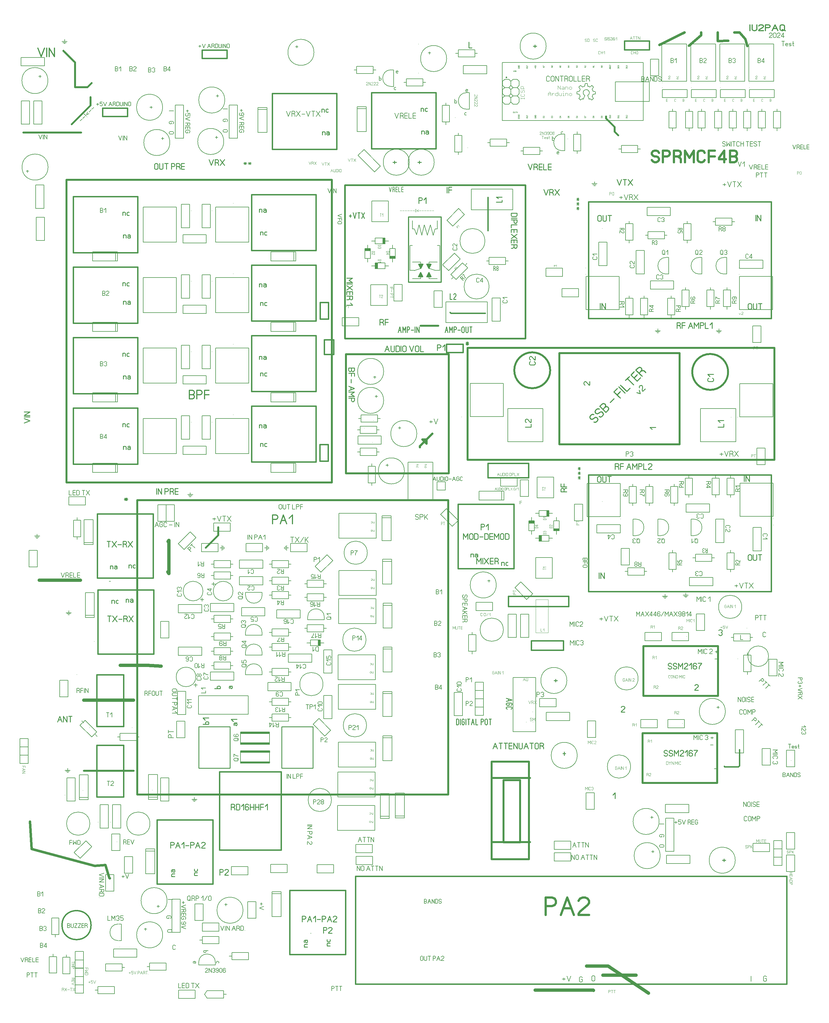
<source format=gbr>
%FSLAX34Y34*%
%MOMM*%
%LNSILK_TOP*%
G71*
G01*
%ADD10C,0.150*%
%ADD11C,0.167*%
%ADD12C,0.170*%
%ADD13C,0.144*%
%ADD14C,0.222*%
%ADD15C,0.111*%
%ADD16C,0.600*%
%ADD17C,0.333*%
%ADD18C,0.100*%
%ADD19C,0.156*%
%ADD20C,0.178*%
%ADD21C,0.200*%
%ADD22C,0.400*%
%ADD23C,0.300*%
%ADD24C,0.206*%
%ADD25C,0.250*%
%ADD26C,0.220*%
%ADD27C,0.160*%
%ADD28C,1.000*%
%ADD29C,0.067*%
%ADD30C,0.500*%
%ADD31C,0.127*%
%ADD32C,0.102*%
%ADD33C,0.050*%
%ADD34C,0.203*%
%ADD35C,0.500*%
%ADD36C,0.650*%
%ADD37C,0.800*%
%ADD38C,0.090*%
%ADD39C,0.159*%
%ADD40C,0.635*%
%ADD41C,0.089*%
%ADD42C,0.318*%
%ADD43C,0.667*%
%LPD*%
G54D10*
X1518819Y1693908D02*
X1496644Y1693908D01*
X1496644Y1744608D01*
X1518819Y1744608D01*
X1518819Y1693908D01*
G54D10*
X1507731Y1693708D02*
X1507731Y1685808D01*
G54D10*
X1507731Y1744708D02*
X1507731Y1752608D01*
G54D11*
X1485473Y1728183D02*
X1483807Y1726183D01*
X1482140Y1725516D01*
X1478807Y1725516D01*
G54D11*
X1478807Y1730850D02*
X1492140Y1730850D01*
X1492140Y1727516D01*
X1491307Y1726183D01*
X1489640Y1725516D01*
X1487973Y1725516D01*
X1486307Y1726183D01*
X1485473Y1727516D01*
X1485473Y1730850D01*
G54D11*
X1478807Y1716516D02*
X1478807Y1721850D01*
X1479640Y1721850D01*
X1481307Y1721183D01*
X1486307Y1717183D01*
X1487973Y1716516D01*
X1489640Y1716516D01*
X1491307Y1717183D01*
X1492140Y1718516D01*
X1492140Y1719850D01*
X1491307Y1721183D01*
X1489640Y1721850D01*
G54D10*
X1439513Y1687927D02*
X1414112Y1687927D01*
X1414113Y1616327D01*
X1439513Y1616327D01*
X1439513Y1687927D01*
G54D11*
X1406221Y1643271D02*
X1407888Y1642271D01*
X1408721Y1640271D01*
X1408721Y1638271D01*
X1407888Y1636272D01*
X1406221Y1635271D01*
X1397888Y1635271D01*
X1396221Y1636272D01*
X1395388Y1638271D01*
X1395388Y1640271D01*
X1396221Y1642271D01*
X1397888Y1643271D01*
G54D11*
X1400388Y1646938D02*
X1395388Y1651938D01*
X1408721Y1651938D01*
G54D10*
X1553812Y1662527D02*
X1528412Y1662528D01*
X1528412Y1590927D01*
X1553812Y1590927D01*
X1553812Y1662527D01*
G54D11*
X1520521Y1617872D02*
X1522187Y1616872D01*
X1523021Y1614872D01*
X1523021Y1612872D01*
X1522187Y1610872D01*
X1520521Y1609872D01*
X1512187Y1609872D01*
X1510521Y1610872D01*
X1509687Y1612872D01*
X1509687Y1614872D01*
X1510521Y1616872D01*
X1512187Y1617872D01*
G54D11*
X1523021Y1629539D02*
X1523021Y1621539D01*
X1522187Y1621539D01*
X1520521Y1622539D01*
X1515521Y1628539D01*
X1513854Y1629539D01*
X1512187Y1629539D01*
X1510521Y1628539D01*
X1509687Y1626539D01*
X1509687Y1624539D01*
X1510521Y1622539D01*
X1512187Y1621539D01*
G54D10*
X1518835Y1465308D02*
X1496660Y1465308D01*
X1496660Y1516008D01*
X1518835Y1516008D01*
X1518835Y1465308D01*
G54D10*
X1507747Y1465108D02*
X1507747Y1457208D01*
G54D10*
X1507747Y1516108D02*
X1507747Y1524008D01*
G54D11*
X1485489Y1501784D02*
X1483822Y1498784D01*
X1482156Y1497784D01*
X1478822Y1497784D01*
G54D11*
X1478822Y1505784D02*
X1492156Y1505784D01*
X1492156Y1500784D01*
X1491322Y1498784D01*
X1489656Y1497784D01*
X1487989Y1497784D01*
X1486322Y1498784D01*
X1485489Y1500784D01*
X1485489Y1505784D01*
G54D11*
X1487156Y1494116D02*
X1492156Y1489116D01*
X1478822Y1489116D01*
G54D10*
X1615614Y1720272D02*
X1615614Y1698097D01*
X1564914Y1698097D01*
X1564914Y1720272D01*
X1615614Y1720272D01*
G54D10*
X1615814Y1709185D02*
X1623714Y1709185D01*
G54D10*
X1564814Y1709185D02*
X1556914Y1709184D01*
G54D11*
X1581340Y1686927D02*
X1583340Y1685260D01*
X1584006Y1683594D01*
X1584006Y1680260D01*
G54D11*
X1578673Y1680260D02*
X1578673Y1693594D01*
X1582006Y1693594D01*
X1583340Y1692760D01*
X1584006Y1691094D01*
X1584006Y1689427D01*
X1583340Y1687760D01*
X1582006Y1686927D01*
X1578673Y1686927D01*
G54D11*
X1587673Y1691094D02*
X1588340Y1692760D01*
X1589673Y1693594D01*
X1591006Y1693594D01*
X1592340Y1692760D01*
X1593006Y1691094D01*
X1593006Y1689427D01*
X1592340Y1687760D01*
X1591006Y1686927D01*
X1592340Y1686094D01*
X1593006Y1684427D01*
X1593006Y1682760D01*
X1592340Y1681094D01*
X1591006Y1680260D01*
X1589673Y1680260D01*
X1588340Y1681094D01*
X1587673Y1682760D01*
G54D10*
X1542223Y1515966D02*
X1564398Y1515966D01*
X1564398Y1465266D01*
X1542223Y1465266D01*
X1542223Y1515966D01*
G54D10*
X1553310Y1516166D02*
X1553310Y1524066D01*
G54D10*
X1553310Y1465166D02*
X1553310Y1457266D01*
G54D11*
X1575568Y1479524D02*
X1577235Y1482524D01*
X1578902Y1483524D01*
X1582235Y1483524D01*
G54D11*
X1582235Y1475524D02*
X1568902Y1475524D01*
X1568902Y1480524D01*
X1569735Y1482524D01*
X1571402Y1483524D01*
X1573068Y1483524D01*
X1574735Y1482524D01*
X1575568Y1480524D01*
X1575568Y1475524D01*
G54D11*
X1582235Y1493191D02*
X1568902Y1493191D01*
X1577235Y1487191D01*
X1578902Y1487191D01*
X1578902Y1495191D01*
G54D10*
X1696618Y1693907D02*
X1674443Y1693907D01*
X1674443Y1744607D01*
X1696618Y1744607D01*
X1696618Y1693907D01*
G54D10*
X1685531Y1693707D02*
X1685531Y1685807D01*
G54D10*
X1685531Y1744707D02*
X1685530Y1752607D01*
G54D11*
X1663273Y1728182D02*
X1661606Y1726182D01*
X1659940Y1725515D01*
X1656606Y1725515D01*
G54D11*
X1656606Y1730848D02*
X1669940Y1730848D01*
X1669940Y1727515D01*
X1669106Y1726182D01*
X1667440Y1725515D01*
X1665773Y1725515D01*
X1664106Y1726182D01*
X1663273Y1727515D01*
X1663273Y1730848D01*
G54D11*
X1669940Y1716515D02*
X1669940Y1721848D01*
X1664106Y1721848D01*
X1664106Y1721182D01*
X1664940Y1719848D01*
X1664940Y1718515D01*
X1664106Y1717182D01*
X1662440Y1716515D01*
X1659106Y1716515D01*
X1657440Y1717182D01*
X1656606Y1718515D01*
X1656606Y1719848D01*
X1657440Y1721182D01*
X1659106Y1721848D01*
G54D10*
X1644000Y1543875D02*
X1644000Y1569276D01*
X1572400Y1569275D01*
X1572400Y1543875D01*
X1644000Y1543875D01*
G54D11*
X1599344Y1577166D02*
X1598344Y1575500D01*
X1596344Y1574666D01*
X1594344Y1574666D01*
X1592344Y1575500D01*
X1591344Y1577166D01*
X1591344Y1585500D01*
X1592344Y1587166D01*
X1594344Y1588000D01*
X1596344Y1588000D01*
X1598344Y1587166D01*
X1599344Y1585500D01*
G54D11*
X1603011Y1585500D02*
X1604011Y1587166D01*
X1606011Y1588000D01*
X1608011Y1588000D01*
X1610011Y1587166D01*
X1611011Y1585500D01*
X1611011Y1583833D01*
X1610011Y1582166D01*
X1608011Y1581334D01*
X1610011Y1580500D01*
X1611011Y1578834D01*
X1611011Y1577166D01*
X1610011Y1575500D01*
X1608011Y1574666D01*
X1606011Y1574666D01*
X1604011Y1575500D01*
X1603011Y1577166D01*
G54D10*
X1669222Y1541366D02*
X1691398Y1541366D01*
X1691398Y1490666D01*
X1669222Y1490666D01*
X1669222Y1541366D01*
G54D10*
X1680310Y1541566D02*
X1680310Y1549466D01*
G54D10*
X1680310Y1490566D02*
X1680310Y1482666D01*
G54D11*
X1702568Y1504924D02*
X1704235Y1507924D01*
X1705902Y1508924D01*
X1709235Y1508924D01*
G54D11*
X1709235Y1500924D02*
X1695902Y1500924D01*
X1695902Y1505924D01*
X1696735Y1507924D01*
X1698402Y1508924D01*
X1700068Y1508924D01*
X1701735Y1507924D01*
X1702568Y1505924D01*
X1702568Y1500924D01*
G54D11*
X1698402Y1520591D02*
X1696735Y1519591D01*
X1695902Y1517591D01*
X1695902Y1515591D01*
X1696735Y1513591D01*
X1698402Y1512591D01*
X1702568Y1512591D01*
X1703402Y1512591D01*
X1701735Y1515591D01*
X1701735Y1517591D01*
X1702568Y1519591D01*
X1704235Y1520591D01*
X1706735Y1520591D01*
X1708402Y1519591D01*
X1709235Y1517591D01*
X1709235Y1515591D01*
X1708402Y1513591D01*
X1706735Y1512591D01*
X1702568Y1512591D01*
G54D10*
X1745422Y1541366D02*
X1767598Y1541366D01*
X1767598Y1490666D01*
X1745422Y1490666D01*
X1745422Y1541366D01*
G54D10*
X1756510Y1541566D02*
X1756510Y1549466D01*
G54D10*
X1756510Y1490566D02*
X1756510Y1482666D01*
G54D11*
X1778768Y1504924D02*
X1780435Y1507924D01*
X1782102Y1508924D01*
X1785435Y1508924D01*
G54D11*
X1785435Y1500924D02*
X1772102Y1500924D01*
X1772102Y1505924D01*
X1772935Y1507924D01*
X1774602Y1508924D01*
X1776268Y1508924D01*
X1777935Y1507924D01*
X1778768Y1505924D01*
X1778768Y1500924D01*
G54D11*
X1772102Y1512591D02*
X1772102Y1520591D01*
X1773768Y1519591D01*
X1776268Y1517591D01*
X1779602Y1515591D01*
X1782102Y1514591D01*
X1785435Y1514591D01*
G54D10*
X1796222Y1541366D02*
X1818398Y1541366D01*
X1818398Y1490666D01*
X1796222Y1490666D01*
X1796222Y1541366D01*
G54D10*
X1807310Y1541566D02*
X1807310Y1549466D01*
G54D10*
X1807310Y1490566D02*
X1807310Y1482666D01*
G54D11*
X1829568Y1504924D02*
X1831235Y1507924D01*
X1832902Y1508924D01*
X1836235Y1508924D01*
G54D11*
X1836235Y1500924D02*
X1822902Y1500924D01*
X1822902Y1505924D01*
X1823735Y1507924D01*
X1825402Y1508924D01*
X1827068Y1508924D01*
X1828735Y1507924D01*
X1829568Y1505924D01*
X1829568Y1500924D01*
G54D11*
X1833735Y1512591D02*
X1835402Y1513591D01*
X1836235Y1515591D01*
X1836235Y1517591D01*
X1835402Y1519591D01*
X1833735Y1520591D01*
X1829568Y1520591D01*
X1828735Y1520591D01*
X1830402Y1517591D01*
X1830402Y1515591D01*
X1829568Y1513591D01*
X1827902Y1512591D01*
X1825402Y1512591D01*
X1823735Y1513591D01*
X1822902Y1515591D01*
X1822902Y1517591D01*
X1823735Y1519591D01*
X1825402Y1520591D01*
X1829568Y1520591D01*
G54D10*
X1917055Y1607373D02*
X1917056Y1632774D01*
X1845455Y1632774D01*
X1845455Y1607373D01*
X1917055Y1607373D01*
G54D11*
X1872432Y1640665D02*
X1871432Y1638998D01*
X1869432Y1638165D01*
X1867432Y1638165D01*
X1865432Y1638998D01*
X1864432Y1640665D01*
X1864432Y1648998D01*
X1865432Y1650665D01*
X1867432Y1651498D01*
X1869432Y1651498D01*
X1871432Y1650665D01*
X1872432Y1648998D01*
G54D11*
X1882099Y1638165D02*
X1882099Y1651498D01*
X1876099Y1643165D01*
X1876099Y1641498D01*
X1884099Y1641498D01*
G54D10*
X1822590Y1762076D02*
X1822590Y1739901D01*
X1771890Y1739901D01*
X1771890Y1762076D01*
X1822590Y1762076D01*
G54D10*
X1822790Y1750989D02*
X1830690Y1750989D01*
G54D10*
X1771790Y1750989D02*
X1763890Y1750989D01*
G54D11*
X1786148Y1728730D02*
X1789148Y1727064D01*
X1790148Y1725397D01*
X1790148Y1722064D01*
G54D11*
X1782148Y1722064D02*
X1782148Y1735397D01*
X1787148Y1735397D01*
X1789148Y1734564D01*
X1790148Y1732897D01*
X1790148Y1731230D01*
X1789148Y1729564D01*
X1787148Y1728730D01*
X1782148Y1728730D01*
G54D11*
X1798814Y1728730D02*
X1796814Y1728730D01*
X1794814Y1729564D01*
X1793814Y1731230D01*
X1793814Y1732897D01*
X1794814Y1734564D01*
X1796814Y1735397D01*
X1798814Y1735397D01*
X1800814Y1734564D01*
X1801814Y1732897D01*
X1801814Y1731230D01*
X1800814Y1729564D01*
X1798814Y1728730D01*
X1800814Y1727897D01*
X1801814Y1726230D01*
X1801814Y1724564D01*
X1800814Y1722897D01*
X1798814Y1722064D01*
X1796814Y1722064D01*
X1794814Y1722897D01*
X1793814Y1724564D01*
X1793814Y1726230D01*
X1794814Y1727897D01*
X1796814Y1728730D01*
G54D10*
X1620744Y1641337D02*
X1628744Y1641337D01*
X1628744Y1590612D01*
X1620744Y1590612D01*
G54D10*
G75*
G01X1620782Y1641468D02*
G03X1620782Y1590468I0J-25500D01*
G01*
G54D11*
X1612599Y1653012D02*
X1617599Y1650512D01*
G54D11*
X1616599Y1661345D02*
X1616599Y1653012D01*
X1615599Y1651345D01*
X1613599Y1650512D01*
X1611599Y1650512D01*
X1609599Y1651345D01*
X1608599Y1653012D01*
X1608599Y1661345D01*
X1609599Y1663012D01*
X1611599Y1663846D01*
X1613599Y1663846D01*
X1615599Y1663012D01*
X1616599Y1661345D01*
G54D11*
X1621266Y1658845D02*
X1626266Y1663846D01*
X1626266Y1650512D01*
G54D10*
X1722344Y1641337D02*
X1730344Y1641337D01*
X1730344Y1590612D01*
X1722344Y1590612D01*
G54D10*
G75*
G01X1722382Y1641468D02*
G03X1722382Y1590468I0J-25500D01*
G01*
G54D12*
X1714199Y1653012D02*
X1719199Y1650512D01*
G54D12*
X1718199Y1661345D02*
X1718199Y1653012D01*
X1717199Y1651345D01*
X1715199Y1650512D01*
X1713199Y1650512D01*
X1711199Y1651345D01*
X1710199Y1653012D01*
X1710199Y1661345D01*
X1711199Y1663012D01*
X1713199Y1663846D01*
X1715199Y1663846D01*
X1717199Y1663012D01*
X1718199Y1661345D01*
G54D12*
X1730899Y1650512D02*
X1722899Y1650512D01*
X1722899Y1651345D01*
X1723899Y1653012D01*
X1729899Y1658012D01*
X1730899Y1659679D01*
X1730899Y1661345D01*
X1729899Y1663012D01*
X1727899Y1663846D01*
X1725899Y1663846D01*
X1723899Y1663012D01*
X1722899Y1661345D01*
G54D10*
X1798544Y1641337D02*
X1806544Y1641337D01*
X1806544Y1590612D01*
X1798544Y1590612D01*
G54D10*
G75*
G01X1798582Y1641468D02*
G03X1798582Y1590468I0J-25500D01*
G01*
G54D11*
X1790416Y1653012D02*
X1795416Y1650512D01*
G54D11*
X1794416Y1661345D02*
X1794416Y1653012D01*
X1793416Y1651345D01*
X1791416Y1650512D01*
X1789416Y1650512D01*
X1787416Y1651345D01*
X1786416Y1653012D01*
X1786416Y1661345D01*
X1787416Y1663012D01*
X1789416Y1663846D01*
X1791416Y1663846D01*
X1793416Y1663012D01*
X1794416Y1661345D01*
G54D11*
X1799083Y1661345D02*
X1800083Y1663012D01*
X1802083Y1663846D01*
X1804083Y1663846D01*
X1806083Y1663012D01*
X1807083Y1661345D01*
X1807083Y1659679D01*
X1806083Y1658012D01*
X1804083Y1657179D01*
X1806083Y1656345D01*
X1807083Y1654679D01*
X1807083Y1653012D01*
X1806083Y1651345D01*
X1804083Y1650512D01*
X1802083Y1650512D01*
X1800083Y1651345D01*
X1799083Y1653012D01*
G54D10*
X1375544Y1582837D02*
X1477144Y1582837D01*
X1477144Y1481237D01*
X1375544Y1481237D01*
X1375544Y1582837D01*
G54D13*
X1374794Y1609587D02*
X1374794Y1609587D01*
G54D13*
X1374794Y1590087D02*
X1374794Y1590087D01*
G54D10*
X1845444Y1582837D02*
X1947044Y1582837D01*
X1947044Y1481237D01*
X1845444Y1481237D01*
X1845444Y1582837D01*
G54D13*
X1844694Y1609587D02*
X1844694Y1609587D01*
G54D13*
X1844694Y1590087D02*
X1844694Y1590087D01*
G54D10*
X1562154Y1794580D02*
X1562154Y1769180D01*
X1633754Y1769180D01*
X1633754Y1794580D01*
X1562154Y1794580D01*
G54D11*
X1603143Y1752955D02*
X1602143Y1751288D01*
X1600143Y1750455D01*
X1598143Y1750455D01*
X1596143Y1751288D01*
X1595143Y1752955D01*
X1595143Y1761288D01*
X1596143Y1762955D01*
X1598143Y1763788D01*
X1600143Y1763788D01*
X1602143Y1762955D01*
X1603143Y1761288D01*
G54D11*
X1606810Y1761288D02*
X1607810Y1762955D01*
X1609810Y1763788D01*
X1611810Y1763788D01*
X1613810Y1762955D01*
X1614810Y1761288D01*
X1614810Y1759622D01*
X1613810Y1757955D01*
X1611810Y1757122D01*
X1613810Y1756288D01*
X1614810Y1754622D01*
X1614810Y1752955D01*
X1613810Y1751288D01*
X1611810Y1750455D01*
X1609810Y1750455D01*
X1607810Y1751288D01*
X1606810Y1752955D01*
G54D14*
X1882460Y1497257D02*
X1882460Y1486146D01*
X1881127Y1483924D01*
X1878460Y1482812D01*
X1875794Y1482812D01*
X1873127Y1483924D01*
X1871794Y1486146D01*
X1871794Y1497257D01*
X1873127Y1499479D01*
X1875794Y1500590D01*
X1878460Y1500590D01*
X1881127Y1499479D01*
X1882460Y1497257D01*
G54D14*
X1887350Y1500590D02*
X1887350Y1486146D01*
X1888683Y1483924D01*
X1891350Y1482812D01*
X1894016Y1482812D01*
X1896683Y1483924D01*
X1898016Y1486146D01*
X1898016Y1500590D01*
G54D14*
X1908239Y1482812D02*
X1908239Y1500590D01*
G54D14*
X1902906Y1500590D02*
X1913572Y1500590D01*
G54D10*
X1624773Y1515966D02*
X1646948Y1515966D01*
X1646948Y1465266D01*
X1624773Y1465266D01*
X1624773Y1515966D01*
G54D10*
X1635860Y1516166D02*
X1635860Y1524066D01*
G54D10*
X1635860Y1465166D02*
X1635860Y1457266D01*
G54D11*
X1658118Y1479524D02*
X1659785Y1482524D01*
X1661452Y1483524D01*
X1664785Y1483524D01*
G54D11*
X1664785Y1475524D02*
X1651452Y1475524D01*
X1651452Y1480524D01*
X1652285Y1482524D01*
X1653952Y1483524D01*
X1655618Y1483524D01*
X1657285Y1482524D01*
X1658118Y1480524D01*
X1658118Y1475524D01*
G54D11*
X1664785Y1493191D02*
X1651452Y1493191D01*
G54D11*
X1659452Y1493191D02*
X1657785Y1492191D01*
X1657285Y1490191D01*
X1657785Y1488191D01*
X1659452Y1487191D01*
X1662785Y1487191D01*
X1664452Y1488191D01*
X1664785Y1490191D01*
X1664452Y1492191D01*
X1662785Y1493191D01*
G54D15*
X1843128Y1471036D02*
X1845796Y1466036D01*
X1848462Y1471036D01*
G54D15*
X1856239Y1466036D02*
X1850906Y1466036D01*
X1850906Y1466592D01*
X1851572Y1467702D01*
X1855572Y1471036D01*
X1856239Y1472147D01*
X1856239Y1473258D01*
X1855572Y1474369D01*
X1854239Y1474925D01*
X1852906Y1474925D01*
X1851572Y1474369D01*
X1850906Y1473258D01*
G54D14*
X1418562Y1483606D02*
X1418562Y1501384D01*
G54D14*
X1423451Y1483606D02*
X1423451Y1501384D01*
X1434118Y1483606D01*
X1434118Y1501384D01*
G54D13*
X1425594Y1730237D02*
X1425594Y1730237D01*
G54D16*
X1293519Y1349096D02*
X1293518Y1069696D01*
X1661819Y1069696D01*
X1661819Y1349096D01*
X1293519Y1349096D01*
G54D14*
X1577632Y1114642D02*
X1570966Y1121308D01*
X1588744Y1121308D01*
G54D14*
X1385893Y1261346D02*
X1385894Y1250680D01*
X1384782Y1250680D01*
X1382560Y1252013D01*
X1375893Y1260013D01*
X1373671Y1261346D01*
X1371449Y1261346D01*
X1369227Y1260013D01*
X1368116Y1257346D01*
X1368116Y1254680D01*
X1369227Y1252013D01*
X1371449Y1250680D01*
G54D16*
G75*
G01X1265494Y1295696D02*
G03X1265494Y1295696I-55000J0D01*
G01*
G54D16*
G75*
G01X1810494Y1290696D02*
G03X1810494Y1290696I-55000J0D01*
G01*
G54D10*
X1020669Y1153966D02*
X1020669Y1255566D01*
X1122269Y1255566D01*
X1122269Y1153966D01*
X1020669Y1153966D01*
G54D13*
X993919Y1153216D02*
X993919Y1153216D01*
G54D13*
X1013419Y1153216D02*
X1013419Y1153216D01*
G54D10*
X1846169Y1152696D02*
X1846169Y1254296D01*
X1947769Y1254296D01*
X1947769Y1152696D01*
X1846169Y1152696D01*
G54D13*
X1819419Y1151946D02*
X1819419Y1151946D01*
G54D13*
X1838919Y1151946D02*
X1838919Y1151946D01*
G54D14*
X1779216Y1121596D02*
X1796994Y1121596D01*
X1796994Y1130930D01*
G54D14*
X1785883Y1135818D02*
X1779216Y1142485D01*
X1796994Y1142485D01*
G54D14*
X1761910Y1271963D02*
X1764133Y1270630D01*
X1765244Y1267963D01*
X1765244Y1265296D01*
X1764133Y1262630D01*
X1761910Y1261296D01*
X1750800Y1261296D01*
X1748578Y1262630D01*
X1747466Y1265296D01*
X1747466Y1267963D01*
X1748578Y1270630D01*
X1750800Y1271963D01*
G54D14*
X1754133Y1276852D02*
X1747466Y1283519D01*
X1765244Y1283519D01*
G54D14*
X1215810Y1322763D02*
X1218033Y1321430D01*
X1219144Y1318763D01*
X1219144Y1316096D01*
X1218033Y1313430D01*
X1215810Y1312096D01*
X1204700Y1312096D01*
X1202477Y1313430D01*
X1201366Y1316096D01*
X1201366Y1318763D01*
X1202477Y1321430D01*
X1204700Y1322763D01*
G54D14*
X1219144Y1338319D02*
X1219144Y1327652D01*
X1218033Y1327652D01*
X1215810Y1328986D01*
X1209144Y1336986D01*
X1206922Y1338319D01*
X1204700Y1338319D01*
X1202477Y1336986D01*
X1201366Y1334319D01*
X1201366Y1331652D01*
X1202477Y1328986D01*
X1204700Y1327652D01*
G54D17*
X1399480Y1137064D02*
X1403251Y1136121D01*
X1407258Y1137771D01*
X1410087Y1140600D01*
X1411737Y1144606D01*
X1410794Y1148378D01*
X1408437Y1150735D01*
X1404666Y1151678D01*
X1400659Y1150028D01*
X1397830Y1147199D01*
X1393823Y1145549D01*
X1390052Y1146492D01*
X1387695Y1148849D01*
X1386752Y1152620D01*
X1388402Y1156627D01*
X1391231Y1159456D01*
X1395238Y1161106D01*
X1399009Y1160163D01*
G54D17*
X1415979Y1153563D02*
X1419750Y1152620D01*
X1423757Y1154270D01*
X1426586Y1157098D01*
X1428236Y1161105D01*
X1427293Y1164876D01*
X1424936Y1167234D01*
X1421165Y1168176D01*
X1417158Y1166526D01*
X1414329Y1163698D01*
X1410322Y1162048D01*
X1406551Y1162991D01*
X1404194Y1165348D01*
X1403251Y1169119D01*
X1404901Y1173126D01*
X1407730Y1175954D01*
X1411736Y1177604D01*
X1415508Y1176662D01*
G54D17*
X1436014Y1166526D02*
X1417157Y1185382D01*
X1424229Y1192454D01*
X1428235Y1194104D01*
X1432007Y1193160D01*
X1434364Y1190804D01*
X1435306Y1187032D01*
X1433657Y1183026D01*
X1437664Y1184676D01*
X1441435Y1183732D01*
X1443792Y1181376D01*
X1444734Y1177604D01*
X1443085Y1173597D01*
X1436014Y1166526D01*
G54D17*
X1426586Y1175954D02*
X1433657Y1183026D01*
G54D17*
X1449731Y1196743D02*
X1461045Y1208056D01*
G54D17*
X1479948Y1210460D02*
X1461091Y1229316D01*
X1470991Y1239216D01*
G54D17*
X1470519Y1219888D02*
X1480419Y1229788D01*
G54D17*
X1495032Y1225545D02*
X1476176Y1244401D01*
G54D17*
X1481361Y1249586D02*
X1500217Y1230730D01*
X1510117Y1240630D01*
G54D17*
X1520959Y1251472D02*
X1502103Y1270328D01*
G54D17*
X1496446Y1264671D02*
X1507760Y1275985D01*
G54D17*
X1541701Y1272213D02*
X1531801Y1262314D01*
X1512945Y1281170D01*
X1522844Y1291070D01*
G54D17*
X1522373Y1271742D02*
X1532272Y1281642D01*
G54D17*
X1543115Y1292484D02*
X1549714Y1294369D01*
X1553486Y1293426D01*
X1558199Y1288712D01*
G54D17*
X1546886Y1277398D02*
X1528030Y1296255D01*
X1535101Y1303326D01*
X1539108Y1304976D01*
X1542879Y1304033D01*
X1545236Y1301676D01*
X1546179Y1297904D01*
X1544529Y1293898D01*
X1537458Y1286826D01*
G54D10*
X1725976Y1076759D02*
X1725976Y1178359D01*
X1833926Y1178359D01*
X1833926Y1076760D01*
X1725976Y1076759D01*
G54D14*
X1188666Y1121596D02*
X1206444Y1121596D01*
X1206444Y1130930D01*
G54D14*
X1206444Y1146485D02*
X1206444Y1135818D01*
X1205333Y1135818D01*
X1203110Y1137152D01*
X1196444Y1145152D01*
X1194222Y1146485D01*
X1191999Y1146485D01*
X1189777Y1145152D01*
X1188666Y1142485D01*
X1188666Y1139818D01*
X1189777Y1137152D01*
X1191999Y1135818D01*
G54D10*
X1135426Y1076759D02*
X1135426Y1178360D01*
X1243376Y1178359D01*
X1243376Y1076760D01*
X1135426Y1076759D01*
G54D14*
X1530428Y1227553D02*
X1541270Y1224253D01*
X1537970Y1235095D01*
G54D14*
X1556041Y1239024D02*
X1548499Y1231481D01*
X1547713Y1232267D01*
X1547085Y1234781D01*
X1548027Y1245152D01*
X1547399Y1247666D01*
X1545828Y1249238D01*
X1543313Y1249866D01*
X1540642Y1248766D01*
X1538756Y1246880D01*
X1537656Y1244210D01*
X1538285Y1241695D01*
G54D13*
X1425594Y893625D02*
X1425594Y893625D01*
G54D10*
X773744Y1638497D02*
X791144Y1638497D01*
X791144Y1668897D01*
X773744Y1668897D01*
X773744Y1638497D01*
G36*
X773844Y1638597D02*
X790544Y1638597D01*
X790544Y1645797D01*
X773844Y1645797D01*
X773844Y1638597D01*
G37*
G54D18*
X773844Y1638597D02*
X790544Y1638597D01*
X790544Y1645797D01*
X773844Y1645797D01*
X773844Y1638597D01*
G54D10*
X782444Y1627497D02*
X782444Y1638597D01*
G54D10*
X782444Y1668797D02*
X782444Y1679897D01*
G54D10*
X729144Y1624297D02*
X729144Y1606897D01*
X759544Y1606897D01*
X759544Y1624297D01*
X729144Y1624297D01*
G36*
X729244Y1624197D02*
X729244Y1607497D01*
X736444Y1607497D01*
X736444Y1624197D01*
X729244Y1624197D01*
G37*
G54D18*
X729244Y1624197D02*
X729244Y1607497D01*
X736444Y1607497D01*
X736444Y1624197D01*
X729244Y1624197D01*
G54D10*
X718144Y1615597D02*
X729244Y1615597D01*
G54D10*
X759444Y1615597D02*
X770544Y1615597D01*
G54D10*
X714944Y1668896D02*
X697544Y1668896D01*
X697544Y1638496D01*
X714944Y1638496D01*
X714944Y1668896D01*
G36*
X714844Y1668796D02*
X698144Y1668796D01*
X698144Y1661596D01*
X714844Y1661596D01*
X714844Y1668796D01*
G37*
G54D18*
X714844Y1668796D02*
X698144Y1668796D01*
X698144Y1661596D01*
X714844Y1661596D01*
X714844Y1668796D01*
G54D10*
X706244Y1679896D02*
X706244Y1668796D01*
G54D10*
X706244Y1638596D02*
X706244Y1627496D01*
G54D10*
X759544Y1683097D02*
X759544Y1700497D01*
X729144Y1700497D01*
X729144Y1683097D01*
X759544Y1683097D01*
G36*
X759444Y1683197D02*
X759444Y1699897D01*
X752244Y1699897D01*
X752244Y1683197D01*
X759444Y1683197D01*
G37*
G54D18*
X759444Y1683197D02*
X759444Y1699897D01*
X752244Y1699897D01*
X752244Y1683197D01*
X759444Y1683197D01*
G54D10*
X770544Y1691797D02*
X759444Y1691797D01*
G54D10*
X729244Y1691797D02*
X718144Y1691797D01*
G54D15*
X737994Y1634647D02*
X746882Y1634647D01*
X746882Y1632424D01*
X746327Y1631536D01*
X745216Y1631091D01*
X739660Y1631091D01*
X738549Y1631536D01*
X737994Y1632424D01*
X737994Y1634647D01*
G54D15*
X743549Y1628647D02*
X746882Y1626424D01*
X737994Y1626424D01*
G54D15*
X718944Y1660047D02*
X727832Y1660046D01*
X727832Y1657824D01*
X727277Y1656936D01*
X726166Y1656491D01*
X720610Y1656491D01*
X719499Y1656936D01*
X718944Y1657824D01*
X718944Y1660047D01*
G54D15*
X718944Y1650491D02*
X718944Y1654047D01*
X719499Y1654047D01*
X720610Y1653602D01*
X723944Y1650936D01*
X725055Y1650491D01*
X726166Y1650491D01*
X727277Y1650936D01*
X727832Y1651824D01*
X727832Y1652714D01*
X727277Y1653602D01*
X726166Y1654047D01*
G54D15*
X737994Y1679097D02*
X746882Y1679097D01*
X746882Y1676874D01*
X746327Y1675986D01*
X745216Y1675541D01*
X739660Y1675541D01*
X738549Y1675986D01*
X737994Y1676874D01*
X737994Y1679097D01*
G54D15*
X745216Y1673097D02*
X746327Y1672652D01*
X746882Y1671764D01*
X746882Y1670874D01*
X746327Y1669986D01*
X745216Y1669541D01*
X744105Y1669541D01*
X742994Y1669986D01*
X742438Y1670874D01*
X741882Y1669986D01*
X740771Y1669541D01*
X739660Y1669541D01*
X738549Y1669986D01*
X737994Y1670874D01*
X737994Y1671764D01*
X738549Y1672652D01*
X739660Y1673096D01*
G54D15*
X763394Y1660047D02*
X772282Y1660047D01*
X772282Y1657824D01*
X771727Y1656936D01*
X770616Y1656491D01*
X765060Y1656491D01*
X763949Y1656936D01*
X763394Y1657824D01*
X763394Y1660047D01*
G54D15*
X763394Y1651380D02*
X772282Y1651380D01*
X766727Y1654047D01*
X765616Y1654047D01*
X765616Y1650491D01*
G54D10*
X718856Y1814120D02*
X718856Y1750620D01*
X769656Y1750620D01*
X769656Y1814120D01*
X718856Y1814120D01*
G54D15*
X746199Y1766981D02*
X746199Y1775870D01*
G54D15*
X744421Y1775870D02*
X747976Y1775870D01*
G54D15*
X750421Y1772537D02*
X752643Y1775870D01*
X752643Y1766981D01*
G54D10*
X766362Y1494080D02*
X766362Y1557580D01*
X715563Y1557580D01*
X715563Y1494080D01*
X766362Y1494080D01*
G54D15*
X743903Y1517972D02*
X743903Y1526861D01*
G54D15*
X742125Y1526861D02*
X745680Y1526861D01*
G54D15*
X751680Y1517972D02*
X748125Y1517972D01*
X748125Y1518528D01*
X748569Y1519639D01*
X751236Y1522972D01*
X751680Y1524084D01*
X751680Y1525194D01*
X751236Y1526306D01*
X750347Y1526861D01*
X749458Y1526861D01*
X748569Y1526306D01*
X748125Y1525194D01*
G54D19*
X627052Y1774002D02*
X614608Y1769335D01*
X627052Y1764668D01*
G54D19*
X614608Y1761246D02*
X627052Y1761246D01*
X627052Y1754713D01*
G54D19*
X620830Y1761246D02*
X620830Y1754713D01*
G54D19*
X624719Y1743825D02*
X616941Y1743825D01*
X615385Y1744758D01*
X614608Y1746625D01*
X614608Y1748492D01*
X615385Y1750358D01*
X616941Y1751292D01*
X624719Y1751292D01*
X626274Y1750358D01*
X627052Y1748492D01*
X627052Y1746625D01*
X626274Y1744758D01*
X624719Y1743825D01*
G54D14*
X1145639Y1777251D02*
X1163417Y1777251D01*
X1163417Y1770584D01*
X1162306Y1767918D01*
X1160084Y1766584D01*
X1148973Y1766584D01*
X1146750Y1767918D01*
X1145639Y1770584D01*
X1145639Y1777251D01*
G54D14*
X1145639Y1761695D02*
X1163417Y1761695D01*
G54D14*
X1145639Y1756806D02*
X1163417Y1756806D01*
X1163417Y1750139D01*
X1162306Y1747473D01*
X1160084Y1746139D01*
X1157862Y1746139D01*
X1155639Y1747473D01*
X1154528Y1750139D01*
X1154528Y1756806D01*
G54D14*
X1163417Y1741250D02*
X1145639Y1741250D01*
X1145639Y1731917D01*
G54D14*
X1145639Y1717695D02*
X1145639Y1727028D01*
X1163417Y1727028D01*
X1163417Y1717695D01*
G54D14*
X1154528Y1727028D02*
X1154528Y1717695D01*
G54D14*
X1163417Y1712806D02*
X1145639Y1699473D01*
G54D14*
X1145639Y1712806D02*
X1163417Y1699473D01*
G54D14*
X1145639Y1685251D02*
X1145639Y1694584D01*
X1163417Y1694584D01*
X1163417Y1685251D01*
G54D14*
X1154528Y1694584D02*
X1154528Y1685251D01*
G54D14*
X1154528Y1675029D02*
X1152306Y1671029D01*
X1150084Y1669695D01*
X1145639Y1669695D01*
G54D14*
X1145639Y1680362D02*
X1163417Y1680362D01*
X1163417Y1673695D01*
X1162306Y1671029D01*
X1160084Y1669695D01*
X1157862Y1669695D01*
X1155639Y1671029D01*
X1154528Y1673695D01*
X1154528Y1680362D01*
G54D14*
X949444Y1838931D02*
X949444Y1856708D01*
G54D14*
X954332Y1838931D02*
X954332Y1856708D01*
X963666Y1856708D01*
G54D14*
X954332Y1847820D02*
X963666Y1847820D01*
G54D15*
X774945Y1550957D02*
X783834Y1550957D01*
G54D15*
X774945Y1548513D02*
X783834Y1548513D01*
X783834Y1543846D01*
G54D15*
X779390Y1548513D02*
X779390Y1543846D01*
G54D15*
X778834Y1541402D02*
X778834Y1536069D01*
G54D15*
X774945Y1531048D02*
X783834Y1531048D01*
X783834Y1527715D01*
X783278Y1526382D01*
X782167Y1525715D01*
X781056Y1525715D01*
X779945Y1526382D01*
X779390Y1527715D01*
X779390Y1531048D01*
G54D15*
X774945Y1520604D02*
X783834Y1520604D01*
G54D15*
X783834Y1523271D02*
X783834Y1517938D01*
G54D20*
X772115Y1856680D02*
X775671Y1842458D01*
X779226Y1856680D01*
G54D20*
X785982Y1849569D02*
X788115Y1847791D01*
X788826Y1846014D01*
X788826Y1842458D01*
G54D20*
X783137Y1842458D02*
X783137Y1856680D01*
X786693Y1856680D01*
X788115Y1855791D01*
X788826Y1854014D01*
X788826Y1852236D01*
X788115Y1850458D01*
X786693Y1849569D01*
X783137Y1849569D01*
G54D20*
X797715Y1842458D02*
X792737Y1842458D01*
X792737Y1856680D01*
X797715Y1856680D01*
G54D20*
X792737Y1849569D02*
X797715Y1849569D01*
G54D20*
X801626Y1856680D02*
X801626Y1842458D01*
X806604Y1842458D01*
G54D20*
X815493Y1842458D02*
X810515Y1842458D01*
X810515Y1856680D01*
X815493Y1856680D01*
G54D20*
X810515Y1849569D02*
X815493Y1849569D01*
G54D10*
X1151284Y1787080D02*
X1151284Y1850580D01*
X1024284Y1850580D01*
X1024284Y1787080D01*
X1151284Y1787080D01*
G54D10*
X997105Y1625040D02*
X1012785Y1609360D01*
X976934Y1573510D01*
X961254Y1589190D01*
X997105Y1625040D01*
G54D10*
X1005086Y1617342D02*
X1010672Y1622928D01*
G54D10*
X969024Y1581280D02*
X963438Y1575693D01*
G54D11*
X996448Y1577226D02*
X999040Y1577462D01*
X1000690Y1576755D01*
X1003047Y1574398D01*
G54D11*
X999276Y1570626D02*
X989848Y1580054D01*
X992205Y1582412D01*
X993737Y1582765D01*
X995387Y1582058D01*
X996566Y1580880D01*
X997273Y1579230D01*
X996919Y1577698D01*
X994562Y1575340D01*
G54D11*
X996212Y1586418D02*
X999983Y1590190D01*
X1000690Y1588540D01*
X1001515Y1585829D01*
X1002930Y1582530D01*
X1004226Y1580290D01*
X1006583Y1577933D01*
G54D11*
X1131260Y1510173D02*
X1132926Y1509173D01*
X1133760Y1507173D01*
X1133760Y1505173D01*
X1132926Y1503173D01*
X1131260Y1502173D01*
X1122926Y1502173D01*
X1121260Y1503173D01*
X1120426Y1505173D01*
X1120426Y1507173D01*
X1121260Y1509173D01*
X1122926Y1510173D01*
G54D11*
X1125426Y1513840D02*
X1120426Y1518840D01*
X1133760Y1518840D01*
G54D11*
X977773Y1671704D02*
X979440Y1670704D01*
X980273Y1668704D01*
X980273Y1666704D01*
X979440Y1664704D01*
X977773Y1663704D01*
X969440Y1663704D01*
X967773Y1664704D01*
X966940Y1666704D01*
X966940Y1668704D01*
X967773Y1670704D01*
X969440Y1671704D01*
G54D11*
X980273Y1683370D02*
X980273Y1675370D01*
X979440Y1675370D01*
X977773Y1676370D01*
X972773Y1682370D01*
X971106Y1683370D01*
X969440Y1683370D01*
X967773Y1682370D01*
X966940Y1680370D01*
X966940Y1678370D01*
X967773Y1676370D01*
X969440Y1675370D01*
G54D10*
X1129014Y1641404D02*
X1129014Y1619230D01*
X1078314Y1619230D01*
X1078314Y1641405D01*
X1129014Y1641404D01*
G54D10*
X1129214Y1630317D02*
X1137114Y1630317D01*
G54D10*
X1078214Y1630317D02*
X1070314Y1630317D01*
G54D11*
X1094739Y1608060D02*
X1096739Y1606393D01*
X1097406Y1604726D01*
X1097406Y1601393D01*
G54D11*
X1092073Y1601393D02*
X1092073Y1614726D01*
X1095406Y1614726D01*
X1096739Y1613893D01*
X1097406Y1612226D01*
X1097406Y1610560D01*
X1096739Y1608893D01*
X1095406Y1608060D01*
X1092073Y1608060D01*
G54D11*
X1104406Y1608060D02*
X1103073Y1608060D01*
X1101739Y1608893D01*
X1101073Y1610560D01*
X1101073Y1612226D01*
X1101739Y1613893D01*
X1103073Y1614726D01*
X1104406Y1614726D01*
X1105739Y1613893D01*
X1106406Y1612226D01*
X1106406Y1610560D01*
X1105739Y1608893D01*
X1104406Y1608060D01*
X1105739Y1607226D01*
X1106406Y1605560D01*
X1106406Y1603893D01*
X1105739Y1602226D01*
X1104406Y1601393D01*
X1103073Y1601393D01*
X1101739Y1602226D01*
X1101073Y1603893D01*
X1101073Y1605560D01*
X1101739Y1607226D01*
X1103073Y1608060D01*
G54D14*
X958657Y1530688D02*
X958657Y1512910D01*
X964879Y1512910D01*
G54D14*
X976879Y1512910D02*
X969768Y1512910D01*
X969768Y1514021D01*
X970657Y1516244D01*
X975990Y1522910D01*
X976879Y1525132D01*
X976879Y1527354D01*
X975990Y1529577D01*
X974212Y1530688D01*
X972435Y1530688D01*
X970657Y1529577D01*
X969768Y1527354D01*
G54D14*
X1099812Y1810863D02*
X1117590Y1810863D01*
X1117590Y1817086D01*
G54D14*
X1106479Y1821974D02*
X1099812Y1826418D01*
X1117590Y1826419D01*
G54D21*
G75*
G01X1065484Y1691830D02*
G03X1065484Y1691830I-38100J0D01*
G01*
G54D21*
G75*
G01X1078184Y1552130D02*
G03X1078184Y1552130I-38100J0D01*
G01*
G54D11*
X1048038Y1567692D02*
X1047038Y1566026D01*
X1045038Y1565192D01*
X1043038Y1565192D01*
X1041038Y1566026D01*
X1040038Y1567692D01*
X1040038Y1576026D01*
X1041038Y1577692D01*
X1043038Y1578526D01*
X1045038Y1578526D01*
X1047037Y1577692D01*
X1048038Y1576026D01*
G54D11*
X1057704Y1565192D02*
X1057704Y1578526D01*
X1051705Y1570192D01*
X1051704Y1568526D01*
X1059704Y1568526D01*
G54D10*
X1087558Y1445810D02*
X1112958Y1445810D01*
X1112958Y1517410D01*
X1087558Y1517410D01*
X1087558Y1445810D01*
G54D11*
X1118350Y1498465D02*
X1118350Y1498465D01*
G54D22*
X1075084Y1723580D02*
X1075084Y1825180D01*
G54D23*
X831338Y1565236D02*
X931938Y1565336D01*
X931838Y1765236D01*
X831338Y1765236D01*
X831338Y1565236D01*
G54D21*
X843438Y1753836D02*
X843438Y1728436D01*
X849738Y1728436D01*
X849638Y1728436D01*
X856038Y1710936D01*
X856138Y1710936D01*
X864038Y1741136D01*
X872038Y1709336D01*
X879938Y1741136D01*
X889538Y1709336D01*
X898938Y1741136D01*
X906938Y1709336D01*
X913338Y1728436D01*
X919638Y1728436D01*
X919638Y1753836D01*
G54D21*
X843438Y1576036D02*
X868738Y1576036D01*
X868738Y1595036D01*
G54D21*
X843438Y1626836D02*
X868738Y1626836D01*
X868738Y1607836D01*
G54D21*
X919638Y1576036D02*
X894238Y1576036D01*
X894238Y1595036D01*
G54D21*
X919638Y1626836D02*
X894238Y1626836D01*
X894238Y1607836D01*
G36*
X868838Y1595036D02*
X868838Y1595136D01*
X862438Y1582436D01*
X875138Y1582436D01*
X868738Y1595036D01*
X868838Y1595036D01*
G37*
G54D23*
X868838Y1595036D02*
X868838Y1595136D01*
X862438Y1582436D01*
X875138Y1582436D01*
X868738Y1595036D01*
X868838Y1595036D01*
G36*
X894238Y1594936D02*
X894238Y1595036D01*
X887838Y1582336D01*
X900538Y1582336D01*
X894138Y1594936D01*
X894238Y1594936D01*
G37*
G54D23*
X894238Y1594936D02*
X894238Y1595036D01*
X887838Y1582336D01*
X900538Y1582336D01*
X894138Y1594936D01*
X894238Y1594936D01*
G36*
X868938Y1608036D02*
X868938Y1607936D01*
X875338Y1620636D01*
X862638Y1620636D01*
X869038Y1608036D01*
X868938Y1608036D01*
G37*
G54D23*
X868938Y1608036D02*
X868938Y1607936D01*
X875338Y1620636D01*
X862638Y1620636D01*
X869038Y1608036D01*
X868938Y1608036D01*
G36*
X894238Y1607936D02*
X894238Y1607836D01*
X900638Y1620536D01*
X887938Y1620536D01*
X894338Y1607936D01*
X894238Y1607936D01*
G37*
G54D23*
X894238Y1607936D02*
X894238Y1607836D01*
X900638Y1620536D01*
X887938Y1620536D01*
X894338Y1607936D01*
X894238Y1607936D01*
G54D21*
X868838Y1607836D02*
X868838Y1607736D01*
X849838Y1601336D01*
X849838Y1601436D01*
X835538Y1601436D01*
X835538Y1664936D01*
X835538Y1677636D01*
X843438Y1677636D01*
G54D21*
X894238Y1607836D02*
X894238Y1607836D01*
X913238Y1601436D01*
X927538Y1601436D01*
X927538Y1677636D01*
X919638Y1677636D01*
G54D10*
X1073169Y1441527D02*
X1073169Y1505027D01*
X946169Y1505027D01*
X946169Y1441527D01*
X1073169Y1441527D01*
G54D22*
X1065889Y1471032D02*
X961114Y1471032D01*
X958869Y1473277D01*
G54D14*
X799907Y1411310D02*
X804351Y1429088D01*
X808796Y1411310D01*
G54D14*
X801684Y1417977D02*
X807018Y1417977D01*
G54D14*
X813685Y1411310D02*
X813685Y1429088D01*
X818129Y1417977D01*
X822574Y1429088D01*
X822574Y1411310D01*
G54D14*
X827463Y1411310D02*
X827463Y1429088D01*
X831907Y1429088D01*
X833685Y1427977D01*
X834574Y1425754D01*
X834574Y1423532D01*
X833685Y1421310D01*
X831907Y1420199D01*
X827463Y1420199D01*
G54D14*
X839463Y1419088D02*
X846574Y1419088D01*
G54D14*
X851463Y1411310D02*
X851463Y1429088D01*
G54D14*
X856352Y1411310D02*
X856352Y1429088D01*
X863463Y1411310D01*
X863463Y1429088D01*
G54D14*
X943097Y1411380D02*
X947542Y1429158D01*
X951986Y1411380D01*
G54D14*
X944875Y1418047D02*
X950208Y1418047D01*
G54D14*
X956875Y1411380D02*
X956875Y1429158D01*
X961320Y1418047D01*
X965764Y1429158D01*
X965764Y1411380D01*
G54D14*
X970653Y1411380D02*
X970653Y1429158D01*
X975098Y1429158D01*
X976876Y1428047D01*
X977764Y1425824D01*
X977764Y1423602D01*
X976876Y1421380D01*
X975098Y1420269D01*
X970653Y1420269D01*
G54D14*
X982653Y1419158D02*
X989764Y1419158D01*
G54D14*
X1001764Y1425824D02*
X1001764Y1414713D01*
X1000876Y1412491D01*
X999098Y1411380D01*
X997320Y1411380D01*
X995542Y1412491D01*
X994653Y1414713D01*
X994653Y1425824D01*
X995542Y1428047D01*
X997320Y1429158D01*
X999098Y1429158D01*
X1000876Y1428047D01*
X1001764Y1425824D01*
G54D14*
X1006653Y1429158D02*
X1006653Y1414713D01*
X1007542Y1412491D01*
X1009320Y1411380D01*
X1011098Y1411380D01*
X1012876Y1412491D01*
X1013764Y1414713D01*
X1013764Y1429158D01*
G54D14*
X1022209Y1411380D02*
X1022209Y1429158D01*
G54D14*
X1018653Y1429158D02*
X1025764Y1429158D01*
G54D10*
X1217223Y834495D02*
X1199823Y834495D01*
X1199822Y804095D01*
X1217223Y804095D01*
X1217223Y834495D01*
G36*
X1217123Y834395D02*
X1200423Y834395D01*
X1200423Y827195D01*
X1217122Y827195D01*
X1217123Y834395D01*
G37*
G54D18*
X1217123Y834395D02*
X1200423Y834395D01*
X1200423Y827195D01*
X1217122Y827195D01*
X1217123Y834395D01*
G54D10*
X1208522Y845495D02*
X1208522Y834395D01*
G54D10*
X1208522Y804195D02*
X1208522Y793095D01*
G54D10*
X1261823Y848695D02*
X1261822Y866095D01*
X1231422Y866095D01*
X1231422Y848695D01*
X1261823Y848695D01*
G36*
X1261722Y848795D02*
X1261722Y865495D01*
X1254522Y865495D01*
X1254522Y848795D01*
X1261722Y848795D01*
G37*
G54D18*
X1261722Y848795D02*
X1261722Y865495D01*
X1254522Y865495D01*
X1254522Y848795D01*
X1261722Y848795D01*
G54D10*
X1272822Y857395D02*
X1261723Y857395D01*
G54D10*
X1231522Y857395D02*
X1220423Y857395D01*
G54D10*
X1276022Y804095D02*
X1293423Y804095D01*
X1293422Y834495D01*
X1276022Y834495D01*
X1276022Y804095D01*
G36*
X1276122Y804195D02*
X1292822Y804195D01*
X1292822Y811395D01*
X1276122Y811395D01*
X1276122Y804195D01*
G37*
G54D18*
X1276122Y804195D02*
X1292822Y804195D01*
X1292822Y811395D01*
X1276122Y811395D01*
X1276122Y804195D01*
G54D10*
X1284722Y793095D02*
X1284722Y804195D01*
G54D10*
X1284722Y834395D02*
X1284722Y845495D01*
G54D10*
X1231422Y789895D02*
X1231422Y772495D01*
X1261822Y772495D01*
X1261822Y789895D01*
X1231422Y789895D01*
G36*
X1231522Y789795D02*
X1231522Y773095D01*
X1238722Y773095D01*
X1238722Y789795D01*
X1231522Y789795D01*
G37*
G54D18*
X1231522Y789795D02*
X1231522Y773095D01*
X1238722Y773095D01*
X1238722Y789795D01*
X1231522Y789795D01*
G54D10*
X1220422Y781195D02*
X1231522Y781195D01*
G54D10*
X1261722Y781195D02*
X1272822Y781195D01*
G54D15*
X1252973Y838345D02*
X1244084Y838345D01*
X1244084Y840567D01*
X1244639Y841456D01*
X1245750Y841900D01*
X1251306Y841900D01*
X1252417Y841456D01*
X1252973Y840568D01*
X1252973Y838345D01*
G54D15*
X1247417Y844345D02*
X1244084Y846568D01*
X1252973Y846567D01*
G54D15*
X1272022Y812945D02*
X1263134Y812945D01*
X1263134Y815167D01*
X1263689Y816056D01*
X1264800Y816501D01*
X1270356Y816501D01*
X1271467Y816056D01*
X1272023Y815167D01*
X1272022Y812945D01*
G54D15*
X1272022Y822500D02*
X1272022Y818945D01*
X1271467Y818945D01*
X1270356Y819390D01*
X1267023Y822056D01*
X1265911Y822500D01*
X1264800Y822501D01*
X1263689Y822056D01*
X1263134Y821167D01*
X1263134Y820278D01*
X1263689Y819390D01*
X1264800Y818945D01*
G54D15*
X1252972Y793895D02*
X1244084Y793895D01*
X1244084Y796117D01*
X1244639Y797006D01*
X1245750Y797450D01*
X1251306Y797450D01*
X1252417Y797006D01*
X1252972Y796117D01*
X1252972Y793895D01*
G54D15*
X1245750Y799895D02*
X1244639Y800340D01*
X1244084Y801228D01*
X1244084Y802117D01*
X1244639Y803006D01*
X1245750Y803451D01*
X1246861Y803450D01*
X1247972Y803006D01*
X1248528Y802118D01*
X1249084Y803006D01*
X1250195Y803450D01*
X1251306Y803451D01*
X1252417Y803006D01*
X1252972Y802117D01*
X1252973Y801228D01*
X1252417Y800340D01*
X1251306Y799895D01*
G54D15*
X1227572Y812945D02*
X1218684Y812945D01*
X1218684Y815167D01*
X1219239Y816056D01*
X1220350Y816500D01*
X1225906Y816501D01*
X1227017Y816056D01*
X1227573Y815167D01*
X1227572Y812945D01*
G54D15*
X1227572Y821612D02*
X1218684Y821612D01*
X1224239Y818945D01*
X1225350Y818945D01*
X1225350Y822500D01*
G54D10*
X1272110Y658872D02*
X1272110Y722372D01*
X1221310Y722372D01*
X1221310Y658872D01*
X1272110Y658872D01*
G54D15*
X1252267Y687240D02*
X1243378Y687240D01*
G54D15*
X1243378Y685462D02*
X1243378Y689018D01*
G54D15*
X1246711Y691462D02*
X1243378Y693684D01*
X1252267Y693684D01*
G54D10*
X1224998Y968836D02*
X1224997Y905336D01*
X1275797Y905336D01*
X1275797Y968836D01*
X1224998Y968836D01*
G54D15*
X1250004Y929890D02*
X1241115Y929890D01*
G54D15*
X1241115Y928112D02*
X1241115Y931668D01*
G54D15*
X1250004Y937668D02*
X1250004Y934112D01*
X1249448Y934112D01*
X1248337Y934556D01*
X1245003Y937223D01*
X1243892Y937668D01*
X1242781Y937668D01*
X1241670Y937223D01*
X1241115Y936334D01*
X1241115Y935446D01*
X1241670Y934556D01*
X1242781Y934112D01*
G54D19*
X1365854Y720120D02*
X1378298Y720120D01*
X1378298Y715454D01*
X1377520Y713587D01*
X1375965Y712654D01*
X1374409Y712654D01*
X1372854Y713587D01*
X1372076Y715454D01*
X1371298Y713587D01*
X1369743Y712654D01*
X1368187Y712654D01*
X1366632Y713587D01*
X1365854Y715454D01*
X1365854Y720120D01*
G54D19*
X1372076Y720120D02*
X1372076Y715454D01*
G54D19*
X1365854Y709232D02*
X1378298Y709232D01*
X1378298Y702698D01*
G54D19*
X1372076Y709232D02*
X1372076Y702698D01*
G54D19*
X1375965Y691810D02*
X1368187Y691810D01*
X1366632Y692743D01*
X1365854Y694610D01*
X1365854Y696476D01*
X1366632Y698343D01*
X1368187Y699276D01*
X1375965Y699276D01*
X1377520Y698343D01*
X1378298Y696476D01*
X1378298Y694610D01*
X1377520Y692743D01*
X1375965Y691810D01*
G54D14*
X1307145Y928956D02*
X1309367Y932956D01*
X1311589Y934289D01*
X1316034Y934289D01*
G54D14*
X1316034Y923622D02*
X1298256Y923622D01*
X1298256Y930289D01*
X1299367Y932956D01*
X1301589Y934289D01*
X1303811Y934289D01*
X1306034Y932956D01*
X1307145Y930289D01*
X1307145Y923622D01*
G54D14*
X1316034Y939178D02*
X1298256Y939178D01*
X1298256Y948512D01*
G54D14*
X1307145Y939178D02*
X1307145Y948512D01*
G54D15*
X1171064Y886660D02*
X1171064Y895548D01*
G54D15*
X1173508Y886660D02*
X1173508Y895548D01*
X1178175Y895548D01*
G54D15*
X1173508Y891104D02*
X1178175Y891104D01*
G54D22*
X1154433Y885442D02*
X1154433Y688592D01*
X982983Y688592D01*
X982983Y885442D01*
X1154433Y885442D01*
G54D14*
X1022339Y723519D02*
X1022339Y733519D01*
G54D14*
X1022339Y731296D02*
X1023672Y732852D01*
X1026339Y733519D01*
X1029005Y732852D01*
X1030339Y731296D01*
X1030339Y723518D01*
G54D14*
X1035228Y732407D02*
X1037894Y733518D01*
X1041094Y733519D01*
X1043228Y731296D01*
X1043228Y723518D01*
G54D14*
X1043228Y726852D02*
X1041895Y729074D01*
X1039228Y729519D01*
X1036561Y729074D01*
X1035228Y726852D01*
X1035761Y724630D01*
X1037894Y723519D01*
X1039228Y723519D01*
X1039761Y723518D01*
X1041895Y724630D01*
X1043228Y726852D01*
G54D10*
X1047235Y898346D02*
X1047235Y925745D01*
X1123435Y925745D01*
X1123435Y898345D01*
X1047235Y898346D01*
G54D10*
X1117135Y925746D02*
X1117135Y898345D01*
G54D18*
X1221094Y593686D02*
X1259194Y593686D01*
X1259194Y492086D01*
X1221094Y492086D01*
X1221094Y593686D01*
G54D10*
X1199976Y548839D02*
X1174576Y548840D01*
X1174576Y477239D01*
X1199976Y477240D01*
X1199976Y548839D01*
G54D15*
X1236254Y504905D02*
X1236254Y496016D01*
X1240920Y496016D01*
G54D15*
X1243365Y501572D02*
X1246698Y504905D01*
X1246698Y496016D01*
G54D10*
X1161876Y548839D02*
X1136475Y548839D01*
X1136476Y477239D01*
X1161876Y477240D01*
X1161876Y548839D01*
G54D10*
X736862Y1159065D02*
X736862Y1136890D01*
X686162Y1136890D01*
X686162Y1159066D01*
X736862Y1159065D01*
G54D10*
X737062Y1147978D02*
X744962Y1147978D01*
G54D10*
X686062Y1147978D02*
X678162Y1147978D01*
G54D11*
X696420Y1119053D02*
X696420Y1119053D01*
G54D10*
X683512Y1102513D02*
X683512Y1124688D01*
X734212Y1124688D01*
X734212Y1102513D01*
X683512Y1102513D01*
G54D10*
X683312Y1113600D02*
X675412Y1113600D01*
G54D10*
X734312Y1113600D02*
X742212Y1113600D01*
G54D11*
X723954Y1142525D02*
X723954Y1142525D01*
G54D10*
X676434Y1095016D02*
X676435Y1069616D01*
X748035Y1069616D01*
X748034Y1095016D01*
X676434Y1095016D01*
G54D11*
X729090Y1064224D02*
X729090Y1064224D01*
G54D10*
X728193Y1271032D02*
X728193Y1278632D01*
G54D10*
X724393Y1274832D02*
X731993Y1274832D01*
G54D10*
G75*
G01X755343Y1292338D02*
G03X755343Y1292338I-39850J0D01*
G01*
G54D10*
X707957Y1001861D02*
X730132Y1001862D01*
X730132Y951162D01*
X707957Y951162D01*
X707957Y1001861D01*
G54D10*
X719044Y1002062D02*
X719044Y1009962D01*
G54D10*
X719044Y951061D02*
X719044Y943161D01*
G54D11*
X747969Y961419D02*
X747969Y961419D01*
G54D10*
X766293Y1008844D02*
X766293Y1001244D01*
G54D10*
X770093Y1005044D02*
X762493Y1005044D01*
G54D10*
G75*
G01X818843Y987538D02*
G03X818843Y987538I-39850J0D01*
G01*
G54D10*
X736799Y1216138D02*
X729199Y1216138D01*
G54D10*
X732999Y1212338D02*
X732999Y1219938D01*
G54D10*
G75*
G01X755343Y1203438D02*
G03X755343Y1203438I-39850J0D01*
G01*
G54D10*
X804393Y1123144D02*
X804393Y1115544D01*
G54D10*
X808193Y1119344D02*
X800593Y1119344D01*
G54D10*
G75*
G01X856943Y1101838D02*
G03X856943Y1101838I-39850J0D01*
G01*
G54D10*
X683567Y1034866D02*
X683567Y1057041D01*
X734267Y1057041D01*
X734267Y1034866D01*
X683567Y1034866D01*
G54D10*
X683367Y1045953D02*
X675467Y1045953D01*
G54D10*
X734367Y1045954D02*
X742267Y1045954D01*
G54D11*
X720508Y1074878D02*
X720508Y1074878D01*
G54D21*
X895658Y1138145D02*
X905258Y1138145D01*
G54D21*
X900458Y1142145D02*
X900458Y1134146D01*
G54D21*
X909658Y1147145D02*
X915658Y1131145D01*
X921658Y1147145D01*
G54D21*
X852599Y841603D02*
X853799Y839603D01*
X856199Y838603D01*
X858599Y838603D01*
X860999Y839603D01*
X862199Y841603D01*
X862199Y843603D01*
X860999Y845603D01*
X858599Y846603D01*
X856199Y846603D01*
X853799Y847603D01*
X852599Y849603D01*
X852599Y851603D01*
X853799Y853603D01*
X856199Y854603D01*
X858599Y854603D01*
X860999Y853603D01*
X862199Y851603D01*
G54D21*
X866599Y838603D02*
X866599Y854603D01*
X872599Y854603D01*
X874999Y853603D01*
X876199Y851603D01*
X876199Y849603D01*
X874999Y847603D01*
X872599Y846603D01*
X866599Y846603D01*
G54D21*
X880599Y838603D02*
X880599Y854603D01*
G54D21*
X880599Y843603D02*
X890199Y854603D01*
G54D21*
X884199Y846603D02*
X890199Y838603D01*
G54D14*
X759035Y1352918D02*
X765701Y1370696D01*
X772368Y1352918D01*
G54D14*
X761701Y1359585D02*
X769701Y1359585D01*
G54D14*
X777257Y1370696D02*
X777257Y1356252D01*
X778590Y1354030D01*
X781257Y1352918D01*
X783923Y1352918D01*
X786590Y1354030D01*
X787923Y1356252D01*
X787923Y1370696D01*
G54D14*
X792813Y1352918D02*
X792813Y1370696D01*
X799479Y1370696D01*
X802146Y1369585D01*
X803479Y1367363D01*
X803479Y1356252D01*
X802146Y1354030D01*
X799479Y1352918D01*
X792813Y1352918D01*
G54D14*
X808369Y1352918D02*
X808369Y1370696D01*
G54D14*
X823924Y1367363D02*
X823924Y1356252D01*
X822591Y1354030D01*
X819924Y1352918D01*
X817258Y1352918D01*
X814591Y1354030D01*
X813258Y1356252D01*
X813258Y1367363D01*
X814591Y1369585D01*
X817258Y1370696D01*
X819924Y1370696D01*
X822591Y1369585D01*
X823924Y1367363D01*
G54D14*
X833970Y1370696D02*
X840636Y1352918D01*
X847303Y1370696D01*
G54D14*
X862858Y1367363D02*
X862858Y1356252D01*
X861525Y1354030D01*
X858858Y1352918D01*
X856192Y1352918D01*
X853525Y1354030D01*
X852192Y1356252D01*
X852192Y1367363D01*
X853525Y1369585D01*
X856192Y1370696D01*
X858858Y1370696D01*
X861525Y1369585D01*
X862858Y1367363D01*
G54D14*
X867748Y1370696D02*
X867748Y1352918D01*
X877081Y1352918D01*
G54D21*
X905993Y1014482D02*
X905993Y900182D01*
X829793Y900182D01*
X829793Y1014482D01*
X905993Y1014482D01*
G54D15*
X855193Y1008132D02*
X860193Y1008132D01*
G54D15*
X859082Y1008132D02*
X859859Y1007466D01*
X860193Y1006132D01*
X859859Y1004799D01*
X859082Y1004132D01*
X855193Y1004132D01*
G54D15*
X859859Y998355D02*
X860193Y999688D01*
X859859Y1001022D01*
X858748Y1001688D01*
X856526Y1001688D01*
X855415Y1001022D01*
X855193Y999688D01*
X855415Y998355D01*
G54D15*
X880593Y1008132D02*
X885593Y1008132D01*
G54D15*
X884482Y1008132D02*
X885260Y1007466D01*
X885593Y1006132D01*
X885259Y1004799D01*
X884482Y1004132D01*
X880593Y1004132D01*
G54D15*
X881926Y997688D02*
X884148Y997688D01*
X885259Y998355D01*
X885593Y999688D01*
X885259Y1001022D01*
X884148Y1001688D01*
X881926Y1001688D01*
X880815Y1001022D01*
X880593Y999688D01*
X880815Y998355D01*
X881926Y997688D01*
G54D21*
X905810Y980244D02*
X905810Y986594D01*
G54D24*
X1192784Y218487D02*
X1192784Y218487D01*
G54D24*
X1212284Y218487D02*
X1212284Y218487D01*
G54D11*
X1683368Y480960D02*
X1683368Y480960D01*
G54D11*
X1689037Y453542D02*
X1689037Y453542D01*
G54D10*
X120202Y1040395D02*
X18602Y1040395D01*
X18602Y1148345D01*
X120202Y1148345D01*
X120202Y1040395D01*
G54D10*
X140696Y1063507D02*
X140696Y1038107D01*
X212296Y1038107D01*
X212296Y1063507D01*
X140696Y1063507D01*
G54D11*
X294951Y1159716D02*
X294951Y1159716D01*
G54D10*
X342452Y1040395D02*
X240852Y1040395D01*
X240852Y1148345D01*
X342452Y1148345D01*
X342452Y1040395D01*
G54D10*
X199141Y1084557D02*
X224542Y1084557D01*
X224542Y1156157D01*
X199142Y1156157D01*
X199141Y1084557D01*
G54D11*
X229933Y1137212D02*
X229933Y1137212D01*
G54D10*
X135641Y1084557D02*
X161042Y1084557D01*
X161042Y1156157D01*
X135642Y1156157D01*
X135641Y1084557D01*
G54D11*
X166433Y1137212D02*
X166433Y1137212D01*
G54D22*
X547943Y1014818D02*
X351093Y1014818D01*
X351093Y1186268D01*
X547943Y1186268D01*
X547943Y1014818D01*
G54D14*
X377615Y1062138D02*
X377616Y1072138D01*
G54D14*
X377615Y1069915D02*
X378949Y1071471D01*
X381616Y1072137D01*
X384282Y1071470D01*
X385615Y1069915D01*
X385616Y1062138D01*
G54D14*
X397171Y1071470D02*
X394504Y1072138D01*
X391838Y1071470D01*
X390504Y1069248D01*
X390504Y1064804D01*
X391838Y1062582D01*
X394504Y1062138D01*
X397171Y1062582D01*
G54D14*
X374440Y1119288D02*
X374441Y1129288D01*
G54D14*
X374440Y1127065D02*
X375774Y1128621D01*
X378440Y1129288D01*
X381107Y1128621D01*
X382441Y1127065D01*
X382441Y1119288D01*
G54D14*
X387330Y1128176D02*
X389996Y1129288D01*
X393196Y1129288D01*
X395330Y1127065D01*
X395330Y1119288D01*
G54D14*
X395330Y1122621D02*
X393996Y1124843D01*
X391330Y1125288D01*
X388663Y1124843D01*
X387330Y1122621D01*
X387863Y1120399D01*
X389996Y1119288D01*
X391330Y1119288D01*
X391863Y1119288D01*
X393996Y1120399D01*
X395330Y1122621D01*
G54D10*
X410172Y983108D02*
X410172Y1010508D01*
X486372Y1010508D01*
X486372Y983108D01*
X410172Y983108D01*
G54D10*
X480072Y1010508D02*
X480072Y983108D01*
G54D22*
X-195008Y1179918D02*
X1842Y1179918D01*
X1842Y1008468D01*
X-195008Y1008468D01*
X-195008Y1179918D01*
G54D14*
X-43854Y1122547D02*
X-43854Y1132547D01*
G54D14*
X-43854Y1130325D02*
X-42520Y1131880D01*
X-39854Y1132547D01*
X-37186Y1131880D01*
X-35854Y1130325D01*
X-35853Y1122547D01*
G54D14*
X-24298Y1131880D02*
X-26964Y1132547D01*
X-29631Y1131880D01*
X-30964Y1129658D01*
X-30964Y1125214D01*
X-29631Y1122992D01*
X-26964Y1122547D01*
X-24298Y1122992D01*
G54D14*
X-41658Y1053053D02*
X-41657Y1063053D01*
G54D14*
X-41658Y1060831D02*
X-40324Y1062386D01*
X-37658Y1063053D01*
X-34991Y1062386D01*
X-33657Y1060831D01*
X-33657Y1053053D01*
G54D14*
X-28768Y1061942D02*
X-26102Y1063053D01*
X-22902Y1063053D01*
X-20768Y1060830D01*
X-20768Y1053053D01*
G54D14*
X-20768Y1056386D02*
X-22102Y1058608D01*
X-24768Y1059053D01*
X-27435Y1058608D01*
X-28768Y1056386D01*
X-28235Y1054164D01*
X-26102Y1053053D01*
X-24768Y1053053D01*
X-24235Y1053053D01*
X-22102Y1054164D01*
X-20768Y1056386D01*
G54D10*
X-135928Y983108D02*
X-135928Y1010508D01*
X-59728Y1010508D01*
X-59728Y983108D01*
X-135928Y983108D01*
G54D10*
X-66028Y1010508D02*
X-66028Y983108D01*
G54D10*
X120202Y1256295D02*
X18602Y1256295D01*
X18602Y1364245D01*
X120202Y1364245D01*
X120202Y1256295D01*
G54D10*
X140696Y1279407D02*
X140696Y1254007D01*
X212296Y1254007D01*
X212296Y1279407D01*
X140696Y1279407D01*
G54D11*
X294951Y1375616D02*
X294951Y1375616D01*
G54D10*
X342452Y1256295D02*
X240852Y1256295D01*
X240852Y1364245D01*
X342452Y1364245D01*
X342452Y1256295D01*
G54D10*
X199141Y1300457D02*
X224542Y1300456D01*
X224542Y1372057D01*
X199142Y1372057D01*
X199141Y1300457D01*
G54D11*
X229933Y1353112D02*
X229933Y1353112D01*
G54D10*
X135641Y1300457D02*
X161042Y1300456D01*
X161042Y1372057D01*
X135642Y1372057D01*
X135641Y1300457D01*
G54D11*
X166433Y1353112D02*
X166433Y1353112D01*
G54D22*
X547943Y1230718D02*
X351093Y1230718D01*
X351093Y1402168D01*
X547943Y1402168D01*
X547943Y1230718D01*
G54D14*
X377615Y1278037D02*
X377615Y1288038D01*
G54D14*
X377616Y1285815D02*
X378949Y1287371D01*
X381616Y1288038D01*
X384282Y1287370D01*
X385615Y1285815D01*
X385616Y1278038D01*
G54D14*
X397171Y1287370D02*
X394504Y1288038D01*
X391838Y1287371D01*
X390504Y1285149D01*
X390504Y1280704D01*
X391838Y1278482D01*
X394504Y1278038D01*
X397171Y1278482D01*
G54D14*
X374440Y1328838D02*
X374440Y1338838D01*
G54D14*
X374440Y1336615D02*
X375774Y1338170D01*
X378440Y1338838D01*
X381107Y1338170D01*
X382440Y1336615D01*
X382440Y1328837D01*
G54D14*
X387329Y1337726D02*
X389996Y1338837D01*
X393196Y1338838D01*
X395329Y1336615D01*
X395329Y1328838D01*
G54D14*
X395330Y1332170D02*
X393996Y1334393D01*
X391329Y1334838D01*
X388663Y1334393D01*
X387329Y1332171D01*
X387863Y1329948D01*
X389996Y1328837D01*
X391330Y1328838D01*
X391863Y1328838D01*
X393996Y1329949D01*
X395330Y1332170D01*
G54D10*
X410172Y1199008D02*
X410172Y1226408D01*
X486372Y1226408D01*
X486372Y1199008D01*
X410172Y1199008D01*
G54D10*
X480072Y1226408D02*
X480072Y1199008D01*
G54D22*
X-195008Y1395818D02*
X1842Y1395818D01*
X1842Y1224368D01*
X-195008Y1224368D01*
X-195008Y1395818D01*
G54D14*
X-43854Y1338447D02*
X-43854Y1348447D01*
G54D14*
X-43854Y1346225D02*
X-42520Y1347780D01*
X-39854Y1348447D01*
X-37186Y1347780D01*
X-35854Y1346225D01*
X-35853Y1338447D01*
G54D14*
X-24298Y1347780D02*
X-26964Y1348447D01*
X-29631Y1347780D01*
X-30964Y1345558D01*
X-30964Y1341114D01*
X-29631Y1338891D01*
X-26964Y1338447D01*
X-24298Y1338891D01*
G54D14*
X-41658Y1268953D02*
X-41657Y1278953D01*
G54D14*
X-41658Y1276730D02*
X-40324Y1278286D01*
X-37658Y1278953D01*
X-34991Y1278286D01*
X-33657Y1276731D01*
X-33657Y1268953D01*
G54D14*
X-28768Y1277842D02*
X-26102Y1278953D01*
X-22902Y1278953D01*
X-20768Y1276731D01*
X-20768Y1268953D01*
G54D14*
X-20768Y1272286D02*
X-22102Y1274508D01*
X-24768Y1274953D01*
X-27435Y1274508D01*
X-28768Y1272286D01*
X-28235Y1270064D01*
X-26102Y1268953D01*
X-24768Y1268953D01*
X-24235Y1268953D01*
X-22102Y1270064D01*
X-20768Y1272286D01*
G54D10*
X-135928Y1199008D02*
X-135928Y1226408D01*
X-59728Y1226408D01*
X-59728Y1199008D01*
X-135928Y1199008D01*
G54D10*
X-66028Y1226408D02*
X-66028Y1199008D01*
G54D10*
X120202Y1472195D02*
X18602Y1472195D01*
X18602Y1580145D01*
X120202Y1580145D01*
X120202Y1472195D01*
G54D10*
X140696Y1495307D02*
X140696Y1469907D01*
X212296Y1469907D01*
X212296Y1495307D01*
X140696Y1495307D01*
G54D11*
X294951Y1591515D02*
X294951Y1591515D01*
G54D10*
X342452Y1472195D02*
X240852Y1472195D01*
X240852Y1580145D01*
X342452Y1580145D01*
X342452Y1472195D01*
G54D10*
X199141Y1516357D02*
X224542Y1516356D01*
X224542Y1587957D01*
X199142Y1587957D01*
X199141Y1516357D01*
G54D11*
X229933Y1569012D02*
X229933Y1569012D01*
G54D10*
X135641Y1516357D02*
X161042Y1516356D01*
X161042Y1587957D01*
X135642Y1587957D01*
X135641Y1516357D01*
G54D11*
X166433Y1569012D02*
X166433Y1569012D01*
G54D22*
X547943Y1446618D02*
X351093Y1446618D01*
X351093Y1618068D01*
X547943Y1618068D01*
X547943Y1446618D01*
G54D14*
X377616Y1493936D02*
X377616Y1503936D01*
G54D14*
X377616Y1501714D02*
X378949Y1503270D01*
X381616Y1503936D01*
X384282Y1503270D01*
X385616Y1501714D01*
X385616Y1493936D01*
G54D14*
X397172Y1503270D02*
X394505Y1503936D01*
X391838Y1503270D01*
X390505Y1501048D01*
X390505Y1496603D01*
X391838Y1494381D01*
X394505Y1493936D01*
X397172Y1494381D01*
G54D14*
X374440Y1551088D02*
X374440Y1561088D01*
G54D14*
X374440Y1558865D02*
X375774Y1560420D01*
X378440Y1561088D01*
X381107Y1560420D01*
X382440Y1558865D01*
X382440Y1551088D01*
G54D14*
X387329Y1559976D02*
X389996Y1561088D01*
X393196Y1561088D01*
X395329Y1558865D01*
X395329Y1551088D01*
G54D14*
X395330Y1554420D02*
X393996Y1556643D01*
X391329Y1557088D01*
X388663Y1556643D01*
X387329Y1554421D01*
X387863Y1552198D01*
X389996Y1551088D01*
X391329Y1551088D01*
X391863Y1551088D01*
X393996Y1552198D01*
X395330Y1554420D01*
G54D10*
X410172Y1414908D02*
X410172Y1442308D01*
X486372Y1442308D01*
X486372Y1414908D01*
X410172Y1414908D01*
G54D10*
X480072Y1442308D02*
X480072Y1414908D01*
G54D22*
X-195008Y1611718D02*
X1842Y1611718D01*
X1842Y1440268D01*
X-195008Y1440268D01*
X-195008Y1611718D01*
G54D14*
X-43854Y1554347D02*
X-43854Y1564348D01*
G54D14*
X-43854Y1562125D02*
X-42520Y1563680D01*
X-39854Y1564348D01*
X-37186Y1563680D01*
X-35854Y1562125D01*
X-35853Y1554347D01*
G54D14*
X-24298Y1563680D02*
X-26964Y1564347D01*
X-29631Y1563680D01*
X-30964Y1561458D01*
X-30964Y1557014D01*
X-29631Y1554792D01*
X-26964Y1554347D01*
X-24298Y1554792D01*
G54D14*
X-41657Y1497552D02*
X-41657Y1507552D01*
G54D14*
X-41657Y1505330D02*
X-40324Y1506886D01*
X-37657Y1507552D01*
X-34990Y1506886D01*
X-33657Y1505330D01*
X-33657Y1497553D01*
G54D14*
X-28768Y1506442D02*
X-26102Y1507553D01*
X-22902Y1507552D01*
X-20768Y1505330D01*
X-20768Y1497552D01*
G54D14*
X-20768Y1500886D02*
X-22102Y1503108D01*
X-24768Y1503552D01*
X-27435Y1503108D01*
X-28768Y1500886D01*
X-28235Y1498664D01*
X-26102Y1497552D01*
X-24768Y1497552D01*
X-24235Y1497552D01*
X-22102Y1498664D01*
X-20768Y1500886D01*
G54D10*
X-135928Y1414908D02*
X-135928Y1442308D01*
X-59728Y1442308D01*
X-59728Y1414908D01*
X-135928Y1414908D01*
G54D10*
X-66028Y1442308D02*
X-66028Y1414908D01*
G54D10*
X120202Y1688095D02*
X18602Y1688095D01*
X18602Y1796045D01*
X120202Y1796045D01*
X120202Y1688095D01*
G54D10*
X140696Y1711207D02*
X140696Y1685807D01*
X212296Y1685807D01*
X212296Y1711207D01*
X140696Y1711207D01*
G54D11*
X294951Y1807415D02*
X294951Y1807415D01*
G54D10*
X342452Y1688095D02*
X240852Y1688095D01*
X240852Y1796045D01*
X342452Y1796045D01*
X342452Y1688095D01*
G54D10*
X199141Y1732257D02*
X224542Y1732256D01*
X224542Y1803857D01*
X199142Y1803857D01*
X199141Y1732257D01*
G54D11*
X229933Y1784912D02*
X229933Y1784912D01*
G54D10*
X135641Y1732257D02*
X161042Y1732256D01*
X161042Y1803857D01*
X135642Y1803857D01*
X135641Y1732257D01*
G54D11*
X166433Y1784912D02*
X166433Y1784912D01*
G54D22*
X547943Y1662518D02*
X351093Y1662518D01*
X351093Y1833968D01*
X547943Y1833968D01*
X547943Y1662518D01*
G54D14*
X377615Y1709838D02*
X377615Y1719838D01*
G54D14*
X377616Y1717615D02*
X378949Y1719171D01*
X381616Y1719838D01*
X384282Y1719170D01*
X385615Y1717615D01*
X385616Y1709838D01*
G54D14*
X397171Y1719170D02*
X394504Y1719838D01*
X391838Y1719170D01*
X390504Y1716948D01*
X390504Y1712504D01*
X391838Y1710282D01*
X394504Y1709838D01*
X397171Y1710282D01*
G54D14*
X374440Y1779688D02*
X374440Y1789688D01*
G54D14*
X374440Y1787465D02*
X375774Y1789020D01*
X378440Y1789688D01*
X381107Y1789020D01*
X382440Y1787465D01*
X382440Y1779688D01*
G54D14*
X387329Y1788576D02*
X389996Y1789688D01*
X393196Y1789688D01*
X395329Y1787465D01*
X395329Y1779688D01*
G54D14*
X395329Y1783020D02*
X393996Y1785243D01*
X391329Y1785688D01*
X388663Y1785243D01*
X387329Y1783021D01*
X387863Y1780798D01*
X389996Y1779688D01*
X391329Y1779688D01*
X391863Y1779688D01*
X393996Y1780798D01*
X395329Y1783020D01*
G54D10*
X410172Y1630808D02*
X410172Y1658208D01*
X486372Y1658208D01*
X486372Y1630808D01*
X410172Y1630808D01*
G54D10*
X480072Y1658208D02*
X480072Y1630808D01*
G54D22*
X-195008Y1827618D02*
X1842Y1827618D01*
X1842Y1656168D01*
X-195008Y1656168D01*
X-195008Y1827618D01*
G54D14*
X-43854Y1770247D02*
X-43854Y1780247D01*
G54D14*
X-43854Y1778025D02*
X-42520Y1779580D01*
X-39854Y1780248D01*
X-37186Y1779580D01*
X-35854Y1778025D01*
X-35853Y1770247D01*
G54D14*
X-24298Y1779580D02*
X-26964Y1780247D01*
X-29631Y1779580D01*
X-30964Y1777358D01*
X-30964Y1772914D01*
X-29631Y1770692D01*
X-26964Y1770248D01*
X-24298Y1770692D01*
G54D14*
X-41657Y1700752D02*
X-41657Y1710752D01*
G54D14*
X-41657Y1708530D02*
X-40324Y1710086D01*
X-37657Y1710752D01*
X-34990Y1710086D01*
X-33657Y1708530D01*
X-33657Y1700753D01*
G54D14*
X-28768Y1709642D02*
X-26102Y1710752D01*
X-22902Y1710752D01*
X-20768Y1708530D01*
X-20768Y1700752D01*
G54D14*
X-20768Y1704086D02*
X-22102Y1706308D01*
X-24768Y1706752D01*
X-27435Y1706308D01*
X-28768Y1704086D01*
X-28235Y1701864D01*
X-26102Y1700752D01*
X-24768Y1700752D01*
X-24235Y1700752D01*
X-22102Y1701864D01*
X-20768Y1704086D01*
G54D10*
X-135928Y1630808D02*
X-135928Y1658208D01*
X-59728Y1658208D01*
X-59728Y1630808D01*
X-135928Y1630808D01*
G54D10*
X-66028Y1658208D02*
X-66028Y1630808D01*
G54D22*
X-120130Y426278D02*
X-120130Y623128D01*
X51320Y623128D01*
X51320Y426278D01*
X-120130Y426278D01*
G54D14*
X-77371Y581993D02*
X-77371Y591993D01*
G54D14*
X-77371Y589771D02*
X-76038Y591326D01*
X-73371Y591993D01*
X-70704Y591326D01*
X-69371Y589771D01*
X-69371Y581993D01*
G54D14*
X-57815Y591326D02*
X-60482Y591993D01*
X-63149Y591326D01*
X-64482Y589104D01*
X-64482Y584660D01*
X-63148Y582438D01*
X-60482Y581993D01*
X-57815Y582438D01*
G54D14*
X-33589Y584856D02*
X-33589Y594856D01*
G54D14*
X-33590Y592634D02*
X-32256Y594189D01*
X-29590Y594856D01*
X-26923Y594189D01*
X-25589Y592634D01*
X-25589Y584856D01*
G54D14*
X-20701Y593744D02*
X-18034Y594855D01*
X-14834Y594856D01*
X-12701Y592634D01*
X-12700Y584856D01*
G54D14*
X-12700Y588189D02*
X-14034Y590411D01*
X-16701Y590856D01*
X-19367Y590411D01*
X-20701Y588189D01*
X-20167Y585967D01*
X-18034Y584856D01*
X-16700Y584856D01*
X-16167Y584856D01*
X-14034Y585967D01*
X-12700Y588189D01*
G54D22*
X49508Y856103D02*
X49508Y659253D01*
X-121942Y659253D01*
X-121942Y856103D01*
X49508Y856103D01*
G54D14*
X-25192Y689996D02*
X-25192Y699996D01*
G54D14*
X-25192Y697774D02*
X-23858Y699330D01*
X-21192Y699996D01*
X-18525Y699330D01*
X-17192Y697774D01*
X-17191Y689996D01*
G54D14*
X-5636Y699330D02*
X-8302Y699996D01*
X-10969Y699329D01*
X-12303Y697107D01*
X-12303Y692663D01*
X-10969Y690440D01*
X-8303Y689996D01*
X-5636Y690441D01*
G54D14*
X-82281Y687094D02*
X-82281Y697094D01*
G54D14*
X-82281Y694872D02*
X-80948Y696428D01*
X-78281Y697094D01*
X-75614Y696428D01*
X-74281Y694872D01*
X-74281Y687094D01*
G54D14*
X-69392Y695983D02*
X-66725Y697094D01*
X-63526Y697094D01*
X-61392Y694872D01*
X-61392Y687094D01*
G54D14*
X-61392Y690428D02*
X-62725Y692650D01*
X-65392Y693094D01*
X-68059Y692650D01*
X-69392Y690428D01*
X-68859Y688205D01*
X-66726Y687094D01*
X-65392Y687094D01*
X-64859Y687094D01*
X-62726Y688206D01*
X-61392Y690428D01*
G54D11*
X-131306Y465481D02*
X-131306Y465481D01*
G54D10*
X-158190Y614849D02*
X-130790Y614849D01*
X-130790Y538649D01*
X-158190Y538649D01*
X-158190Y614849D01*
G54D10*
X-130790Y544949D02*
X-158190Y544949D01*
G54D11*
X-172316Y815426D02*
X-172316Y815426D01*
G54D10*
X-161988Y838044D02*
X-134588Y838044D01*
X-134588Y761844D01*
X-161988Y761844D01*
X-161988Y838044D01*
G54D10*
X-134588Y768144D02*
X-161988Y768144D01*
G54D14*
X-243611Y218579D02*
X-236944Y236357D01*
X-230278Y218579D01*
G54D14*
X-240944Y225246D02*
X-232944Y225246D01*
G54D14*
X-225389Y218579D02*
X-225389Y236357D01*
X-214722Y218579D01*
X-214722Y236357D01*
G54D14*
X-204500Y218579D02*
X-204500Y236357D01*
G54D14*
X-209833Y236357D02*
X-199166Y236357D01*
G54D14*
X-87059Y754366D02*
X-87059Y772144D01*
G54D14*
X-92392Y772144D02*
X-81726Y772144D01*
G54D14*
X-76836Y772144D02*
X-63503Y754366D01*
G54D14*
X-76836Y754366D02*
X-63503Y772144D01*
G54D14*
X-58614Y762144D02*
X-47948Y762144D01*
G54D14*
X-37725Y763255D02*
X-33725Y761032D01*
X-32392Y758810D01*
X-32392Y754366D01*
G54D14*
X-43058Y754366D02*
X-43058Y772144D01*
X-36392Y772144D01*
X-33725Y771032D01*
X-32392Y768810D01*
X-32392Y766588D01*
X-33725Y764366D01*
X-36392Y763255D01*
X-43058Y763255D01*
G54D14*
X-27502Y772144D02*
X-14169Y754366D01*
G54D14*
X-27502Y754366D02*
X-14169Y772144D01*
G54D21*
X-85625Y649504D02*
X-80863Y649504D01*
G54D21*
X775112Y-1781D02*
X786225Y-1781D01*
G54D21*
X783050Y-4956D02*
X778288Y-4956D01*
G54D10*
X1081805Y650905D02*
X1074205Y650905D01*
G54D10*
X1078005Y647105D02*
X1078005Y654705D01*
G54D10*
G75*
G01X1100349Y638205D02*
G03X1100349Y638205I-39850J0D01*
G01*
G54D20*
X1840832Y280058D02*
X1840832Y294280D01*
X1849365Y280058D01*
X1849365Y294280D01*
G54D20*
X1861809Y291613D02*
X1861809Y282724D01*
X1860742Y280946D01*
X1858609Y280058D01*
X1856476Y280058D01*
X1854342Y280946D01*
X1853276Y282724D01*
X1853276Y291613D01*
X1854342Y293391D01*
X1856476Y294280D01*
X1858609Y294280D01*
X1860742Y293391D01*
X1861809Y291613D01*
G54D20*
X1865720Y280058D02*
X1865720Y294280D01*
G54D20*
X1869630Y282724D02*
X1870697Y280946D01*
X1872830Y280058D01*
X1874964Y280058D01*
X1877097Y280946D01*
X1878164Y282724D01*
X1878164Y284502D01*
X1877097Y286280D01*
X1874964Y287168D01*
X1872830Y287168D01*
X1870697Y288058D01*
X1869630Y289835D01*
X1869630Y291613D01*
X1870697Y293391D01*
X1872830Y294280D01*
X1874964Y294280D01*
X1877097Y293391D01*
X1878164Y291613D01*
G54D20*
X1889541Y280058D02*
X1882074Y280058D01*
X1882074Y294280D01*
X1889541Y294280D01*
G54D20*
X1882074Y287168D02*
X1889541Y287168D01*
G54D25*
X189388Y76711D02*
X189388Y203711D01*
G54D25*
X538638Y203711D02*
X443388Y203711D01*
G54D25*
X538638Y76711D02*
X538638Y203711D01*
G36*
X317038Y154686D02*
X405838Y154486D01*
X405938Y149686D01*
X317038Y149886D01*
X317038Y154686D01*
G37*
G54D21*
X317038Y154686D02*
X405838Y154486D01*
X405938Y149686D01*
X317038Y149886D01*
X317038Y154686D01*
G54D21*
X317082Y149711D02*
X317082Y187710D01*
X406082Y187711D01*
X406082Y149711D01*
X317082Y149711D01*
G54D12*
X307705Y164528D02*
X310205Y169528D01*
G54D12*
X299372Y168528D02*
X307705Y168528D01*
X309372Y167528D01*
X310205Y165528D01*
X310205Y163528D01*
X309372Y161528D01*
X307705Y160528D01*
X299372Y160528D01*
X297705Y161528D01*
X296872Y163528D01*
X296872Y165528D01*
X297705Y167528D01*
X299372Y168528D01*
G54D12*
X299372Y181228D02*
X297705Y180228D01*
X296872Y178228D01*
X296872Y176228D01*
X297705Y174228D01*
X299372Y173228D01*
X303538Y173228D01*
X304372Y173228D01*
X302705Y176228D01*
X302705Y178228D01*
X303538Y180228D01*
X305205Y181228D01*
X307705Y181228D01*
X309372Y180228D01*
X310205Y178228D01*
X310205Y176228D01*
X309372Y174228D01*
X307705Y173228D01*
X303538Y173228D01*
G36*
X317138Y187986D02*
X405838Y187786D01*
X405838Y182986D01*
X317038Y182986D01*
X317138Y187986D01*
G37*
G54D21*
X317138Y187986D02*
X405838Y187786D01*
X405838Y182986D01*
X317038Y182986D01*
X317138Y187986D01*
G54D25*
X284638Y203711D02*
X189388Y203711D01*
G54D25*
X538638Y76711D02*
X443388Y76711D01*
G54D25*
X284638Y76711D02*
X189388Y76711D01*
G54D25*
X443388Y76711D02*
X443388Y203711D01*
G54D25*
X284764Y76702D02*
X284764Y203702D01*
G54D10*
X571348Y228166D02*
X596748Y228166D01*
X596748Y299766D01*
X571348Y299766D01*
X571348Y228166D01*
G54D12*
X565219Y260099D02*
X566886Y259099D01*
X567719Y257099D01*
X567719Y255099D01*
X566886Y253099D01*
X565219Y252099D01*
X556885Y252099D01*
X555219Y253099D01*
X554386Y255099D01*
X554386Y257099D01*
X555219Y259100D01*
X556886Y260099D01*
G54D12*
X559386Y263799D02*
X554386Y268799D01*
X567719Y268799D01*
G54D12*
X556886Y280499D02*
X565219Y280499D01*
X566886Y279499D01*
X567719Y277499D01*
X567719Y275499D01*
X566886Y273499D01*
X565219Y272499D01*
X556886Y272499D01*
X555219Y273499D01*
X554386Y275499D01*
X554385Y277499D01*
X555219Y279499D01*
X556886Y280499D01*
G54D10*
X187859Y298995D02*
X340259Y298995D01*
X340259Y241845D01*
X187859Y241845D01*
X187859Y298995D01*
G54D12*
X196879Y307239D02*
X210213Y307239D01*
X210213Y314239D01*
G54D12*
X201880Y317939D02*
X196879Y322938D01*
X210213Y322938D01*
G54D26*
X282925Y320867D02*
X281813Y323534D01*
X281813Y326734D01*
X284036Y328867D01*
X291814Y328867D01*
G54D26*
X288480Y328867D02*
X286258Y327534D01*
X285814Y324868D01*
X286258Y322200D01*
X288480Y320867D01*
X290702Y321400D01*
X291814Y323534D01*
X291814Y324868D01*
X291814Y325400D01*
X290702Y327534D01*
X288480Y328867D01*
G54D26*
X255038Y320680D02*
X237261Y320680D01*
G54D26*
X247927Y320680D02*
X245705Y322013D01*
X245039Y324680D01*
X245705Y327346D01*
X247927Y328680D01*
X252372Y328680D01*
X254594Y327346D01*
X255038Y324680D01*
X254594Y322013D01*
X252372Y320680D01*
G54D26*
X297425Y207505D02*
X296314Y210171D01*
X296314Y213371D01*
X298536Y215505D01*
X306314Y215504D01*
G54D26*
X302980Y215504D02*
X300758Y214171D01*
X300314Y211504D01*
X300758Y208838D01*
X302980Y207505D01*
X305202Y208038D01*
X306314Y210172D01*
X306314Y211505D01*
X306314Y212038D01*
X305202Y214171D01*
X302980Y215504D01*
G54D26*
X295202Y220405D02*
X288536Y227072D01*
X306314Y227072D01*
G54D26*
X219351Y211305D02*
X201573Y211305D01*
G54D26*
X212240Y211305D02*
X210018Y212638D01*
X209351Y215304D01*
X210018Y217971D01*
X212240Y219305D01*
X216684Y219305D01*
X218906Y217971D01*
X219351Y215305D01*
X218906Y212638D01*
X216684Y211305D01*
G54D26*
X208240Y224205D02*
X201573Y230872D01*
X219351Y230871D01*
G54D10*
X124192Y241107D02*
X149593Y241107D01*
X149593Y312707D01*
X124193Y312707D01*
X124192Y241107D01*
G54D12*
X164352Y269526D02*
X166018Y268526D01*
X166852Y266526D01*
X166852Y264526D01*
X166018Y262526D01*
X164352Y261526D01*
X156018Y261526D01*
X154352Y262526D01*
X153518Y264526D01*
X153518Y266526D01*
X154352Y268526D01*
X156018Y269526D01*
G54D12*
X158518Y273226D02*
X153518Y278226D01*
X166852Y278226D01*
G54D12*
X158518Y281926D02*
X153518Y286926D01*
X166852Y286926D01*
G54D10*
X413360Y268815D02*
X413360Y290990D01*
X464059Y290990D01*
X464059Y268815D01*
X413360Y268815D01*
G54D10*
X413159Y279902D02*
X405260Y279902D01*
G54D10*
X464160Y279902D02*
X472060Y279902D01*
G54D12*
X448735Y256160D02*
X445735Y257828D01*
X444735Y259494D01*
X444735Y262828D01*
G54D12*
X452735Y262828D02*
X452735Y249494D01*
X447735Y249494D01*
X445735Y250328D01*
X444735Y251994D01*
X444735Y253661D01*
X445735Y255327D01*
X447735Y256160D01*
X452735Y256161D01*
G54D12*
X441035Y254494D02*
X436035Y249494D01*
X436035Y262828D01*
G54D12*
X432334Y251994D02*
X431334Y250327D01*
X429335Y249494D01*
X427335Y249494D01*
X425335Y250327D01*
X424335Y251994D01*
X424335Y253661D01*
X425334Y255327D01*
X427335Y256161D01*
X425335Y256994D01*
X424334Y258661D01*
X424335Y260327D01*
X425335Y261994D01*
X427335Y262828D01*
X429334Y262828D01*
X431334Y261994D01*
X432335Y260328D01*
G54D10*
X147151Y170490D02*
X121751Y170490D01*
X121751Y221290D01*
X147151Y221290D01*
X147151Y170490D01*
G54D10*
X413360Y221190D02*
X413360Y243365D01*
X464059Y243365D01*
X464059Y221190D01*
X413360Y221190D01*
G54D10*
X413159Y232277D02*
X405259Y232277D01*
G54D10*
X464160Y232278D02*
X472060Y232278D01*
G54D12*
X429335Y210036D02*
X426335Y211702D01*
X425335Y213369D01*
X425334Y216702D01*
G54D12*
X433335Y216702D02*
X433335Y203369D01*
X428335Y203369D01*
X426335Y204202D01*
X425335Y205869D01*
X425335Y207536D01*
X426335Y209202D01*
X428335Y210036D01*
X433335Y210036D01*
G54D12*
X421635Y208369D02*
X416635Y203369D01*
X416635Y216702D01*
G54D12*
X406934Y216702D02*
X406935Y203369D01*
X412935Y211702D01*
X412935Y213369D01*
X404935Y213369D01*
G54D10*
X385443Y638590D02*
X385443Y663991D01*
X313842Y663990D01*
X313843Y638590D01*
X385443Y638590D01*
G54D12*
X350560Y632761D02*
X351560Y634428D01*
X353560Y635261D01*
X355560Y635261D01*
X357560Y634428D01*
X358560Y632761D01*
X358560Y624428D01*
X357560Y622761D01*
X355560Y621928D01*
X353560Y621928D01*
X351560Y622761D01*
X350560Y624428D01*
G54D12*
X338860Y635261D02*
X346860Y635261D01*
X346860Y634428D01*
X345860Y632761D01*
X339860Y627761D01*
X338860Y626094D01*
X338860Y624428D01*
X339860Y622761D01*
X341860Y621928D01*
X343860Y621928D01*
X345860Y622761D01*
X346860Y624428D01*
G54D10*
X332438Y607686D02*
X332439Y615686D01*
X383164Y615686D01*
X383164Y607686D01*
G54D10*
G75*
G01X332308Y607725D02*
G03X383308Y607725I25500J0D01*
G01*
G54D12*
X320764Y599542D02*
X323264Y604542D01*
G54D12*
X312430Y603542D02*
X320764Y603542D01*
X322430Y602542D01*
X323264Y600542D01*
X323264Y598542D01*
X322430Y596542D01*
X320764Y595542D01*
X312430Y595542D01*
X310764Y596542D01*
X309930Y598542D01*
X309930Y600542D01*
X310764Y602542D01*
X312430Y603542D01*
G54D12*
X323264Y616242D02*
X323264Y608242D01*
X322430Y608242D01*
X320764Y609242D01*
X315764Y615242D01*
X314097Y616242D01*
X312430Y616242D01*
X310764Y615242D01*
X309930Y613242D01*
X309930Y611242D01*
X310764Y609242D01*
X312430Y608242D01*
G54D10*
X333844Y740334D02*
X333844Y765734D01*
X384643Y765734D01*
X384644Y740334D01*
X333844Y740334D01*
G54D21*
X390526Y751888D02*
X396876Y751888D01*
G54D21*
X396876Y759826D02*
X396876Y743950D01*
G54D21*
X400051Y746332D02*
X400051Y757444D01*
G54D21*
X403226Y754269D02*
X403226Y749507D01*
G54D10*
X413360Y595840D02*
X413360Y618015D01*
X464060Y618015D01*
X464059Y595840D01*
X413360Y595840D01*
G54D10*
X413159Y606928D02*
X405260Y606928D01*
G54D10*
X464160Y606927D02*
X472060Y606928D01*
G54D12*
X444985Y584286D02*
X441985Y585952D01*
X440984Y587619D01*
X440985Y590952D01*
G54D12*
X448985Y590952D02*
X448985Y577619D01*
X443985Y577619D01*
X441985Y578452D01*
X440985Y580119D01*
X440985Y581786D01*
X441984Y583452D01*
X443985Y584286D01*
X448985Y584286D01*
G54D12*
X431285Y590952D02*
X431284Y577619D01*
X437284Y585952D01*
X437285Y587619D01*
X429285Y587619D01*
G54D10*
X235560Y656165D02*
X235560Y678340D01*
X286260Y678340D01*
X286259Y656165D01*
X235560Y656165D01*
G54D10*
X235359Y667252D02*
X227459Y667252D01*
G54D10*
X286360Y667252D02*
X294260Y667252D01*
G54D12*
X199885Y702511D02*
X196885Y704177D01*
X195885Y705844D01*
X195885Y709178D01*
G54D12*
X203884Y709178D02*
X203885Y695844D01*
X198885Y695844D01*
X196885Y696678D01*
X195885Y698344D01*
X195885Y700011D01*
X196885Y701677D01*
X198885Y702511D01*
X203885Y702510D01*
G54D12*
X192185Y700844D02*
X187185Y695844D01*
X187185Y709178D01*
G54D10*
X391793Y543340D02*
X391793Y568740D01*
X320192Y568740D01*
X320193Y543340D01*
X391793Y543340D01*
G54D12*
X360610Y537511D02*
X361610Y539178D01*
X363610Y540011D01*
X365610Y540011D01*
X367610Y539178D01*
X368610Y537511D01*
X368610Y529178D01*
X367610Y527511D01*
X365610Y526678D01*
X363610Y526678D01*
X361610Y527511D01*
X360610Y529178D01*
G54D12*
X348910Y526678D02*
X356910Y526678D01*
X356910Y532511D01*
X355910Y532511D01*
X353910Y531678D01*
X351910Y531678D01*
X349910Y532511D01*
X348910Y534178D01*
X348910Y537511D01*
X349910Y539178D01*
X351910Y540011D01*
X353910Y540011D01*
X355910Y539178D01*
X356909Y537511D01*
G54D10*
X382964Y491986D02*
X382963Y483986D01*
X332238Y483986D01*
X332238Y491986D01*
G54D10*
G75*
G01X383094Y491947D02*
G03X332094Y491947I-25500J0D01*
G01*
G54D12*
X330633Y512370D02*
X333133Y517370D01*
G54D12*
X322300Y516370D02*
X330633Y516370D01*
X332300Y515370D01*
X333133Y513370D01*
X333133Y511370D01*
X332300Y509370D01*
X330633Y508370D01*
X322300Y508370D01*
X320633Y509370D01*
X319800Y511370D01*
X319800Y513370D01*
X320633Y515370D01*
X322300Y516370D01*
G54D12*
X322300Y521070D02*
X320633Y522070D01*
X319800Y524070D01*
X319800Y526070D01*
X320633Y528070D01*
X322300Y529070D01*
X323966Y529070D01*
X325633Y528070D01*
X326466Y526070D01*
X327300Y528070D01*
X328966Y529070D01*
X330633Y529070D01*
X332300Y528070D01*
X333133Y526070D01*
X333133Y524070D01*
X332300Y522070D01*
X330633Y521070D01*
G54D10*
X382964Y431661D02*
X382963Y423661D01*
X332238Y423661D01*
X332238Y431661D01*
G54D10*
G75*
G01X383094Y431622D02*
G03X332094Y431622I-25500J0D01*
G01*
G54D12*
X331833Y450545D02*
X334333Y455545D01*
G54D12*
X323500Y454545D02*
X331833Y454545D01*
X333500Y453545D01*
X334333Y451546D01*
X334333Y449545D01*
X333500Y447545D01*
X331833Y446546D01*
X323500Y446546D01*
X321833Y447545D01*
X321000Y449545D01*
X321000Y451546D01*
X321833Y453545D01*
X323500Y454545D01*
G54D12*
X334333Y465245D02*
X321000Y465245D01*
X329333Y459246D01*
X331000Y459246D01*
X331000Y467246D01*
G54D10*
X413360Y481540D02*
X413360Y503715D01*
X464060Y503715D01*
X464059Y481540D01*
X413360Y481540D01*
G54D10*
X413159Y492627D02*
X405259Y492627D01*
G54D10*
X464160Y492628D02*
X472060Y492628D01*
G54D12*
X445485Y471186D02*
X442485Y472852D01*
X441485Y474519D01*
X441485Y477852D01*
G54D12*
X449485Y477852D02*
X449485Y464519D01*
X444485Y464519D01*
X442485Y465352D01*
X441484Y467019D01*
X441485Y468686D01*
X442484Y470352D01*
X444484Y471186D01*
X449485Y471186D01*
G54D12*
X437785Y464519D02*
X429785Y464519D01*
X430785Y466186D01*
X432785Y468686D01*
X434785Y472019D01*
X435784Y474519D01*
X435785Y477852D01*
G54D10*
X382964Y371336D02*
X382963Y363336D01*
X332238Y363336D01*
X332238Y371336D01*
G54D10*
G75*
G01X383094Y371297D02*
G03X332094Y371297I-25500J0D01*
G01*
G54D12*
X331833Y391020D02*
X334333Y396020D01*
G54D12*
X323500Y395020D02*
X331833Y395020D01*
X333500Y394020D01*
X334333Y392020D01*
X334333Y390020D01*
X333500Y388020D01*
X331833Y387020D01*
X323500Y387020D01*
X321833Y388020D01*
X321000Y390020D01*
X321000Y392020D01*
X321833Y394020D01*
X323500Y395020D01*
G54D12*
X321000Y407720D02*
X321000Y399720D01*
X326833Y399720D01*
X326833Y400720D01*
X326000Y402720D01*
X326000Y404720D01*
X326833Y406720D01*
X328500Y407720D01*
X331833Y407720D01*
X333500Y406720D01*
X334333Y404720D01*
X334333Y402720D01*
X333500Y400720D01*
X331833Y399720D01*
G54D10*
X235560Y424390D02*
X235560Y446565D01*
X286260Y446565D01*
X286259Y424390D01*
X235560Y424390D01*
G54D10*
X235359Y435478D02*
X227459Y435477D01*
G54D10*
X286360Y435478D02*
X294260Y435478D01*
G54D12*
X268285Y414436D02*
X265285Y416102D01*
X264285Y417769D01*
X264285Y421102D01*
G54D12*
X272285Y421102D02*
X272285Y407769D01*
X267285Y407769D01*
X265285Y408602D01*
X264285Y410269D01*
X264285Y411936D01*
X265284Y413602D01*
X267285Y414436D01*
X272285Y414436D01*
G54D12*
X255584Y414436D02*
X257585Y414436D01*
X259585Y413602D01*
X260585Y411936D01*
X260585Y410269D01*
X259584Y408602D01*
X257585Y407769D01*
X255585Y407769D01*
X253585Y408602D01*
X252585Y410269D01*
X252585Y411936D01*
X253585Y413602D01*
X255584Y414436D01*
X253585Y415269D01*
X252585Y416936D01*
X252585Y418602D01*
X253585Y420269D01*
X255584Y421102D01*
X257585Y421102D01*
X259584Y420269D01*
X260585Y418602D01*
X260585Y416936D01*
X259585Y415269D01*
X257585Y414436D01*
G54D10*
X235768Y380211D02*
X235768Y402386D01*
X286468Y402386D01*
X286468Y380211D01*
X235768Y380211D01*
G54D10*
X235568Y391298D02*
X227668Y391298D01*
G54D10*
X286568Y391298D02*
X294468Y391298D01*
G54D12*
X201312Y391286D02*
X198312Y392953D01*
X197312Y394619D01*
X197312Y397953D01*
G54D12*
X205312Y397953D02*
X205312Y384619D01*
X200312Y384619D01*
X198312Y385452D01*
X197312Y387120D01*
X197312Y388786D01*
X198312Y390453D01*
X200312Y391286D01*
X205312Y391286D01*
G54D12*
X193612Y389620D02*
X188612Y384619D01*
X188612Y397952D01*
G54D12*
X176912Y387119D02*
X176912Y395453D01*
X177912Y397120D01*
X179912Y397953D01*
X181912Y397952D01*
X183912Y397120D01*
X184912Y395453D01*
X184912Y387120D01*
X183912Y385452D01*
X181912Y384619D01*
X179912Y384619D01*
X177912Y385452D01*
X176912Y387119D01*
G54D10*
X413360Y360890D02*
X413360Y383065D01*
X464059Y383065D01*
X464059Y360890D01*
X413360Y360890D01*
G54D10*
X413159Y371977D02*
X405260Y371977D01*
G54D10*
X464159Y371978D02*
X472060Y371978D01*
G54D12*
X447135Y349836D02*
X444135Y351502D01*
X443135Y353169D01*
X443134Y356502D01*
G54D12*
X451135Y356502D02*
X451135Y343169D01*
X446135Y343169D01*
X444135Y344002D01*
X443134Y345669D01*
X443134Y347336D01*
X444135Y349002D01*
X446135Y349836D01*
X451135Y349836D01*
G54D12*
X439434Y348169D02*
X434435Y343169D01*
X434435Y356502D01*
G54D12*
X422735Y356502D02*
X430734Y356502D01*
X430735Y355669D01*
X429734Y354002D01*
X423735Y349002D01*
X422735Y347336D01*
X422735Y345669D01*
X423735Y344002D01*
X425735Y343169D01*
X427735Y343169D01*
X429734Y344002D01*
X430734Y345669D01*
G54D10*
X472164Y314400D02*
X472164Y339800D01*
X400564Y339800D01*
X400564Y314400D01*
X472164Y314400D01*
G54D12*
X437680Y307971D02*
X438680Y309638D01*
X440680Y310471D01*
X442680Y310471D01*
X444680Y309638D01*
X445680Y307971D01*
X445680Y299638D01*
X444680Y297971D01*
X442680Y297138D01*
X440680Y297138D01*
X438680Y297971D01*
X437680Y299638D01*
G54D12*
X433980Y307971D02*
X432980Y309638D01*
X430980Y310471D01*
X428980Y310471D01*
X426980Y309638D01*
X425980Y307971D01*
X425980Y303804D01*
X425980Y302971D01*
X428980Y304638D01*
X430980Y304638D01*
X432980Y303804D01*
X433980Y302138D01*
X433980Y299638D01*
X432980Y297971D01*
X430980Y297138D01*
X428980Y297138D01*
X426980Y297971D01*
X425980Y299638D01*
X425980Y303804D01*
G54D10*
X413360Y437090D02*
X413359Y459265D01*
X464060Y459265D01*
X464059Y437090D01*
X413360Y437090D01*
G54D10*
X413160Y448178D02*
X405259Y448177D01*
G54D10*
X464160Y448178D02*
X472060Y448178D01*
G54D12*
X448935Y426136D02*
X445935Y427802D01*
X444935Y429469D01*
X444935Y432802D01*
G54D12*
X452935Y432802D02*
X452935Y419469D01*
X447934Y419469D01*
X445935Y420302D01*
X444935Y421969D01*
X444935Y423636D01*
X445935Y425302D01*
X447935Y426136D01*
X452935Y426136D01*
G54D12*
X441235Y424469D02*
X436235Y419469D01*
X436234Y432802D01*
G54D12*
X432535Y424469D02*
X427535Y419469D01*
X427535Y432802D01*
G54D21*
G75*
G01X569555Y334454D02*
G03X569555Y334454I-35500J0D01*
G01*
G54D12*
X498502Y300678D02*
X485168Y300678D01*
X485168Y305678D01*
X486002Y307678D01*
X487668Y308678D01*
X489335Y308678D01*
X491002Y307678D01*
X491835Y305678D01*
X491835Y300678D01*
G54D12*
X490168Y312378D02*
X485168Y317378D01*
X498502Y317378D01*
G54D10*
X573464Y539611D02*
X573463Y531611D01*
X522738Y531611D01*
X522738Y539611D01*
G54D10*
G75*
G01X573594Y539572D02*
G03X522594Y539572I-25500J0D01*
G01*
G54D12*
X591694Y536318D02*
X594193Y541318D01*
G54D12*
X583360Y540318D02*
X591693Y540318D01*
X593360Y539318D01*
X594193Y537318D01*
X594193Y535318D01*
X593360Y533318D01*
X591693Y532318D01*
X583360Y532318D01*
X581694Y533318D01*
X580860Y535318D01*
X580860Y537318D01*
X581694Y539318D01*
X583360Y540318D01*
G54D12*
X585860Y545018D02*
X580860Y550018D01*
X594193Y550018D01*
G54D10*
X197318Y740334D02*
X197319Y765734D01*
X248118Y765734D01*
X248118Y740334D01*
X197318Y740334D01*
G54D21*
X254001Y751888D02*
X260351Y751888D01*
G54D21*
X260351Y759826D02*
X260351Y743950D01*
G54D21*
X263526Y746332D02*
X263526Y757444D01*
G54D21*
X266701Y754269D02*
X266701Y749507D01*
G54D10*
X521310Y630765D02*
X521310Y652940D01*
X572010Y652940D01*
X572009Y630765D01*
X521310Y630765D01*
G54D10*
X521109Y641852D02*
X513209Y641852D01*
G54D10*
X572110Y641852D02*
X580010Y641852D01*
G54D12*
X557785Y664111D02*
X554784Y665777D01*
X553785Y667444D01*
X553785Y670778D01*
G54D12*
X561785Y670778D02*
X561785Y657444D01*
X556785Y657444D01*
X554785Y658278D01*
X553785Y659944D01*
X553785Y661610D01*
X554785Y663278D01*
X556785Y664111D01*
X561785Y664110D01*
G54D12*
X550085Y662444D02*
X545085Y657444D01*
X545085Y670777D01*
G54D12*
X533384Y657444D02*
X541385Y657444D01*
X541385Y663277D01*
X540385Y663277D01*
X538385Y662444D01*
X536385Y662444D01*
X534385Y663277D01*
X533385Y664944D01*
X533385Y668278D01*
X534385Y669944D01*
X536385Y670777D01*
X538385Y670777D01*
X540385Y669944D01*
X541385Y668278D01*
G54D10*
X521310Y589490D02*
X521310Y611665D01*
X572010Y611665D01*
X572009Y589490D01*
X521310Y589490D01*
G54D10*
X521109Y600577D02*
X513209Y600577D01*
G54D10*
X572110Y600577D02*
X580010Y600578D01*
G54D12*
X555585Y579036D02*
X552585Y580702D01*
X551585Y582369D01*
X551585Y585702D01*
G54D12*
X559584Y585702D02*
X559585Y572369D01*
X554585Y572369D01*
X552585Y573202D01*
X551585Y574869D01*
X551585Y576536D01*
X552585Y578202D01*
X554585Y579036D01*
X559585Y579036D01*
G54D12*
X547885Y577369D02*
X542885Y572369D01*
X542885Y585702D01*
G54D12*
X531184Y574869D02*
X532185Y573202D01*
X534185Y572369D01*
X536185Y572369D01*
X538185Y573202D01*
X539185Y574869D01*
X539185Y579036D01*
X539185Y579869D01*
X536185Y578202D01*
X534185Y578202D01*
X532185Y579036D01*
X531184Y580702D01*
X531184Y583202D01*
X532185Y584869D01*
X534185Y585702D01*
X536185Y585702D01*
X538185Y584869D01*
X539185Y583202D01*
X539185Y579036D01*
G54D10*
X499743Y536990D02*
X499742Y562390D01*
X428142Y562390D01*
X428143Y536990D01*
X499743Y536990D01*
G54D12*
X470610Y530461D02*
X471610Y532128D01*
X473610Y532961D01*
X475610Y532961D01*
X477610Y532128D01*
X478610Y530461D01*
X478610Y522128D01*
X477610Y520461D01*
X475610Y519628D01*
X473610Y519628D01*
X471610Y520461D01*
X470610Y522128D01*
G54D12*
X466910Y524628D02*
X461910Y519628D01*
X461910Y532961D01*
G54D12*
X450210Y522128D02*
X451210Y520461D01*
X453209Y519628D01*
X455210Y519628D01*
X457209Y520461D01*
X458210Y522128D01*
X458210Y526294D01*
X458210Y527128D01*
X455210Y525461D01*
X453210Y525461D01*
X451210Y526294D01*
X450210Y527961D01*
X450210Y530461D01*
X451210Y532128D01*
X453210Y532961D01*
X455210Y532961D01*
X457210Y532128D01*
X458210Y530461D01*
X458210Y526294D01*
G54D10*
X521310Y494240D02*
X521310Y516415D01*
X572010Y516415D01*
X572009Y494240D01*
X521310Y494240D01*
G54D10*
X521109Y505327D02*
X513209Y505328D01*
G54D10*
X572110Y505328D02*
X580010Y505328D01*
G54D12*
X558885Y483486D02*
X555885Y485152D01*
X554885Y486819D01*
X554885Y490152D01*
G54D12*
X562885Y490152D02*
X562885Y476819D01*
X557885Y476819D01*
X555885Y477652D01*
X554885Y479319D01*
X554885Y480986D01*
X555885Y482652D01*
X557885Y483486D01*
X562885Y483486D01*
G54D12*
X551184Y481819D02*
X546185Y476819D01*
X546185Y490152D01*
G54D12*
X542485Y476819D02*
X534484Y476819D01*
X535484Y478486D01*
X537485Y480986D01*
X539484Y484319D01*
X540485Y486819D01*
X540485Y490152D01*
G54D10*
X571830Y368146D02*
X597230Y368146D01*
X597230Y439746D01*
X571830Y439746D01*
X571830Y368146D01*
G54D12*
X591201Y400529D02*
X592868Y399529D01*
X593701Y397529D01*
X593701Y395529D01*
X592868Y393529D01*
X591201Y392529D01*
X582868Y392529D01*
X581201Y393529D01*
X580368Y395529D01*
X580368Y397529D01*
X581201Y399529D01*
X582867Y400529D01*
G54D12*
X585368Y404229D02*
X580368Y409229D01*
X593701Y409229D01*
G54D12*
X580368Y420929D02*
X580368Y412929D01*
X586201Y412929D01*
X586201Y413929D01*
X585368Y415929D01*
X585368Y417929D01*
X586201Y419929D01*
X587868Y420929D01*
X591201Y420929D01*
X592868Y419929D01*
X593701Y417929D01*
X593701Y415929D01*
X592868Y413929D01*
X591201Y412929D01*
G54D10*
X561814Y469636D02*
X561814Y452236D01*
X531414Y452236D01*
X531413Y469636D01*
X561814Y469636D01*
G36*
X561738Y469786D02*
X561738Y452986D01*
X554538Y452986D01*
X554538Y469786D01*
X561738Y469786D01*
G37*
G54D10*
X561738Y469786D02*
X561738Y452986D01*
X554538Y452986D01*
X554538Y469786D01*
X561738Y469786D01*
G54D10*
X572814Y460936D02*
X561714Y460936D01*
G54D10*
X531514Y460936D02*
X520414Y460936D01*
G54D12*
X555563Y448317D02*
X555562Y434984D01*
X550563Y434984D01*
X548563Y435817D01*
X547563Y437484D01*
X547563Y445817D01*
X548563Y447484D01*
X550563Y448317D01*
X555563Y448317D01*
G54D12*
X543862Y439984D02*
X538863Y434984D01*
X538863Y448317D01*
G54D27*
G75*
G01X201726Y619398D02*
G03X201726Y619398I-30000J0D01*
G01*
G54D12*
X134268Y611306D02*
X135934Y610307D01*
X136768Y608306D01*
X136768Y606307D01*
X135934Y604306D01*
X134268Y603306D01*
X125934Y603306D01*
X124268Y604306D01*
X123434Y606307D01*
X123434Y608307D01*
X124268Y610307D01*
X125934Y611306D01*
G54D12*
X128434Y615006D02*
X123434Y620006D01*
X136768Y620006D01*
G54D12*
X125934Y623706D02*
X124268Y624707D01*
X123434Y626707D01*
X123434Y628707D01*
X124268Y630707D01*
X125934Y631706D01*
X127601Y631707D01*
X129268Y630707D01*
X130101Y628707D01*
X130934Y630707D01*
X132601Y631706D01*
X134268Y631706D01*
X135934Y630706D01*
X136768Y628707D01*
X136768Y626707D01*
X135934Y624707D01*
X134268Y623706D01*
G54D10*
X199168Y587986D02*
X199168Y598760D01*
G54D10*
X193880Y593173D02*
X204655Y593173D01*
G54D10*
X198118Y422690D02*
X198118Y448090D01*
X126518Y448090D01*
X126518Y422690D01*
X198118Y422690D01*
G54D12*
X161734Y415461D02*
X162734Y417128D01*
X164734Y417961D01*
X166734Y417961D01*
X168734Y417128D01*
X169735Y415461D01*
X169735Y407128D01*
X168734Y405461D01*
X166734Y404628D01*
X164734Y404628D01*
X162734Y405461D01*
X161734Y407128D01*
G54D12*
X150034Y407128D02*
X151034Y405461D01*
X153034Y404628D01*
X155035Y404628D01*
X157034Y405461D01*
X158034Y407128D01*
X158034Y411294D01*
X158034Y412128D01*
X155034Y410461D01*
X153034Y410461D01*
X151034Y411294D01*
X150035Y412961D01*
X150034Y415461D01*
X151034Y417128D01*
X153034Y417961D01*
X155034Y417961D01*
X157034Y417128D01*
X158034Y415461D01*
X158034Y411294D01*
G54D10*
X235560Y468840D02*
X235560Y491015D01*
X286260Y491015D01*
X286260Y468840D01*
X235560Y468840D01*
G54D10*
X235359Y479928D02*
X227459Y479927D01*
G54D10*
X286360Y479928D02*
X294260Y479928D01*
G54D12*
X268585Y458686D02*
X265584Y460352D01*
X264585Y462019D01*
X264585Y465352D01*
G54D12*
X272585Y465352D02*
X272585Y452019D01*
X267585Y452019D01*
X265585Y452852D01*
X264585Y454519D01*
X264585Y456186D01*
X265585Y457852D01*
X267585Y458686D01*
X272585Y458686D01*
G54D12*
X260885Y462852D02*
X259885Y464519D01*
X257885Y465352D01*
X255885Y465352D01*
X253885Y464519D01*
X252885Y462852D01*
X252885Y458686D01*
X252884Y457852D01*
X255884Y459519D01*
X257885Y459519D01*
X259885Y458686D01*
X260885Y457019D01*
X260885Y454519D01*
X259885Y452852D01*
X257884Y452019D01*
X255885Y452019D01*
X253885Y452852D01*
X252885Y454519D01*
X252885Y458686D01*
G54D10*
X296543Y346490D02*
X296543Y371890D01*
X224942Y371890D01*
X224943Y346490D01*
X296543Y346490D01*
G54D12*
X215288Y357581D02*
X216955Y356581D01*
X217788Y354582D01*
X217788Y352582D01*
X216955Y350581D01*
X215288Y349581D01*
X206955Y349582D01*
X205289Y350581D01*
X204455Y352581D01*
X204455Y354582D01*
X205288Y356582D01*
X206955Y357581D01*
G54D12*
X204455Y361282D02*
X204455Y369282D01*
X206122Y368282D01*
X208622Y366281D01*
X211955Y364282D01*
X214455Y363281D01*
X217788Y363281D01*
G54D27*
G75*
G01X179976Y356448D02*
G03X179976Y356448I-30000J0D01*
G01*
G54D12*
X194011Y354358D02*
X195678Y353359D01*
X196511Y351358D01*
X196511Y349359D01*
X195678Y347359D01*
X194011Y346359D01*
X185678Y346358D01*
X184011Y347358D01*
X183178Y349359D01*
X183178Y351359D01*
X184011Y353358D01*
X185678Y354358D01*
G54D12*
X189844Y363058D02*
X189844Y361059D01*
X189011Y359059D01*
X187344Y358059D01*
X185678Y358059D01*
X184011Y359059D01*
X183178Y361059D01*
X183178Y363059D01*
X184011Y365059D01*
X185678Y366058D01*
X187344Y366058D01*
X189011Y365059D01*
X189844Y363058D01*
X190678Y365059D01*
X192344Y366058D01*
X194011Y366059D01*
X195678Y365059D01*
X196511Y363059D01*
X196511Y361059D01*
X195678Y359059D01*
X194011Y358059D01*
X192344Y358059D01*
X190678Y359059D01*
X189844Y361059D01*
G54D10*
X179684Y337061D02*
X179684Y326286D01*
G54D10*
X184972Y331874D02*
X174197Y331874D01*
G54D10*
X198118Y552865D02*
X198118Y578266D01*
X126518Y578266D01*
X126518Y552866D01*
X198118Y552865D01*
G54D12*
X166384Y545836D02*
X167384Y547502D01*
X169384Y548336D01*
X171384Y548336D01*
X173384Y547502D01*
X174384Y545836D01*
X174384Y537502D01*
X173384Y535836D01*
X171384Y535003D01*
X169384Y535002D01*
X167384Y535836D01*
X166384Y537502D01*
G54D12*
X162684Y540002D02*
X157684Y535002D01*
X157684Y548336D01*
G54D12*
X145984Y548336D02*
X153984Y548336D01*
X153984Y547502D01*
X152985Y545836D01*
X146984Y540836D01*
X145984Y539169D01*
X145985Y537502D01*
X146984Y535836D01*
X148984Y535002D01*
X150984Y535002D01*
X152984Y535836D01*
X153984Y537502D01*
G54D21*
X475346Y769073D02*
X475346Y785074D01*
G54D21*
X470546Y785074D02*
X480146Y785074D01*
G54D21*
X484546Y785074D02*
X496546Y769073D01*
G54D21*
X484546Y769073D02*
X496545Y785074D01*
G54D21*
X500946Y769073D02*
X510545Y785074D01*
G54D21*
X514946Y769073D02*
X514946Y785073D01*
G54D21*
X514946Y774074D02*
X524546Y785074D01*
G54D21*
X518546Y777074D02*
X524546Y769073D01*
G54D10*
X521259Y740334D02*
X521258Y765734D01*
X470459Y765734D01*
X470458Y740334D01*
X521259Y740334D01*
G54D21*
X464576Y751888D02*
X458226Y751888D01*
G54D21*
X458226Y759825D02*
X458226Y743950D01*
G54D21*
X455051Y746332D02*
X455051Y757444D01*
G54D21*
X451876Y754269D02*
X451876Y749507D01*
G54D10*
X235560Y522815D02*
X235560Y544990D01*
X286260Y544990D01*
X286259Y522815D01*
X235560Y522815D01*
G54D10*
X235359Y533902D02*
X227459Y533902D01*
G54D10*
X286360Y533902D02*
X294260Y533902D01*
G54D12*
X264985Y511460D02*
X261985Y513127D01*
X260985Y514794D01*
X260985Y518128D01*
G54D12*
X268985Y518128D02*
X268985Y504794D01*
X263985Y504794D01*
X261985Y505627D01*
X260985Y507294D01*
X260984Y508960D01*
X261985Y510628D01*
X263985Y511460D01*
X268985Y511461D01*
G54D12*
X249285Y504794D02*
X257285Y504794D01*
X257285Y510628D01*
X256285Y510628D01*
X254285Y509794D01*
X252285Y509794D01*
X250285Y510627D01*
X249285Y512294D01*
X249285Y515628D01*
X250285Y517294D01*
X252285Y518128D01*
X254285Y518128D01*
X256285Y517294D01*
X257285Y515627D01*
G54D10*
X296542Y556040D02*
X296543Y581440D01*
X224942Y581440D01*
X224943Y556040D01*
X296542Y556040D01*
G54D12*
X216609Y565920D02*
X218276Y564919D01*
X219109Y562919D01*
X219109Y560919D01*
X218276Y558919D01*
X216609Y557919D01*
X208276Y557919D01*
X206609Y558919D01*
X205776Y560919D01*
X205776Y562919D01*
X206609Y564919D01*
X208276Y565920D01*
G54D12*
X208276Y569619D02*
X206609Y570619D01*
X205776Y572619D01*
X205776Y574619D01*
X206609Y576619D01*
X208276Y577619D01*
X209942Y577620D01*
X211609Y576619D01*
X212442Y574619D01*
X213276Y576619D01*
X214942Y577619D01*
X216609Y577620D01*
X218276Y576619D01*
X219109Y574619D01*
X219109Y572620D01*
X218276Y570619D01*
X216609Y569619D01*
G54D27*
G75*
G01X293801Y619398D02*
G03X293801Y619398I-30000J0D01*
G01*
G54D12*
X226343Y615656D02*
X228010Y614656D01*
X228843Y612657D01*
X228843Y610657D01*
X228010Y608656D01*
X226343Y607657D01*
X218009Y607657D01*
X216343Y608657D01*
X215510Y610657D01*
X215510Y612657D01*
X216343Y614657D01*
X218010Y615656D01*
G54D12*
X228843Y625356D02*
X215510Y625356D01*
X223843Y619357D01*
X225510Y619356D01*
X225510Y627357D01*
G54D10*
X234093Y635610D02*
X234093Y646386D01*
G54D10*
X228805Y640798D02*
X239580Y640798D01*
G54D10*
X413360Y640290D02*
X413360Y662465D01*
X464060Y662465D01*
X464059Y640290D01*
X413360Y640290D01*
G54D10*
X413159Y651377D02*
X405260Y651378D01*
G54D10*
X464160Y651377D02*
X472060Y651378D01*
G54D12*
X444985Y628736D02*
X441984Y630402D01*
X440984Y632069D01*
X440985Y635402D01*
G54D12*
X448984Y635402D02*
X448984Y622069D01*
X443985Y622069D01*
X441985Y622902D01*
X440984Y624569D01*
X440985Y626236D01*
X441984Y627902D01*
X443985Y628736D01*
X448985Y628736D01*
G54D12*
X437285Y624569D02*
X436285Y622902D01*
X434285Y622069D01*
X432285Y622069D01*
X430285Y622902D01*
X429285Y624569D01*
X429285Y626236D01*
X430284Y627902D01*
X432285Y628736D01*
X430285Y629569D01*
X429285Y631236D01*
X429285Y632902D01*
X430285Y634569D01*
X432285Y635402D01*
X434285Y635402D01*
X436285Y634569D01*
X437285Y632902D01*
G54D10*
X413360Y691090D02*
X413360Y713265D01*
X464060Y713265D01*
X464060Y691090D01*
X413360Y691090D01*
G54D10*
X413160Y702178D02*
X405259Y702177D01*
G54D10*
X464160Y702178D02*
X472060Y702178D01*
G54D12*
X444985Y679536D02*
X441985Y681202D01*
X440984Y682869D01*
X440985Y686202D01*
G54D12*
X448985Y686202D02*
X448985Y672869D01*
X443985Y672869D01*
X441984Y673702D01*
X440984Y675369D01*
X440984Y677036D01*
X441985Y678702D01*
X443985Y679536D01*
X448984Y679536D01*
G54D12*
X429285Y686202D02*
X437285Y686202D01*
X437285Y685369D01*
X436285Y683702D01*
X430285Y678702D01*
X429285Y677036D01*
X429285Y675369D01*
X430285Y673702D01*
X432284Y672869D01*
X434285Y672869D01*
X436285Y673702D01*
X437285Y675369D01*
G54D10*
X235560Y691090D02*
X235560Y713265D01*
X286260Y713265D01*
X286259Y691090D01*
X235560Y691090D01*
G54D10*
X235359Y702178D02*
X227459Y702177D01*
G54D10*
X286360Y702178D02*
X294260Y702178D01*
G54D12*
X201285Y667036D02*
X198285Y668702D01*
X197285Y670369D01*
X197285Y673702D01*
G54D12*
X205285Y673702D02*
X205285Y660369D01*
X200285Y660369D01*
X198285Y661202D01*
X197285Y662869D01*
X197285Y664536D01*
X198285Y666202D01*
X200285Y667036D01*
X205285Y667036D01*
G54D12*
X185585Y662869D02*
X186585Y661202D01*
X188585Y660369D01*
X190585Y660369D01*
X192585Y661202D01*
X193585Y662869D01*
X193585Y667036D01*
X193585Y667869D01*
X190585Y666202D01*
X188585Y666202D01*
X186585Y667036D01*
X185585Y668702D01*
X185585Y671202D01*
X186585Y672869D01*
X188585Y673702D01*
X190584Y673702D01*
X192585Y672869D01*
X193585Y671202D01*
X193585Y667036D01*
G54D10*
X385442Y689390D02*
X385443Y714790D01*
X313842Y714790D01*
X313843Y689390D01*
X385442Y689390D01*
G54D12*
X349060Y683561D02*
X350060Y685228D01*
X352060Y686061D01*
X354060Y686061D01*
X356060Y685228D01*
X357060Y683561D01*
X357060Y675228D01*
X356060Y673561D01*
X354060Y672728D01*
X352060Y672728D01*
X350060Y673561D01*
X349060Y675228D01*
G54D12*
X345360Y677728D02*
X340360Y672728D01*
X340360Y686061D01*
G54D10*
X463648Y426455D02*
X463648Y401054D01*
X535249Y401054D01*
X535248Y426455D01*
X463648Y426455D01*
G54D12*
X508304Y393163D02*
X509304Y394830D01*
X511304Y395663D01*
X513304Y395663D01*
X515304Y394830D01*
X516304Y393163D01*
X516304Y384830D01*
X515304Y383163D01*
X513304Y382330D01*
X511304Y382330D01*
X509304Y383163D01*
X508304Y384830D01*
G54D12*
X504604Y387330D02*
X499604Y382330D01*
X499604Y395663D01*
G54D12*
X489904Y395663D02*
X489904Y382330D01*
X495904Y390663D01*
X495904Y392330D01*
X487904Y392330D01*
G54D12*
X521928Y258327D02*
X521928Y271660D01*
G54D12*
X517928Y271660D02*
X525928Y271660D01*
G54D12*
X529628Y258327D02*
X529628Y271660D01*
X534628Y271660D01*
X536628Y270827D01*
X537628Y269160D01*
X537628Y267494D01*
X536628Y265827D01*
X534628Y264994D01*
X529628Y264994D01*
G54D12*
X541328Y266660D02*
X546328Y271660D01*
X546328Y258327D01*
G36*
X406238Y125186D02*
X317438Y125386D01*
X317338Y130186D01*
X406238Y129986D01*
X406238Y125186D01*
G37*
G54D21*
X406238Y125186D02*
X317438Y125386D01*
X317338Y130186D01*
X406238Y129986D01*
X406238Y125186D01*
G54D21*
X406151Y130117D02*
X406151Y92118D01*
X317151Y92117D01*
X317151Y130118D01*
X406151Y130117D01*
G54D12*
X307232Y103314D02*
X309732Y108314D01*
G54D12*
X298898Y107314D02*
X307232Y107314D01*
X308898Y106314D01*
X309732Y104314D01*
X309732Y102314D01*
X308898Y100314D01*
X307232Y99314D01*
X298898Y99314D01*
X297232Y100314D01*
X296398Y102314D01*
X296398Y104314D01*
X297232Y106314D01*
X298898Y107314D01*
G54D12*
X296398Y112014D02*
X296398Y120014D01*
X298065Y119014D01*
X300565Y117014D01*
X303898Y115014D01*
X306398Y114014D01*
X309732Y114014D01*
G36*
X406138Y91886D02*
X317438Y92086D01*
X317438Y96886D01*
X406238Y96886D01*
X406138Y91886D01*
G37*
G54D21*
X406138Y91886D02*
X317438Y92086D01*
X317438Y96886D01*
X406238Y96886D01*
X406138Y91886D01*
G54D21*
X730638Y80104D02*
X616338Y80104D01*
X616339Y156303D01*
X730638Y156304D01*
X730638Y80104D01*
G54D15*
X724288Y134475D02*
X724288Y129476D01*
G54D15*
X724288Y130586D02*
X723622Y129808D01*
X722288Y129475D01*
X720955Y129808D01*
X720288Y130586D01*
X720288Y134475D01*
G54D15*
X714511Y129808D02*
X715844Y129475D01*
X717178Y129808D01*
X717844Y130920D01*
X717844Y133142D01*
X717178Y134253D01*
X715844Y134475D01*
X714511Y134253D01*
G54D15*
X724288Y109075D02*
X724288Y104076D01*
G54D15*
X724288Y105186D02*
X723622Y104408D01*
X722288Y104075D01*
X720955Y104408D01*
X720289Y105186D01*
X720288Y109075D01*
G54D15*
X713844Y107742D02*
X713844Y105520D01*
X714511Y104408D01*
X715844Y104075D01*
X717178Y104408D01*
X717844Y105520D01*
X717844Y107742D01*
X717178Y108853D01*
X715844Y109075D01*
X714511Y108853D01*
X713844Y107742D01*
G54D10*
X780597Y100192D02*
X753197Y100192D01*
X753197Y176392D01*
X780597Y176392D01*
X780597Y100192D01*
G54D10*
X753197Y170092D02*
X780597Y170092D01*
G54D21*
X730638Y257110D02*
X616338Y257110D01*
X616339Y333310D01*
X730638Y333310D01*
X730638Y257110D01*
G54D15*
X724288Y307910D02*
X724288Y302910D01*
G54D15*
X724288Y304020D02*
X723622Y303243D01*
X722288Y302910D01*
X720955Y303243D01*
X720288Y304021D01*
X720288Y307910D01*
G54D15*
X714511Y303243D02*
X715844Y302910D01*
X717178Y303243D01*
X717844Y304354D01*
X717844Y306576D01*
X717178Y307688D01*
X715844Y307910D01*
X714511Y307688D01*
G54D15*
X724288Y282510D02*
X724288Y277510D01*
G54D15*
X724288Y278620D02*
X723622Y277843D01*
X722288Y277510D01*
X720955Y277843D01*
X720289Y278620D01*
X720288Y282510D01*
G54D15*
X713844Y281176D02*
X713844Y278954D01*
X714511Y277843D01*
X715844Y277510D01*
X717178Y277843D01*
X717844Y278954D01*
X717844Y281176D01*
X717178Y282287D01*
X715844Y282510D01*
X714511Y282288D01*
X713844Y281176D01*
G54D21*
G75*
G01X702905Y208248D02*
G03X702905Y208248I-35500J0D01*
G01*
G54D11*
X649118Y194672D02*
X649118Y208006D01*
X654118Y208006D01*
X656118Y207172D01*
X657118Y205506D01*
X657118Y203839D01*
X656118Y202172D01*
X654118Y201339D01*
X649118Y201339D01*
G54D11*
X668785Y194672D02*
X660785Y194672D01*
X660785Y195506D01*
X661785Y197172D01*
X667785Y202172D01*
X668785Y203839D01*
X668785Y205506D01*
X667785Y207172D01*
X665785Y208006D01*
X663785Y208006D01*
X661785Y207172D01*
X660785Y205506D01*
G54D11*
X672452Y203006D02*
X677452Y208006D01*
X677452Y194672D01*
G54D21*
X733020Y606360D02*
X618720Y606360D01*
X618720Y682560D01*
X733020Y682560D01*
X733020Y606360D01*
G54D15*
X726670Y657160D02*
X726670Y652160D01*
G54D15*
X726670Y653270D02*
X726003Y652493D01*
X724670Y652160D01*
X723336Y652493D01*
X722670Y653271D01*
X722670Y657160D01*
G54D15*
X716892Y652493D02*
X718226Y652160D01*
X719559Y652493D01*
X720226Y653604D01*
X720226Y655826D01*
X719559Y656938D01*
X718226Y657160D01*
X716892Y656937D01*
G54D15*
X726670Y631760D02*
X726670Y626760D01*
G54D15*
X726670Y627870D02*
X726003Y627093D01*
X724670Y626760D01*
X723336Y627093D01*
X722670Y627870D01*
X722670Y631760D01*
G54D15*
X716226Y630426D02*
X716226Y628204D01*
X716892Y627093D01*
X718226Y626760D01*
X719559Y627093D01*
X720226Y628204D01*
X720226Y630426D01*
X719559Y631538D01*
X718226Y631760D01*
X716892Y631537D01*
X716226Y630426D01*
G54D21*
X733020Y781778D02*
X618720Y781778D01*
X618720Y857978D01*
X733020Y857978D01*
X733020Y781778D01*
G54D15*
X726670Y832578D02*
X726670Y827578D01*
G54D15*
X726670Y828690D02*
X726003Y827912D01*
X724670Y827578D01*
X723336Y827912D01*
X722670Y828690D01*
X722670Y832578D01*
G54D15*
X716892Y827912D02*
X718226Y827578D01*
X719559Y827912D01*
X720226Y829023D01*
X720226Y831245D01*
X719559Y832356D01*
X718226Y832578D01*
X716892Y832356D01*
G54D15*
X726670Y807178D02*
X726670Y802178D01*
G54D15*
X726670Y803290D02*
X726003Y802512D01*
X724670Y802178D01*
X723336Y802512D01*
X722670Y803290D01*
X722670Y807178D01*
G54D15*
X716226Y805845D02*
X716226Y803622D01*
X716892Y802512D01*
X718226Y802178D01*
X719559Y802512D01*
X720226Y803622D01*
X720226Y805845D01*
X719559Y806956D01*
X718226Y807178D01*
X716892Y806956D01*
X716226Y805845D01*
G54D21*
G75*
G01X705286Y736885D02*
G03X705286Y736885I-35500J0D01*
G01*
G54D11*
X655232Y730122D02*
X655232Y743455D01*
X660232Y743455D01*
X662232Y742622D01*
X663232Y740955D01*
X663232Y739288D01*
X662232Y737622D01*
X660232Y736788D01*
X655232Y736788D01*
G54D11*
X666899Y743455D02*
X674899Y743455D01*
X673899Y741788D01*
X671899Y739288D01*
X669899Y735955D01*
X668899Y733455D01*
X668899Y730122D01*
G54D21*
G75*
G01X701318Y470582D02*
G03X701318Y470582I-35500J0D01*
G01*
G54D11*
X660546Y468943D02*
X660546Y482276D01*
X665546Y482276D01*
X667546Y481443D01*
X668546Y479776D01*
X668546Y478110D01*
X667546Y476443D01*
X665546Y475610D01*
X660546Y475610D01*
G54D11*
X672214Y477276D02*
X677214Y482276D01*
X677214Y468943D01*
G54D11*
X686880Y468943D02*
X686880Y482276D01*
X680880Y473943D01*
X680880Y472276D01*
X688880Y472276D01*
G54D21*
X731432Y519841D02*
X617132Y519841D01*
X617132Y596041D01*
X731432Y596041D01*
X731432Y519841D01*
G54D15*
X725082Y570641D02*
X725082Y565641D01*
G54D15*
X725082Y566752D02*
X724416Y565974D01*
X723082Y565641D01*
X721749Y565974D01*
X721082Y566752D01*
X721082Y570641D01*
G54D15*
X715305Y565974D02*
X716638Y565641D01*
X717972Y565974D01*
X718638Y567085D01*
X718638Y569308D01*
X717972Y570418D01*
X716638Y570641D01*
X715305Y570418D01*
G54D15*
X725082Y545241D02*
X725082Y540241D01*
G54D15*
X725082Y541352D02*
X724416Y540574D01*
X723082Y540241D01*
X721749Y540574D01*
X721082Y541352D01*
X721082Y545241D01*
G54D15*
X714638Y543908D02*
X714638Y541686D01*
X715305Y540574D01*
X716638Y540241D01*
X717972Y540574D01*
X718638Y541686D01*
X718638Y543908D01*
X717972Y545018D01*
X716638Y545241D01*
X715305Y545018D01*
X714638Y543908D01*
G54D21*
X729845Y347597D02*
X615545Y347597D01*
X615545Y423797D01*
X729845Y423797D01*
X729845Y347597D01*
G54D15*
X723495Y398397D02*
X723495Y393397D01*
G54D15*
X723495Y394508D02*
X722828Y393730D01*
X721495Y393397D01*
X720162Y393730D01*
X719495Y394508D01*
X719495Y398397D01*
G54D15*
X713717Y393730D02*
X715051Y393397D01*
X716384Y393730D01*
X717051Y394842D01*
X717051Y397064D01*
X716384Y398175D01*
X715051Y398397D01*
X713717Y398175D01*
G54D15*
X723495Y372997D02*
X723495Y367997D01*
G54D15*
X723495Y369108D02*
X722828Y368330D01*
X721495Y367997D01*
X720162Y368330D01*
X719495Y369108D01*
X719495Y372997D01*
G54D15*
X713051Y371664D02*
X713051Y369442D01*
X713717Y368330D01*
X715051Y367997D01*
X716384Y368330D01*
X717051Y369442D01*
X717051Y371664D01*
X716384Y372775D01*
X715051Y372997D01*
X713717Y372775D01*
X713051Y371664D01*
G54D10*
X780597Y235526D02*
X753197Y235526D01*
X753197Y311726D01*
X780597Y311726D01*
X780597Y235526D01*
G54D10*
X753197Y305426D02*
X780597Y305426D01*
G54D10*
X780994Y371654D02*
X753594Y371654D01*
X753594Y447854D01*
X780994Y447854D01*
X780994Y371654D01*
G54D10*
X753594Y441554D02*
X780994Y441554D01*
G54D10*
X780994Y506195D02*
X753594Y506194D01*
X753594Y582394D01*
X780994Y582395D01*
X780994Y506195D01*
G54D10*
X753594Y576095D02*
X780994Y576094D01*
G54D10*
X779803Y640736D02*
X752403Y640735D01*
X752403Y716936D01*
X779804Y716935D01*
X779803Y640736D01*
G54D10*
X752403Y710635D02*
X779803Y710635D01*
G54D10*
X778216Y774086D02*
X750816Y774086D01*
X750816Y850286D01*
X778216Y850286D01*
X778216Y774086D01*
G54D10*
X750816Y843985D02*
X778216Y843985D01*
G54D21*
X728654Y-113570D02*
X614354Y-113570D01*
X614354Y-37370D01*
X728654Y-37370D01*
X728654Y-113570D01*
G54D15*
X722304Y-59198D02*
X722304Y-64198D01*
G54D15*
X722304Y-63087D02*
X721637Y-63864D01*
X720304Y-64198D01*
X718970Y-63864D01*
X718304Y-63087D01*
X718304Y-59198D01*
G54D15*
X712526Y-63864D02*
X713860Y-64198D01*
X715193Y-63865D01*
X715860Y-62754D01*
X715860Y-60531D01*
X715193Y-59420D01*
X713860Y-59198D01*
X712526Y-59420D01*
G54D15*
X722304Y-84598D02*
X722304Y-89598D01*
G54D15*
X722304Y-88487D02*
X721637Y-89264D01*
X720304Y-89598D01*
X718970Y-89265D01*
X718304Y-88487D01*
X718304Y-84598D01*
G54D15*
X711860Y-85931D02*
X711860Y-88154D01*
X712526Y-89264D01*
X713860Y-89598D01*
X715193Y-89264D01*
X715860Y-88154D01*
X715860Y-85932D01*
X715193Y-84820D01*
X713860Y-84598D01*
X712526Y-84820D01*
X711860Y-85931D01*
G54D21*
G75*
G01X595352Y-20352D02*
G03X595352Y-20352I-35500J0D01*
G01*
G54D11*
X540333Y-33075D02*
X540333Y-19742D01*
X545333Y-19742D01*
X547333Y-20575D01*
X548333Y-22242D01*
X548333Y-23908D01*
X547333Y-25575D01*
X545333Y-26408D01*
X540333Y-26408D01*
G54D11*
X560000Y-33075D02*
X552000Y-33075D01*
X552000Y-32242D01*
X553000Y-30575D01*
X559000Y-25575D01*
X560000Y-23908D01*
X560000Y-22242D01*
X559000Y-20575D01*
X557000Y-19742D01*
X555000Y-19742D01*
X553000Y-20575D01*
X552000Y-22242D01*
G54D11*
X568667Y-26408D02*
X566667Y-26408D01*
X564667Y-25575D01*
X563667Y-23908D01*
X563667Y-22242D01*
X564667Y-20575D01*
X566667Y-19742D01*
X568667Y-19742D01*
X570667Y-20575D01*
X571667Y-22242D01*
X571667Y-23908D01*
X570667Y-25575D01*
X568667Y-26408D01*
X570667Y-27242D01*
X571667Y-28908D01*
X571667Y-30575D01*
X570667Y-32242D01*
X568667Y-33075D01*
X566667Y-33075D01*
X564667Y-32242D01*
X563667Y-30575D01*
X563667Y-28908D01*
X564667Y-27242D01*
X566667Y-26408D01*
G54D10*
X745352Y-508D02*
X772752Y-508D01*
X772752Y-76708D01*
X745352Y-76708D01*
X745352Y-508D01*
G54D10*
X772752Y-70408D02*
X745352Y-70408D01*
G54D10*
X791390Y682D02*
X818790Y682D01*
X818790Y-75518D01*
X791390Y-75518D01*
X791390Y682D01*
G54D10*
X818790Y-69218D02*
X791390Y-69218D01*
G54D21*
X729448Y-11176D02*
X615147Y-11176D01*
X615148Y65024D01*
X729448Y65024D01*
X729448Y-11176D01*
G54D15*
X723098Y43196D02*
X723098Y38196D01*
G54D15*
X723097Y39307D02*
X722431Y38529D01*
X721098Y38196D01*
X719764Y38529D01*
X719098Y39307D01*
X719097Y43196D01*
G54D15*
X713320Y38529D02*
X714654Y38196D01*
X715987Y38529D01*
X716654Y39640D01*
X716653Y41862D01*
X715987Y42974D01*
X714654Y43196D01*
X713320Y42974D01*
G54D15*
X723098Y17796D02*
X723098Y12796D01*
G54D15*
X723097Y13907D02*
X722431Y13129D01*
X721097Y12796D01*
X719764Y13129D01*
X719098Y13907D01*
X719098Y17796D01*
G54D15*
X712653Y16462D02*
X712653Y14240D01*
X713320Y13129D01*
X714654Y12796D01*
X715987Y13129D01*
X716654Y14240D01*
X716654Y16462D01*
X715987Y17574D01*
X714654Y17796D01*
X713320Y17574D01*
X712653Y16462D01*
G54D10*
X1767895Y75340D02*
X1775495Y75340D01*
G54D15*
X1786939Y508337D02*
X1792272Y508337D01*
G54D15*
X1789606Y510560D02*
X1789606Y506115D01*
G54D15*
X1800049Y513337D02*
X1794716Y513337D01*
X1794716Y509448D01*
X1795382Y509448D01*
X1796716Y510004D01*
X1798049Y510004D01*
X1799382Y509448D01*
X1800049Y508337D01*
X1800049Y506115D01*
X1799382Y505004D01*
X1798049Y504448D01*
X1796716Y504448D01*
X1795382Y505004D01*
X1794716Y506115D01*
G54D15*
X1802493Y513337D02*
X1805826Y504448D01*
X1809160Y513337D01*
G54D10*
X-194502Y836516D02*
X-172328Y836516D01*
X-172328Y785816D01*
X-194502Y785816D01*
X-194502Y836516D01*
G54D10*
X-183415Y836716D02*
X-183415Y844616D01*
G54D10*
X-183415Y785716D02*
X-183415Y777816D01*
G54D20*
X-207669Y928000D02*
X-207669Y913778D01*
X-200202Y913778D01*
G54D20*
X-188824Y913778D02*
X-196291Y913778D01*
X-196291Y928000D01*
X-188824Y928000D01*
G54D20*
X-196291Y920889D02*
X-188824Y920889D01*
G54D20*
X-184913Y913778D02*
X-184913Y928000D01*
X-179580Y928000D01*
X-177446Y927112D01*
X-176380Y925334D01*
X-176380Y916444D01*
X-177446Y914667D01*
X-179580Y913778D01*
X-184913Y913778D01*
G54D20*
X-164078Y913778D02*
X-164078Y928000D01*
G54D20*
X-168345Y928000D02*
X-159812Y928000D01*
G54D20*
X-155901Y928000D02*
X-145234Y913778D01*
G54D20*
X-155901Y913778D02*
X-145234Y928000D01*
G54D10*
X-209036Y908442D02*
X-209036Y883042D01*
X-158236Y883042D01*
X-158236Y908442D01*
X-209036Y908442D01*
G54D22*
X-123560Y204466D02*
X-123560Y363216D01*
X-41010Y363216D01*
X-41010Y204466D01*
X-123560Y204466D01*
G54D22*
X-123560Y-11434D02*
X-123560Y147316D01*
X-41010Y147316D01*
X-41010Y-11434D01*
X-123560Y-11434D01*
G54D11*
X-184698Y364311D02*
X-184698Y364311D01*
G54D10*
X-52173Y161580D02*
X-52173Y183755D01*
X-1473Y183755D01*
X-1473Y161580D01*
X-52173Y161580D01*
G54D10*
X-52373Y172668D02*
X-60273Y172668D01*
G54D10*
X-1373Y172668D02*
X6527Y172668D01*
G54D11*
X-15232Y201592D02*
X-15232Y201592D01*
G54D10*
X-123157Y187982D02*
X-138838Y172301D01*
X-174688Y208152D01*
X-159008Y223832D01*
X-123157Y187982D01*
G54D10*
X-163813Y216133D02*
X-169400Y221720D01*
G54D10*
X-127751Y180071D02*
X-122165Y174484D01*
G54D11*
X-145407Y201592D02*
X-145407Y201592D01*
G54D11*
X46736Y10230D02*
X46736Y10230D01*
G54D10*
X35157Y57662D02*
X62557Y57662D01*
X62557Y-18538D01*
X35157Y-18538D01*
X35157Y57662D01*
G54D10*
X62557Y-12238D02*
X35157Y-12238D01*
G54D11*
X-165368Y9396D02*
X-165368Y9396D01*
G54D10*
X-176947Y56828D02*
X-149547Y56829D01*
X-149547Y-19371D01*
X-176947Y-19371D01*
X-176947Y56828D01*
G54D10*
X-149547Y-13071D02*
X-176947Y-13071D01*
G54D10*
X97597Y47527D02*
X72196Y47527D01*
X72196Y-24074D01*
X97596Y-24073D01*
X97597Y47527D01*
G54D11*
X66805Y-5129D02*
X66805Y-5129D01*
G54D10*
X-189741Y47527D02*
X-215142Y47527D01*
X-215141Y-24073D01*
X-189741Y-24073D01*
X-189741Y47527D01*
G54D11*
X-220533Y-5129D02*
X-220533Y-5129D01*
G54D21*
G75*
G01X-144557Y-92914D02*
G03X-144557Y-92914I-35500J0D01*
G01*
G54D11*
X-61954Y-148038D02*
X-61954Y-148038D01*
G54D21*
G75*
G01X39593Y-92914D02*
G03X39593Y-92914I-35500J0D01*
G01*
G54D10*
X-50041Y-35024D02*
X-75442Y-35024D01*
X-75441Y-106624D01*
X-50041Y-106624D01*
X-50041Y-35024D01*
G54D11*
X-80833Y-87680D02*
X-80833Y-87680D01*
G54D10*
X-88141Y-35024D02*
X-113542Y-35024D01*
X-113541Y-106624D01*
X-88141Y-106624D01*
X-88141Y-35024D01*
G54D11*
X-118933Y-87680D02*
X-118933Y-87680D01*
G54D11*
X27880Y306600D02*
X30880Y304933D01*
X31880Y303266D01*
X31880Y299933D01*
G54D11*
X23880Y299933D02*
X23880Y313266D01*
X28880Y313266D01*
X30880Y312433D01*
X31880Y310766D01*
X31880Y309100D01*
X30880Y307433D01*
X28880Y306600D01*
X23880Y306600D01*
G54D11*
X35547Y299933D02*
X35547Y313266D01*
X42547Y313266D01*
G54D11*
X35547Y306600D02*
X42547Y306600D01*
G54D11*
X54214Y310766D02*
X54214Y302433D01*
X53214Y300766D01*
X51214Y299933D01*
X49214Y299933D01*
X47214Y300766D01*
X46214Y302433D01*
X46214Y310766D01*
X47214Y312433D01*
X49214Y313266D01*
X51214Y313266D01*
X53214Y312433D01*
X54214Y310766D01*
G54D11*
X57881Y313266D02*
X57881Y302433D01*
X58881Y300766D01*
X60881Y299933D01*
X62881Y299933D01*
X64881Y300766D01*
X65881Y302433D01*
X65881Y313266D01*
G54D11*
X73548Y299933D02*
X73548Y313266D01*
G54D11*
X69548Y313266D02*
X77548Y313266D01*
G54D11*
X-179997Y315220D02*
X-176997Y313553D01*
X-175997Y311886D01*
X-175997Y308553D01*
G54D11*
X-183997Y308554D02*
X-183997Y321886D01*
X-178997Y321886D01*
X-176997Y321053D01*
X-175997Y319386D01*
X-175997Y317720D01*
X-176997Y316054D01*
X-178997Y315220D01*
X-183997Y315220D01*
G54D11*
X-172330Y308553D02*
X-172330Y321886D01*
X-165330Y321886D01*
G54D11*
X-172330Y315220D02*
X-165330Y315220D01*
G54D11*
X-161663Y308554D02*
X-161663Y321886D01*
G54D11*
X-157996Y308554D02*
X-157996Y321886D01*
X-149996Y308553D01*
X-149996Y321886D01*
G54D11*
X-37424Y-148794D02*
X-34424Y-150461D01*
X-33424Y-152128D01*
X-33424Y-155461D01*
G54D11*
X-41424Y-155461D02*
X-41424Y-142128D01*
X-36424Y-142128D01*
X-34424Y-142961D01*
X-33424Y-144628D01*
X-33424Y-146294D01*
X-34424Y-147961D01*
X-36424Y-148794D01*
X-41424Y-148794D01*
G54D11*
X-22757Y-155461D02*
X-29757Y-155461D01*
X-29757Y-142128D01*
X-22757Y-142128D01*
G54D11*
X-29757Y-148794D02*
X-22757Y-148794D01*
G54D11*
X-19090Y-142128D02*
X-14090Y-155461D01*
X-9090Y-142128D01*
G54D11*
X-206330Y-157070D02*
X-206330Y-143736D01*
X-199329Y-143736D01*
G54D11*
X-206330Y-150403D02*
X-199330Y-150403D01*
G54D11*
X-195662Y-143736D02*
X-195662Y-157070D01*
X-190662Y-148737D01*
X-185662Y-157070D01*
X-185662Y-143736D01*
G54D11*
X-181996Y-157070D02*
X-181995Y-143736D01*
X-176995Y-143736D01*
X-174996Y-144570D01*
X-173995Y-146236D01*
X-173995Y-154570D01*
X-174995Y-156237D01*
X-176995Y-157070D01*
X-181996Y-157070D01*
G54D16*
X-163247Y69529D02*
X-10847Y69529D01*
X-10847Y69529D01*
X-163247Y69529D01*
X-163247Y69529D01*
G54D28*
X-163247Y285429D02*
X-10847Y285429D01*
X-10847Y285429D01*
X-163247Y285429D01*
X-163247Y285429D01*
G54D10*
X-211624Y295109D02*
X-237024Y295109D01*
X-237024Y345909D01*
X-211624Y345909D01*
X-211624Y295109D01*
G54D14*
X1245644Y1849865D02*
X1252311Y1832087D01*
X1258978Y1849865D01*
G54D14*
X1269200Y1840976D02*
X1273200Y1838754D01*
X1274533Y1836532D01*
X1274533Y1832087D01*
G54D14*
X1263866Y1832087D02*
X1263866Y1849865D01*
X1270533Y1849865D01*
X1273200Y1848754D01*
X1274533Y1846532D01*
X1274533Y1844310D01*
X1273200Y1842087D01*
X1270533Y1840976D01*
X1263866Y1840976D01*
G54D14*
X1279422Y1849865D02*
X1292756Y1832087D01*
G54D14*
X1279422Y1832087D02*
X1292756Y1849865D01*
G54D14*
X1470276Y1880028D02*
X1476942Y1862250D01*
X1483609Y1880028D01*
G54D14*
X1493831Y1862250D02*
X1493831Y1880028D01*
G54D14*
X1488498Y1880028D02*
X1499164Y1880028D01*
G54D14*
X1504054Y1880028D02*
X1517387Y1862250D01*
G54D14*
X1504054Y1862250D02*
X1517387Y1880028D01*
G54D14*
X1197226Y1927652D02*
X1203892Y1909875D01*
X1210559Y1927652D01*
G54D14*
X1220781Y1918764D02*
X1224781Y1916542D01*
X1226114Y1914319D01*
X1226114Y1909875D01*
G54D14*
X1215448Y1909875D02*
X1215448Y1927652D01*
X1222114Y1927652D01*
X1224781Y1926542D01*
X1226114Y1924319D01*
X1226114Y1922097D01*
X1224781Y1919875D01*
X1222114Y1918764D01*
X1215448Y1918764D01*
G54D14*
X1240337Y1909875D02*
X1231004Y1909875D01*
X1231004Y1927652D01*
X1240337Y1927652D01*
G54D14*
X1231004Y1918764D02*
X1240337Y1918764D01*
G54D14*
X1245226Y1927652D02*
X1245226Y1909875D01*
X1254559Y1909875D01*
G54D14*
X1268781Y1909875D02*
X1259448Y1909875D01*
X1259448Y1927652D01*
X1268781Y1927652D01*
G54D14*
X1259448Y1918764D02*
X1268781Y1918764D01*
G54D20*
X1896520Y1886856D02*
X1896520Y1901078D01*
X1901853Y1901078D01*
X1903986Y1900189D01*
X1905053Y1898411D01*
X1905053Y1896633D01*
X1903986Y1894856D01*
X1901853Y1893967D01*
X1896520Y1893967D01*
G54D20*
X1913230Y1886856D02*
X1913230Y1901078D01*
G54D20*
X1908964Y1901078D02*
X1917497Y1901078D01*
G54D20*
X1925674Y1886856D02*
X1925674Y1901078D01*
G54D20*
X1921408Y1901078D02*
X1929941Y1901078D01*
G54D22*
X669528Y-254159D02*
X1990328Y-254159D01*
X1990328Y-584359D01*
X669528Y-584359D01*
X669528Y-254159D01*
G54D22*
X414294Y2143744D02*
X611144Y2143744D01*
X611144Y1972294D01*
X414294Y1972294D01*
X414294Y2143744D01*
G54D14*
X565449Y2086373D02*
X565449Y2096373D01*
G54D14*
X565449Y2094151D02*
X566782Y2095706D01*
X569449Y2096373D01*
X572115Y2095706D01*
X573449Y2094151D01*
X573449Y2086373D01*
G54D14*
X585004Y2095706D02*
X582338Y2096373D01*
X579671Y2095706D01*
X578338Y2093484D01*
X578338Y2089040D01*
X579671Y2086818D01*
X582338Y2086373D01*
X585004Y2086818D01*
G54D14*
X567643Y2016878D02*
X567643Y2026878D01*
G54D14*
X567643Y2024656D02*
X568976Y2026212D01*
X571643Y2026878D01*
X574310Y2026212D01*
X575643Y2024656D01*
X575643Y2016878D01*
G54D14*
X580532Y2025767D02*
X583198Y2026878D01*
X586398Y2026878D01*
X588532Y2024656D01*
X588532Y2016878D01*
G54D14*
X588532Y2020212D02*
X587198Y2022434D01*
X584532Y2022878D01*
X581865Y2022434D01*
X580532Y2020212D01*
X581065Y2017989D01*
X583198Y2016878D01*
X584532Y2016878D01*
X585065Y2016878D01*
X587198Y2017990D01*
X588532Y2020212D01*
G54D10*
X397894Y2024456D02*
X370494Y2024456D01*
X370494Y2100656D01*
X397894Y2100656D01*
X397894Y2024456D01*
G54D10*
X370494Y2094356D02*
X397894Y2094356D01*
G54D22*
X718320Y2146137D02*
X915170Y2146137D01*
X915170Y1974687D01*
X718320Y1974687D01*
X718320Y2146137D01*
G54D14*
X869474Y2088766D02*
X869474Y2098766D01*
G54D14*
X869474Y2096544D02*
X870808Y2098100D01*
X873474Y2098767D01*
X876141Y2098100D01*
X877474Y2096544D01*
X877475Y2088767D01*
G54D14*
X889030Y2098100D02*
X886364Y2098766D01*
X883697Y2098100D01*
X882364Y2095878D01*
X882364Y2091434D01*
X883697Y2089211D01*
X886364Y2088767D01*
X889030Y2089211D01*
G54D14*
X871669Y2019272D02*
X871669Y2029272D01*
G54D14*
X871669Y2027050D02*
X873002Y2028605D01*
X875669Y2029272D01*
X878336Y2028605D01*
X879669Y2027050D01*
X879669Y2019272D01*
G54D14*
X884558Y2028161D02*
X887224Y2029272D01*
X890424Y2029272D01*
X892558Y2027050D01*
X892558Y2019272D01*
G54D14*
X892558Y2022605D02*
X891224Y2024827D01*
X888558Y2025272D01*
X885891Y2024827D01*
X884558Y2022605D01*
X885091Y2020383D01*
X887224Y2019272D01*
X888558Y2019272D01*
X889091Y2019272D01*
X891224Y2020383D01*
X892558Y2022605D01*
G54D10*
X701920Y2026850D02*
X674520Y2026850D01*
X674520Y2103050D01*
X701920Y2103050D01*
X701920Y2026850D01*
G54D10*
X674520Y2096750D02*
X701920Y2096750D01*
G54D14*
X59535Y915959D02*
X59535Y933737D01*
G54D14*
X64424Y915959D02*
X64424Y933737D01*
X75091Y915959D01*
X75091Y933737D01*
G54D14*
X85136Y915959D02*
X85136Y933737D01*
X91803Y933737D01*
X94469Y932626D01*
X95803Y930404D01*
X95803Y928181D01*
X94469Y925959D01*
X91803Y924848D01*
X85136Y924848D01*
G54D14*
X106025Y924848D02*
X110025Y922626D01*
X111359Y920404D01*
X111359Y915959D01*
G54D14*
X100692Y915959D02*
X100692Y933737D01*
X107359Y933737D01*
X110025Y932626D01*
X111359Y930404D01*
X111359Y928181D01*
X110025Y925959D01*
X107359Y924848D01*
X100692Y924848D01*
G54D14*
X125581Y915959D02*
X116248Y915959D01*
X116248Y933737D01*
X125581Y933737D01*
G54D14*
X116248Y924848D02*
X125581Y924848D01*
G54D14*
X63852Y1925766D02*
X63852Y1914655D01*
X62518Y1912432D01*
X59852Y1911321D01*
X57185Y1911321D01*
X54518Y1912432D01*
X53185Y1914655D01*
X53185Y1925766D01*
X54518Y1927988D01*
X57185Y1929099D01*
X59852Y1929099D01*
X62518Y1927988D01*
X63852Y1925766D01*
G54D14*
X68741Y1929099D02*
X68741Y1914655D01*
X70074Y1912432D01*
X72741Y1911321D01*
X75408Y1911321D01*
X78074Y1912432D01*
X79408Y1914655D01*
X79408Y1929099D01*
G54D14*
X89630Y1911321D02*
X89630Y1929099D01*
G54D14*
X84297Y1929099D02*
X94964Y1929099D01*
G54D14*
X105009Y1911321D02*
X105009Y1929099D01*
X111676Y1929099D01*
X114342Y1927988D01*
X115676Y1925766D01*
X115676Y1923544D01*
X114342Y1921321D01*
X111676Y1920210D01*
X105009Y1920210D01*
G54D14*
X125898Y1920210D02*
X129898Y1917988D01*
X131232Y1915766D01*
X131232Y1911321D01*
G54D14*
X120565Y1911321D02*
X120565Y1929099D01*
X127232Y1929099D01*
X129898Y1927988D01*
X131232Y1925766D01*
X131232Y1923544D01*
X129898Y1921321D01*
X127232Y1920210D01*
X120565Y1920210D01*
G54D14*
X145454Y1911321D02*
X136121Y1911321D01*
X136121Y1929099D01*
X145454Y1929099D01*
G54D14*
X136121Y1920210D02*
X145454Y1920210D01*
G54D20*
X443512Y882270D02*
X443512Y873382D01*
X442445Y871604D01*
X440312Y870715D01*
X438179Y870715D01*
X436045Y871604D01*
X434979Y873382D01*
X434979Y882270D01*
X436045Y884048D01*
X438179Y884937D01*
X440312Y884937D01*
X442445Y884048D01*
X443512Y882270D01*
G54D20*
X447423Y884937D02*
X447423Y873382D01*
X448489Y871604D01*
X450623Y870715D01*
X452756Y870715D01*
X454889Y871604D01*
X455956Y873382D01*
X455956Y884937D01*
G54D20*
X464133Y870715D02*
X464133Y884937D01*
G54D20*
X459867Y884937D02*
X468400Y884937D01*
G54D20*
X476435Y884937D02*
X476435Y870715D01*
X483901Y870715D01*
G54D20*
X487813Y870715D02*
X487813Y884937D01*
X493146Y884937D01*
X495279Y884048D01*
X496346Y882270D01*
X496346Y880493D01*
X495279Y878715D01*
X493146Y877826D01*
X487813Y877826D01*
G54D20*
X500257Y870715D02*
X500257Y884937D01*
X507723Y884937D01*
G54D20*
X500257Y877826D02*
X507723Y877826D01*
G54D11*
X458792Y46009D02*
X458792Y59343D01*
G54D11*
X462458Y46009D02*
X462458Y59342D01*
X470458Y46009D01*
X470458Y59343D01*
G54D11*
X477992Y59343D02*
X477992Y46009D01*
X484992Y46009D01*
G54D11*
X488660Y46010D02*
X488660Y59343D01*
X493660Y59343D01*
X495660Y58509D01*
X496660Y56843D01*
X496660Y55176D01*
X495660Y53509D01*
X493660Y52676D01*
X488660Y52676D01*
G54D11*
X500326Y46009D02*
X500326Y59342D01*
X507326Y59342D01*
G54D11*
X500326Y52676D02*
X507326Y52676D01*
G54D14*
X-85074Y525766D02*
X-85074Y543544D01*
G54D14*
X-90408Y543544D02*
X-79741Y543544D01*
G54D14*
X-74852Y543544D02*
X-61518Y525766D01*
G54D14*
X-74852Y525766D02*
X-61518Y543544D01*
G54D14*
X-56630Y533544D02*
X-45964Y533544D01*
G54D14*
X-35741Y534655D02*
X-31741Y532432D01*
X-30407Y530210D01*
X-30407Y525766D01*
G54D14*
X-41074Y525766D02*
X-41074Y543544D01*
X-34407Y543544D01*
X-31741Y542432D01*
X-30407Y540210D01*
X-30407Y537988D01*
X-31741Y535766D01*
X-34407Y534655D01*
X-41074Y534655D01*
G54D14*
X-25518Y543544D02*
X-12185Y525766D01*
G54D14*
X-25518Y525766D02*
X-12185Y543544D01*
G54D14*
X220666Y1941005D02*
X227333Y1923228D01*
X233999Y1941005D01*
G54D14*
X244221Y1932116D02*
X248221Y1929894D01*
X249555Y1927672D01*
X249555Y1923228D01*
G54D14*
X238888Y1923228D02*
X238888Y1941005D01*
X245555Y1941005D01*
X248221Y1939894D01*
X249555Y1937672D01*
X249555Y1935450D01*
X248221Y1933228D01*
X245555Y1932116D01*
X238888Y1932116D01*
G54D14*
X254444Y1941005D02*
X267777Y1923228D01*
G54D14*
X254444Y1923228D02*
X267777Y1941005D01*
G54D22*
X232500Y-80984D02*
X232500Y-277834D01*
X61050Y-277834D01*
X61050Y-80984D01*
X232500Y-80984D01*
G54D14*
X185181Y-251312D02*
X175181Y-251312D01*
G54D14*
X177403Y-251312D02*
X175847Y-249978D01*
X175181Y-247312D01*
X175848Y-244645D01*
X177403Y-243312D01*
X185181Y-243312D01*
G54D14*
X175848Y-231756D02*
X175181Y-234422D01*
X175848Y-237090D01*
X178070Y-238422D01*
X182514Y-238423D01*
X184737Y-237090D01*
X185181Y-234423D01*
X184736Y-231756D01*
G54D14*
X115330Y-254488D02*
X105330Y-254488D01*
G54D14*
X107552Y-254488D02*
X105997Y-253154D01*
X105330Y-250488D01*
X105997Y-247821D01*
X107552Y-246488D01*
X115330Y-246488D01*
G54D14*
X106441Y-241598D02*
X105330Y-238932D01*
X105330Y-235732D01*
X107552Y-233599D01*
X115330Y-233599D01*
G54D14*
X111997Y-233599D02*
X109774Y-234932D01*
X109330Y-237598D01*
X109774Y-240266D01*
X111996Y-241599D01*
X114219Y-241065D01*
X115330Y-238932D01*
X115330Y-237599D01*
X115330Y-237065D01*
X114219Y-234932D01*
X111997Y-233599D01*
G54D10*
X54094Y-246843D02*
X26694Y-246843D01*
X26694Y-170643D01*
X54094Y-170644D01*
X54094Y-246843D01*
G54D10*
X26694Y-176943D02*
X54094Y-176943D01*
G54D21*
X1302554Y-568612D02*
X1312154Y-568612D01*
G54D21*
X1307354Y-564612D02*
X1307354Y-572612D01*
G54D21*
X1316554Y-559612D02*
X1322554Y-575612D01*
X1328554Y-559612D01*
G54D21*
X1402642Y-561818D02*
X1402642Y-571818D01*
X1401442Y-573818D01*
X1399042Y-574818D01*
X1396642Y-574818D01*
X1394242Y-573818D01*
X1393042Y-571818D01*
X1393042Y-561818D01*
X1394242Y-559818D01*
X1396642Y-558818D01*
X1399042Y-558818D01*
X1401442Y-559818D01*
X1402642Y-561818D01*
G54D21*
X1359742Y-569994D02*
X1364542Y-569994D01*
X1364542Y-574994D01*
X1363342Y-576994D01*
X1360942Y-577994D01*
X1358542Y-577994D01*
X1356142Y-576994D01*
X1354942Y-574994D01*
X1354942Y-564994D01*
X1356142Y-562994D01*
X1358542Y-561994D01*
X1360942Y-561994D01*
X1363342Y-562994D01*
X1364542Y-564994D01*
G54D21*
X1923304Y-567612D02*
X1928104Y-567612D01*
X1928104Y-572612D01*
X1926904Y-574612D01*
X1924504Y-575612D01*
X1922104Y-575612D01*
X1919704Y-574612D01*
X1918504Y-572612D01*
X1918504Y-562612D01*
X1919704Y-560612D01*
X1922104Y-559612D01*
X1924504Y-559612D01*
X1926904Y-560612D01*
X1928104Y-562612D01*
G54D21*
X1880404Y-575612D02*
X1880404Y-559612D01*
G54D10*
X954146Y1600874D02*
X936185Y1618835D01*
X972106Y1654756D01*
X990067Y1636795D01*
X954146Y1600874D01*
G54D17*
X415131Y825738D02*
X415131Y852404D01*
X425131Y852404D01*
X429131Y850738D01*
X431131Y847404D01*
X431131Y844072D01*
X429131Y840738D01*
X425131Y839072D01*
X415131Y839072D01*
G54D17*
X438464Y825738D02*
X448464Y852404D01*
X458464Y825738D01*
G54D17*
X442464Y835738D02*
X454464Y835738D01*
G54D17*
X465797Y842404D02*
X475797Y852404D01*
X475797Y825738D01*
G54D21*
X112174Y170364D02*
X96174Y170364D01*
X96174Y176364D01*
X97174Y178764D01*
X99174Y179964D01*
X101174Y179964D01*
X103174Y178764D01*
X104174Y176364D01*
X104174Y170364D01*
G54D21*
X112174Y189164D02*
X96174Y189164D01*
G54D21*
X96174Y184364D02*
X96174Y193964D01*
G54D10*
X144521Y746799D02*
X126560Y764760D01*
X162481Y800681D01*
X180442Y782720D01*
X144521Y746799D01*
G54D20*
X165032Y739645D02*
X154976Y749702D01*
X158747Y753473D01*
X160884Y754353D01*
X162895Y753850D01*
X164152Y752593D01*
X164655Y750582D01*
X163775Y748444D01*
X160004Y744674D01*
G54D20*
X176848Y751461D02*
X166792Y761518D01*
G54D20*
X163775Y758501D02*
X169809Y764535D01*
G54D22*
X638900Y-296884D02*
X638900Y-493734D01*
X467450Y-493734D01*
X467450Y-296884D01*
X638900Y-296884D01*
G54D14*
X591581Y-467212D02*
X581581Y-467212D01*
G54D14*
X583803Y-467212D02*
X582247Y-465878D01*
X581581Y-463212D01*
X582248Y-460545D01*
X583803Y-459212D01*
X591581Y-459212D01*
G54D14*
X582248Y-447656D02*
X581581Y-450322D01*
X582248Y-452990D01*
X584470Y-454322D01*
X588914Y-454323D01*
X591136Y-452990D01*
X591581Y-450323D01*
X591136Y-447656D01*
G54D14*
X521730Y-470388D02*
X511730Y-470388D01*
G54D14*
X513952Y-470388D02*
X512397Y-469054D01*
X511730Y-466388D01*
X512397Y-463721D01*
X513952Y-462388D01*
X521730Y-462388D01*
G54D14*
X512841Y-457498D02*
X511730Y-454832D01*
X511730Y-451632D01*
X513952Y-449499D01*
X521730Y-449499D01*
G54D14*
X518397Y-449499D02*
X516174Y-450832D01*
X515730Y-453498D01*
X516174Y-456166D01*
X518396Y-457499D01*
X520619Y-456965D01*
X521730Y-454832D01*
X521730Y-453499D01*
X521730Y-452965D01*
X520619Y-450832D01*
X518397Y-449499D01*
G54D10*
X441121Y-377298D02*
X413721Y-377298D01*
X413721Y-301098D01*
X441121Y-301099D01*
X441121Y-377298D01*
G54D10*
X413721Y-307398D02*
X441121Y-307398D01*
G54D10*
X177523Y-338712D02*
X202923Y-338712D01*
X202923Y-389512D01*
X177523Y-389512D01*
X177523Y-338712D01*
G54D20*
X158970Y-326109D02*
X164303Y-328776D01*
G54D20*
X163236Y-317220D02*
X163236Y-326109D01*
X162169Y-327887D01*
X160036Y-328775D01*
X157903Y-328776D01*
X155770Y-327886D01*
X154703Y-326108D01*
X154702Y-317220D01*
X155770Y-315442D01*
X157902Y-314554D01*
X160036Y-314553D01*
X162170Y-315442D01*
X163236Y-317220D01*
G54D20*
X172480Y-321664D02*
X175681Y-323442D01*
X176747Y-325220D01*
X176747Y-328776D01*
G54D20*
X168214Y-328776D02*
X168213Y-314554D01*
X173547Y-314554D01*
X175680Y-315442D01*
X176747Y-317220D01*
X176747Y-318998D01*
X175680Y-320776D01*
X173547Y-321665D01*
X168214Y-321664D01*
G54D20*
X180658Y-328776D02*
X180658Y-314554D01*
X185991Y-314554D01*
X188124Y-315442D01*
X189191Y-317220D01*
X189191Y-318998D01*
X188124Y-320776D01*
X185991Y-321665D01*
X180658Y-321664D01*
G54D20*
X197226Y-319886D02*
X202559Y-314554D01*
X202559Y-328775D01*
G54D20*
X206470Y-328776D02*
X215003Y-314554D01*
G54D20*
X227447Y-317220D02*
X227447Y-326109D01*
X226381Y-327886D01*
X224247Y-328776D01*
X222114Y-328776D01*
X219980Y-327886D01*
X218914Y-326109D01*
X218913Y-317220D01*
X219980Y-315442D01*
X222114Y-314553D01*
X224247Y-314554D01*
X226380Y-315442D01*
X227447Y-317220D01*
G54D11*
X-173815Y2059502D02*
X-168158Y2065159D01*
G54D11*
X-165566Y2067752D02*
X-159909Y2073409D01*
G54D11*
X-162619Y2081305D02*
X-155548Y2074234D01*
G54D11*
X-153191Y2071877D02*
X-153191Y2071877D01*
G54D11*
X-154723Y2078594D02*
X-151423Y2086608D01*
G54D11*
X-154723Y2078594D02*
X-146709Y2081894D01*
G54D11*
X-146473Y2086844D02*
X-140816Y2092501D01*
G54D11*
X-138223Y2095094D02*
X-132566Y2100751D01*
G54D16*
X1085802Y96975D02*
X1200102Y96974D01*
X1200102Y-201475D01*
X1085802Y-201475D01*
X1085802Y96975D01*
G54D16*
X1088977Y47762D02*
X1088977Y47762D01*
X1203277Y47762D01*
X1203277Y47762D01*
X1088977Y47762D01*
G54D16*
X1088978Y-149088D02*
X1088978Y-149088D01*
X1203277Y-149088D01*
X1203277Y-149088D01*
X1088978Y-149088D01*
G54D11*
X263930Y2096694D02*
X277264Y2096694D01*
G54D11*
X270597Y2060944D02*
X270597Y2056944D01*
X266430Y2056944D01*
X264764Y2057944D01*
X263930Y2059944D01*
X263930Y2061944D01*
X264764Y2063944D01*
X266430Y2064944D01*
X274764Y2064944D01*
X276430Y2063944D01*
X277264Y2061944D01*
X277264Y2059944D01*
X276430Y2057944D01*
X274764Y2056944D01*
G54D11*
X274764Y2025194D02*
X266430Y2025194D01*
X264764Y2026194D01*
X263930Y2028194D01*
X263930Y2030194D01*
X264764Y2032194D01*
X266430Y2033194D01*
X274764Y2033194D01*
X276430Y2032194D01*
X277264Y2030194D01*
X277264Y2028194D01*
X276430Y2026194D01*
X274764Y2025194D01*
G54D10*
X247099Y2009297D02*
X239499Y2009297D01*
G54D10*
X243299Y2005497D02*
X243299Y2013097D01*
G54D10*
G75*
G01X265642Y1996597D02*
G03X265642Y1996597I-39850J0D01*
G01*
G54D10*
X250274Y2136297D02*
X242674Y2136297D01*
G54D10*
X246474Y2132497D02*
X246474Y2140097D01*
G54D10*
G75*
G01X268818Y2123597D02*
G03X268818Y2123597I-39850J0D01*
G01*
G54D11*
X98830Y2090344D02*
X112164Y2090344D01*
G54D11*
X105497Y2054594D02*
X105497Y2050594D01*
X101330Y2050594D01*
X99664Y2051594D01*
X98830Y2053594D01*
X98830Y2055594D01*
X99664Y2057594D01*
X101330Y2058594D01*
X109664Y2058594D01*
X111330Y2057594D01*
X112164Y2055594D01*
X112164Y2053594D01*
X111330Y2051594D01*
X109664Y2050594D01*
G54D11*
X109664Y2018844D02*
X101330Y2018844D01*
X99664Y2019844D01*
X98830Y2021844D01*
X98830Y2023844D01*
X99664Y2025844D01*
X101330Y2026844D01*
X109664Y2026844D01*
X111330Y2025844D01*
X112164Y2023844D01*
X112164Y2021844D01*
X111330Y2019844D01*
X109664Y2018844D01*
G54D10*
X81999Y2006122D02*
X74399Y2006122D01*
G54D10*
X78199Y2002322D02*
X78199Y2009922D01*
G54D10*
G75*
G01X100542Y1993422D02*
G03X100542Y1993422I-39850J0D01*
G01*
G54D10*
X47074Y2101372D02*
X39474Y2101372D01*
G54D10*
X43274Y2097572D02*
X43274Y2105172D01*
G54D10*
G75*
G01X78317Y2101372D02*
G03X78317Y2101372I-39850J0D01*
G01*
G54D11*
X319402Y2095713D02*
X319402Y2087713D01*
G54D11*
X322735Y2091713D02*
X316069Y2091713D01*
G54D11*
X316069Y2084046D02*
X314402Y2083046D01*
X313569Y2081046D01*
X313569Y2079046D01*
X314402Y2077046D01*
X316069Y2076046D01*
X320235Y2076046D01*
X321069Y2076046D01*
X319402Y2079046D01*
X319402Y2081046D01*
X320235Y2083046D01*
X321902Y2084046D01*
X324402Y2084046D01*
X326069Y2083046D01*
X326902Y2081046D01*
X326902Y2079046D01*
X326069Y2077046D01*
X324402Y2076046D01*
X320235Y2076046D01*
G54D11*
X326902Y2072379D02*
X313569Y2067379D01*
X326902Y2062379D01*
G54D11*
X320235Y2050845D02*
X318569Y2047845D01*
X316902Y2046845D01*
X313569Y2046845D01*
G54D11*
X313569Y2054845D02*
X326902Y2054845D01*
X326902Y2049845D01*
X326069Y2047845D01*
X324402Y2046845D01*
X322735Y2046845D01*
X321069Y2047845D01*
X320235Y2049845D01*
X320235Y2054845D01*
G54D11*
X313569Y2036178D02*
X313569Y2043178D01*
X326902Y2043178D01*
X326902Y2036178D01*
G54D11*
X320235Y2043178D02*
X320235Y2036178D01*
G54D11*
X320235Y2028511D02*
X320235Y2024511D01*
X316069Y2024511D01*
X314402Y2025511D01*
X313569Y2027511D01*
X313569Y2029511D01*
X314402Y2031511D01*
X316069Y2032511D01*
X324402Y2032511D01*
X326069Y2031511D01*
X326902Y2029511D01*
X326902Y2027511D01*
X326069Y2025511D01*
X324402Y2024511D01*
G54D11*
X94971Y-325344D02*
X108305Y-325344D01*
G54D11*
X97669Y-379350D02*
X97669Y-383350D01*
X93502Y-383350D01*
X91836Y-382350D01*
X91002Y-380350D01*
X91002Y-378350D01*
X91836Y-376350D01*
X93502Y-375350D01*
X101836Y-375349D01*
X103502Y-376350D01*
X104336Y-378350D01*
X104336Y-380350D01*
X103502Y-382350D01*
X101836Y-383350D01*
G54D11*
X104217Y-425815D02*
X95883Y-425815D01*
X94216Y-424815D01*
X93384Y-422815D01*
X93384Y-420816D01*
X94217Y-418816D01*
X95883Y-417816D01*
X104217Y-417815D01*
X105884Y-418815D01*
X106718Y-420816D01*
X106718Y-422815D01*
X105884Y-424816D01*
X104217Y-425815D01*
G54D10*
X64910Y-350100D02*
X64910Y-342500D01*
G54D10*
X61110Y-346300D02*
X68710Y-346300D01*
G54D10*
G75*
G01X92061Y-328793D02*
G03X92061Y-328793I-39850J0D01*
G01*
G54D11*
X141778Y-330330D02*
X141778Y-338330D01*
G54D11*
X145112Y-334330D02*
X138445Y-334330D01*
G54D11*
X149278Y-341996D02*
X135945Y-346996D01*
X149278Y-351997D01*
G54D11*
X142612Y-359664D02*
X140945Y-362664D01*
X139278Y-363664D01*
X135945Y-363664D01*
G54D11*
X135945Y-355664D02*
X149278Y-355664D01*
X149278Y-360664D01*
X148445Y-362664D01*
X146778Y-363664D01*
X145112Y-363664D01*
X143445Y-362664D01*
X142612Y-360664D01*
X142612Y-355664D01*
G54D11*
X135945Y-374330D02*
X135945Y-367330D01*
X149278Y-367331D01*
X149278Y-374331D01*
G54D11*
X142612Y-367330D02*
X142612Y-374330D01*
G54D11*
X142612Y-381998D02*
X142612Y-385998D01*
X138445Y-385998D01*
X136778Y-384998D01*
X135945Y-382998D01*
X135945Y-380998D01*
X136778Y-378998D01*
X138445Y-377998D01*
X146778Y-377998D01*
X148445Y-378998D01*
X149278Y-380998D01*
X149278Y-382998D01*
X148445Y-384998D01*
X146778Y-385998D01*
G54D11*
X138445Y-393532D02*
X136778Y-394532D01*
X135945Y-396532D01*
X135945Y-398532D01*
X136778Y-400532D01*
X138445Y-401532D01*
X142612Y-401532D01*
X143445Y-401532D01*
X141778Y-398532D01*
X141778Y-396532D01*
X142612Y-394532D01*
X144278Y-393532D01*
X146778Y-393532D01*
X148445Y-394532D01*
X149278Y-396532D01*
X149278Y-398532D01*
X148445Y-400532D01*
X146778Y-401532D01*
X142612Y-401532D01*
G54D11*
X149278Y-405199D02*
X135945Y-410198D01*
X149278Y-415198D01*
G54D10*
X967075Y1737329D02*
X949114Y1755290D01*
X985035Y1791210D01*
X1002996Y1773250D01*
X967075Y1737329D01*
G54D29*
X975742Y1604513D02*
X971970Y1608284D01*
X973385Y1609699D01*
X974186Y1610029D01*
X974941Y1609840D01*
X975412Y1609369D01*
X975600Y1608614D01*
X975270Y1607813D01*
X973856Y1606399D01*
G54D29*
X980173Y1608945D02*
X976402Y1612716D01*
G54D29*
X975271Y1611584D02*
X977534Y1613847D01*
G54D29*
X982092Y1731514D02*
X978321Y1735285D01*
X979735Y1736699D01*
X980536Y1737029D01*
X981291Y1736840D01*
X981762Y1736369D01*
X981951Y1735615D01*
X981621Y1734814D01*
X980206Y1733399D01*
G54D29*
X986523Y1735945D02*
X982752Y1739716D01*
G54D29*
X981621Y1738585D02*
X983884Y1740848D01*
G54D10*
X1885553Y1431766D02*
X1910953Y1431766D01*
X1910953Y1380966D01*
X1885553Y1380966D01*
X1885553Y1431766D01*
G54D15*
X1887979Y1359530D02*
X1887979Y1368419D01*
X1891312Y1368419D01*
X1892646Y1367864D01*
X1893312Y1366752D01*
X1893312Y1365642D01*
X1892646Y1364530D01*
X1891312Y1363974D01*
X1887979Y1363974D01*
G54D15*
X1898423Y1359530D02*
X1898423Y1368419D01*
G54D15*
X1895756Y1368419D02*
X1901090Y1368419D01*
G54D10*
X1898253Y1057116D02*
X1923653Y1057116D01*
X1923653Y1006316D01*
X1898253Y1006316D01*
X1898253Y1057116D01*
G54D15*
X1881629Y1029330D02*
X1881629Y1038219D01*
X1884962Y1038219D01*
X1886296Y1037664D01*
X1886962Y1036552D01*
X1886962Y1035442D01*
X1886296Y1034330D01*
X1884962Y1033774D01*
X1881629Y1033774D01*
G54D15*
X1892073Y1029330D02*
X1892073Y1038219D01*
G54D15*
X1889406Y1038219D02*
X1894740Y1038219D01*
G54D10*
X679053Y1457166D02*
X679053Y1431766D01*
X628253Y1431766D01*
X628253Y1457166D01*
X679053Y1457166D01*
G54D15*
X637029Y1486530D02*
X637029Y1495419D01*
X640362Y1495419D01*
X641696Y1494864D01*
X642362Y1493752D01*
X642362Y1492641D01*
X641696Y1491530D01*
X640362Y1490974D01*
X637029Y1490974D01*
G54D15*
X647473Y1486530D02*
X647473Y1495419D01*
G54D15*
X644806Y1495419D02*
X650139Y1495419D01*
G54D11*
X-301217Y2017540D02*
X-296217Y2004207D01*
X-291217Y2017540D01*
G54D11*
X-287550Y2004207D02*
X-287550Y2017540D01*
G54D11*
X-283883Y2004207D02*
X-283883Y2017540D01*
X-275883Y2004207D01*
X-275883Y2017540D01*
G54D11*
X-66671Y2212152D02*
X-66671Y2225486D01*
X-61671Y2225486D01*
X-59671Y2224652D01*
X-58671Y2222986D01*
X-58671Y2221319D01*
X-59671Y2219652D01*
X-61671Y2218819D01*
X-59671Y2217986D01*
X-58671Y2216319D01*
X-58671Y2214652D01*
X-59671Y2212986D01*
X-61671Y2212152D01*
X-66671Y2212152D01*
G54D11*
X-66671Y2218819D02*
X-61671Y2218819D01*
G54D11*
X-55004Y2220486D02*
X-50004Y2225486D01*
X-50004Y2212152D01*
G54D11*
X-22221Y2212152D02*
X-22221Y2225486D01*
X-17221Y2225486D01*
X-15221Y2224652D01*
X-14221Y2222986D01*
X-14221Y2221319D01*
X-15221Y2219652D01*
X-17221Y2218819D01*
X-15221Y2217986D01*
X-14221Y2216319D01*
X-14221Y2214652D01*
X-15221Y2212986D01*
X-17221Y2212152D01*
X-22221Y2212152D01*
G54D11*
X-22221Y2218819D02*
X-17221Y2218819D01*
G54D11*
X-2554Y2212152D02*
X-10554Y2212152D01*
X-10554Y2212986D01*
X-9554Y2214652D01*
X-3554Y2219652D01*
X-2554Y2221319D01*
X-2554Y2222986D01*
X-3554Y2224652D01*
X-5554Y2225486D01*
X-7554Y2225486D01*
X-9554Y2224652D01*
X-10554Y2222986D01*
G54D11*
X82554Y2212152D02*
X82554Y2225486D01*
X87554Y2225486D01*
X89554Y2224652D01*
X90554Y2222986D01*
X90554Y2221319D01*
X89554Y2219652D01*
X87554Y2218819D01*
X89554Y2217986D01*
X90554Y2216319D01*
X90554Y2214652D01*
X89554Y2212986D01*
X87554Y2212152D01*
X82554Y2212152D01*
G54D11*
X82554Y2218819D02*
X87554Y2218819D01*
G54D11*
X100221Y2212152D02*
X100221Y2225486D01*
X94221Y2217152D01*
X94221Y2215486D01*
X102221Y2215486D01*
G54D11*
X34929Y2208978D02*
X34929Y2222311D01*
X39929Y2222311D01*
X41929Y2221478D01*
X42929Y2219811D01*
X42929Y2218144D01*
X41929Y2216478D01*
X39929Y2215644D01*
X41929Y2214811D01*
X42929Y2213144D01*
X42929Y2211478D01*
X41929Y2209811D01*
X39929Y2208978D01*
X34929Y2208978D01*
G54D11*
X34929Y2215644D02*
X39929Y2215644D01*
G54D11*
X46596Y2219811D02*
X47596Y2221478D01*
X49596Y2222311D01*
X51596Y2222311D01*
X53596Y2221478D01*
X54596Y2219811D01*
X54596Y2218144D01*
X53596Y2216478D01*
X51596Y2215644D01*
X53596Y2214811D01*
X54596Y2213144D01*
X54596Y2211478D01*
X53596Y2209811D01*
X51596Y2208978D01*
X49596Y2208978D01*
X47596Y2209811D01*
X46596Y2211478D01*
G54D10*
X1806913Y736553D02*
X1829088Y736552D01*
X1829088Y685853D01*
X1806913Y685853D01*
X1806913Y736553D01*
G54D10*
X1818000Y736753D02*
X1818000Y744653D01*
G54D10*
X1818001Y685752D02*
X1818000Y677853D01*
G54D11*
X1840258Y702278D02*
X1841925Y704278D01*
X1843592Y704945D01*
X1846925Y704945D01*
G54D11*
X1846925Y699612D02*
X1833592Y699612D01*
X1833592Y702945D01*
X1834425Y704278D01*
X1836092Y704945D01*
X1837758Y704945D01*
X1839425Y704278D01*
X1840258Y702945D01*
X1840258Y699612D01*
G54D11*
X1846925Y713945D02*
X1846925Y708612D01*
X1846092Y708612D01*
X1844425Y709278D01*
X1839425Y713278D01*
X1837758Y713945D01*
X1836092Y713945D01*
X1834425Y713278D01*
X1833592Y711945D01*
X1833592Y710612D01*
X1834425Y709278D01*
X1836092Y708612D01*
G54D10*
X1886219Y742534D02*
X1911619Y742534D01*
X1911619Y814134D01*
X1886219Y814134D01*
X1886219Y742534D01*
G54D11*
X1919510Y787190D02*
X1917844Y788190D01*
X1917010Y790190D01*
X1917010Y792190D01*
X1917844Y794190D01*
X1919510Y795190D01*
X1927844Y795190D01*
X1929511Y794190D01*
X1930344Y792190D01*
X1930344Y790190D01*
X1929510Y788190D01*
X1927844Y787190D01*
G54D11*
X1925344Y783522D02*
X1930344Y778523D01*
X1917010Y778522D01*
G54D10*
X1771919Y767934D02*
X1797320Y767934D01*
X1797320Y839534D01*
X1771920Y839534D01*
X1771919Y767934D01*
G54D11*
X1805211Y812590D02*
X1803544Y813590D01*
X1802711Y815590D01*
X1802711Y817590D01*
X1803544Y819590D01*
X1805211Y820590D01*
X1813544Y820590D01*
X1815211Y819590D01*
X1816044Y817590D01*
X1816044Y815589D01*
X1815211Y813590D01*
X1813544Y812590D01*
G54D11*
X1802711Y800922D02*
X1802711Y808922D01*
X1803544Y808922D01*
X1805211Y807922D01*
X1810211Y801922D01*
X1811878Y800922D01*
X1813544Y800922D01*
X1815211Y801922D01*
X1816044Y803922D01*
X1816044Y805922D01*
X1815211Y807922D01*
X1813544Y808922D01*
G54D10*
X1806897Y965153D02*
X1829072Y965152D01*
X1829072Y914453D01*
X1806897Y914453D01*
X1806897Y965153D01*
G54D10*
X1817984Y965353D02*
X1817984Y973253D01*
G54D10*
X1817984Y914353D02*
X1817984Y906453D01*
G54D11*
X1840243Y928678D02*
X1841910Y931678D01*
X1843576Y932678D01*
X1846910Y932678D01*
G54D11*
X1846910Y924678D02*
X1833576Y924678D01*
X1833576Y929678D01*
X1834410Y931678D01*
X1836076Y932678D01*
X1837743Y932678D01*
X1839410Y931678D01*
X1840243Y929678D01*
X1840243Y924678D01*
G54D11*
X1838576Y936344D02*
X1833576Y941344D01*
X1846910Y941344D01*
G54D10*
X1710118Y710189D02*
X1710118Y732364D01*
X1760818Y732364D01*
X1760818Y710189D01*
X1710118Y710189D01*
G54D10*
X1709918Y721276D02*
X1702018Y721276D01*
G54D10*
X1760918Y721276D02*
X1768818Y721276D01*
G54D11*
X1744392Y743534D02*
X1742392Y745201D01*
X1741726Y746868D01*
X1741726Y750200D01*
G54D11*
X1747059Y750200D02*
X1747059Y736867D01*
X1743726Y736867D01*
X1742392Y737701D01*
X1741726Y739368D01*
X1741726Y741034D01*
X1742392Y742700D01*
X1743726Y743534D01*
X1747059Y743534D01*
G54D11*
X1738059Y739368D02*
X1737392Y737701D01*
X1736059Y736867D01*
X1734726Y736867D01*
X1733392Y737701D01*
X1732726Y739368D01*
X1732725Y741034D01*
X1733392Y742701D01*
X1734726Y743534D01*
X1733392Y744368D01*
X1732726Y746034D01*
X1732726Y747701D01*
X1733392Y749368D01*
X1734726Y750200D01*
X1736059Y750200D01*
X1737392Y749368D01*
X1738059Y747701D01*
G54D10*
X1783509Y914495D02*
X1761334Y914495D01*
X1761334Y965195D01*
X1783509Y965194D01*
X1783509Y914495D01*
G54D10*
X1772422Y914294D02*
X1772422Y906394D01*
G54D10*
X1772422Y965294D02*
X1772422Y973194D01*
G54D11*
X1750164Y950937D02*
X1748497Y947937D01*
X1746830Y946937D01*
X1743497Y946937D01*
G54D11*
X1743497Y954937D02*
X1756830Y954937D01*
X1756830Y949937D01*
X1755997Y947937D01*
X1754330Y946937D01*
X1752664Y946937D01*
X1750997Y947937D01*
X1750164Y949937D01*
X1750164Y954937D01*
G54D11*
X1743497Y937270D02*
X1756830Y937270D01*
X1748497Y943270D01*
X1746830Y943270D01*
X1746830Y935270D01*
G54D10*
X1629114Y736554D02*
X1651289Y736554D01*
X1651289Y685854D01*
X1629114Y685854D01*
X1629114Y736554D01*
G54D10*
X1640201Y736754D02*
X1640201Y744654D01*
G54D10*
X1640201Y685754D02*
X1640201Y677854D01*
G54D11*
X1662459Y702279D02*
X1664125Y704279D01*
X1665792Y704946D01*
X1669126Y704946D01*
G54D11*
X1669126Y699612D02*
X1655792Y699613D01*
X1655792Y702946D01*
X1656626Y704280D01*
X1658292Y704946D01*
X1659959Y704946D01*
X1661626Y704279D01*
X1662459Y702946D01*
X1662459Y699613D01*
G54D11*
X1655792Y713946D02*
X1655792Y708612D01*
X1661625Y708612D01*
X1661625Y709279D01*
X1660792Y710612D01*
X1660792Y711946D01*
X1661626Y713280D01*
X1663292Y713946D01*
X1666626Y713946D01*
X1668292Y713279D01*
X1669126Y711946D01*
X1669126Y710612D01*
X1668292Y709279D01*
X1666626Y708612D01*
G54D10*
X1681732Y886586D02*
X1681732Y861186D01*
X1753332Y861186D01*
X1753332Y886586D01*
X1681732Y886586D01*
G54D11*
X1726388Y853294D02*
X1727388Y854961D01*
X1729388Y855794D01*
X1731388Y855794D01*
X1733388Y854961D01*
X1734388Y853294D01*
X1734388Y844961D01*
X1733388Y843294D01*
X1731388Y842461D01*
X1729388Y842461D01*
X1727388Y843294D01*
X1726388Y844961D01*
G54D11*
X1722721Y844961D02*
X1721721Y843294D01*
X1719721Y842461D01*
X1717721Y842461D01*
X1715721Y843294D01*
X1714721Y844961D01*
X1714721Y846628D01*
X1715721Y848294D01*
X1717721Y849128D01*
X1715721Y849961D01*
X1714721Y851628D01*
X1714721Y853294D01*
X1715721Y854961D01*
X1717721Y855794D01*
X1719721Y855794D01*
X1721721Y854961D01*
X1722721Y853294D01*
G54D10*
X1656509Y889094D02*
X1634334Y889095D01*
X1634334Y939794D01*
X1656509Y939794D01*
X1656509Y889094D01*
G54D10*
X1645422Y888894D02*
X1645422Y880995D01*
G54D10*
X1645422Y939895D02*
X1645422Y947795D01*
G54D11*
X1623163Y925537D02*
X1621497Y922537D01*
X1619830Y921537D01*
X1616497Y921537D01*
G54D11*
X1616497Y929537D02*
X1629830Y929537D01*
X1629830Y924537D01*
X1628997Y922537D01*
X1627330Y921537D01*
X1625663Y921537D01*
X1623997Y922537D01*
X1623163Y924537D01*
X1623163Y929537D01*
G54D11*
X1627330Y909870D02*
X1628997Y910870D01*
X1629830Y912870D01*
X1629830Y914870D01*
X1628997Y916870D01*
X1627330Y917870D01*
X1623163Y917870D01*
X1622330Y917870D01*
X1623997Y914870D01*
X1623997Y912870D01*
X1623163Y910870D01*
X1621497Y909870D01*
X1618997Y909870D01*
X1617330Y910870D01*
X1616497Y912870D01*
X1616497Y914870D01*
X1617330Y916870D01*
X1618997Y917870D01*
X1623163Y917870D01*
G54D10*
X1580309Y889094D02*
X1558134Y889095D01*
X1558134Y939794D01*
X1580309Y939794D01*
X1580309Y889094D01*
G54D10*
X1569222Y888894D02*
X1569222Y880994D01*
G54D10*
X1569222Y939895D02*
X1569222Y947795D01*
G54D11*
X1546963Y925537D02*
X1545297Y922537D01*
X1543630Y921537D01*
X1540297Y921537D01*
G54D11*
X1540297Y929537D02*
X1553630Y929537D01*
X1553630Y924537D01*
X1552797Y922537D01*
X1551130Y921537D01*
X1549463Y921537D01*
X1547797Y922537D01*
X1546964Y924537D01*
X1546963Y929537D01*
G54D11*
X1553630Y917870D02*
X1553630Y909870D01*
X1551963Y910870D01*
X1549463Y912870D01*
X1546130Y914870D01*
X1543630Y915870D01*
X1540297Y915870D01*
G54D10*
X1529509Y889094D02*
X1507334Y889095D01*
X1507334Y939795D01*
X1529509Y939794D01*
X1529509Y889094D01*
G54D10*
X1518422Y888894D02*
X1518422Y880995D01*
G54D10*
X1518422Y939895D02*
X1518422Y947795D01*
G54D11*
X1496163Y925537D02*
X1494497Y922537D01*
X1492830Y921537D01*
X1489497Y921537D01*
G54D11*
X1489497Y929537D02*
X1502830Y929537D01*
X1502830Y924537D01*
X1501997Y922537D01*
X1500330Y921537D01*
X1498663Y921537D01*
X1496997Y922537D01*
X1496163Y924537D01*
X1496163Y929537D01*
G54D11*
X1491997Y917870D02*
X1490330Y916870D01*
X1489497Y914870D01*
X1489497Y912870D01*
X1490330Y910870D01*
X1491997Y909870D01*
X1496163Y909870D01*
X1496997Y909870D01*
X1495330Y912870D01*
X1495330Y914870D01*
X1496163Y916870D01*
X1497830Y917870D01*
X1500330Y917870D01*
X1501997Y916870D01*
X1502830Y914870D01*
X1502830Y912870D01*
X1501997Y910870D01*
X1500330Y909870D01*
X1496163Y909870D01*
G54D10*
X1408676Y823088D02*
X1408676Y797688D01*
X1480276Y797688D01*
X1480276Y823088D01*
X1408676Y823088D01*
G54D11*
X1453300Y789796D02*
X1454300Y791463D01*
X1456300Y792296D01*
X1458300Y792296D01*
X1460300Y791463D01*
X1461300Y789796D01*
X1461300Y781463D01*
X1460300Y779796D01*
X1458300Y778963D01*
X1456300Y778963D01*
X1454300Y779796D01*
X1453300Y781463D01*
G54D11*
X1443633Y792296D02*
X1443633Y778963D01*
X1449633Y787296D01*
X1449633Y788963D01*
X1441633Y788963D01*
G54D10*
X1503142Y668385D02*
X1503142Y690560D01*
X1553842Y690560D01*
X1553842Y668385D01*
X1503142Y668385D01*
G54D10*
X1502942Y679472D02*
X1495042Y679472D01*
G54D10*
X1553942Y679472D02*
X1561842Y679472D01*
G54D11*
X1539584Y701730D02*
X1536584Y703397D01*
X1535584Y705064D01*
X1535584Y708397D01*
G54D11*
X1543584Y708397D02*
X1543584Y695064D01*
X1538584Y695064D01*
X1536584Y695897D01*
X1535584Y697564D01*
X1535584Y699230D01*
X1536584Y700897D01*
X1538584Y701730D01*
X1543584Y701730D01*
G54D11*
X1526917Y701730D02*
X1528917Y701730D01*
X1530917Y700897D01*
X1531917Y699230D01*
X1531917Y697564D01*
X1530917Y695897D01*
X1528917Y695064D01*
X1526917Y695064D01*
X1524917Y695897D01*
X1523917Y697564D01*
X1523917Y699230D01*
X1524917Y700897D01*
X1526917Y701730D01*
X1524917Y702564D01*
X1523917Y704230D01*
X1523917Y705897D01*
X1524917Y707564D01*
X1526917Y708397D01*
X1528917Y708397D01*
X1530917Y707564D01*
X1531917Y705897D01*
X1531917Y704230D01*
X1530917Y702564D01*
X1528917Y701730D01*
G54D21*
X1785256Y1038905D02*
X1794856Y1038905D01*
G54D21*
X1790056Y1042905D02*
X1790056Y1034905D01*
G54D21*
X1799256Y1047905D02*
X1805256Y1031905D01*
X1811256Y1047905D01*
G54D21*
X1820456Y1039905D02*
X1824056Y1037905D01*
X1825256Y1035905D01*
X1825256Y1031905D01*
G54D21*
X1815656Y1031905D02*
X1815656Y1047905D01*
X1821656Y1047905D01*
X1824056Y1046905D01*
X1825256Y1044905D01*
X1825256Y1042905D01*
X1824056Y1040905D01*
X1821656Y1039905D01*
X1815656Y1039905D01*
G54D21*
X1829656Y1047905D02*
X1841656Y1031905D01*
G54D21*
X1829656Y1031905D02*
X1841656Y1047905D01*
G54D10*
X1704988Y789124D02*
X1696988Y789124D01*
X1696988Y839849D01*
X1704988Y839849D01*
G54D10*
G75*
G01X1704949Y788993D02*
G03X1704949Y839993I0J25500D01*
G01*
G54D11*
X1713132Y777449D02*
X1708132Y779949D01*
G54D11*
X1709132Y769116D02*
X1709132Y777449D01*
X1710132Y779116D01*
X1712133Y779949D01*
X1714132Y779949D01*
X1716132Y779116D01*
X1717132Y777449D01*
X1717132Y769116D01*
X1716132Y767449D01*
X1714132Y766616D01*
X1712133Y766616D01*
X1710132Y767449D01*
X1709132Y769116D01*
G54D11*
X1704466Y771616D02*
X1699466Y766616D01*
X1699466Y779949D01*
G54D10*
X1603388Y789124D02*
X1595388Y789124D01*
X1595388Y839849D01*
X1603388Y839849D01*
G54D10*
G75*
G01X1603349Y788993D02*
G03X1603349Y839993I0J25500D01*
G01*
G54D12*
X1611532Y777449D02*
X1606532Y779949D01*
G54D12*
X1607532Y769116D02*
X1607532Y777449D01*
X1608532Y779116D01*
X1610532Y779949D01*
X1612532Y779949D01*
X1614532Y779116D01*
X1615532Y777449D01*
X1615532Y769116D01*
X1614532Y767449D01*
X1612532Y766616D01*
X1610532Y766616D01*
X1608532Y767449D01*
X1607532Y769116D01*
G54D12*
X1594833Y779949D02*
X1602832Y779949D01*
X1602832Y779116D01*
X1601832Y777449D01*
X1595832Y772449D01*
X1594832Y770782D01*
X1594833Y769116D01*
X1595832Y767449D01*
X1597832Y766616D01*
X1599832Y766616D01*
X1601832Y767449D01*
X1602832Y769116D01*
G54D10*
X1527188Y789124D02*
X1519188Y789124D01*
X1519188Y839849D01*
X1527188Y839849D01*
G54D10*
G75*
G01X1527149Y788993D02*
G03X1527149Y839993I0J25500D01*
G01*
G54D11*
X1535316Y777449D02*
X1530316Y779949D01*
G54D11*
X1531316Y769116D02*
X1531316Y777449D01*
X1532316Y779116D01*
X1534316Y779949D01*
X1536316Y779949D01*
X1538316Y779116D01*
X1539316Y777449D01*
X1539316Y769116D01*
X1538316Y767449D01*
X1536316Y766616D01*
X1534316Y766616D01*
X1532316Y767449D01*
X1531316Y769116D01*
G54D11*
X1526649Y769116D02*
X1525649Y767449D01*
X1523649Y766616D01*
X1521649Y766616D01*
X1519649Y767449D01*
X1518649Y769116D01*
X1518649Y770782D01*
X1519649Y772449D01*
X1521649Y773282D01*
X1519649Y774116D01*
X1518649Y775782D01*
X1518649Y777449D01*
X1519649Y779116D01*
X1521649Y779949D01*
X1523649Y779949D01*
X1525649Y779116D01*
X1526649Y777449D01*
G54D10*
X1948600Y848418D02*
X1847000Y848418D01*
X1847000Y950018D01*
X1948600Y950018D01*
X1948600Y848418D01*
G54D13*
X1949350Y821668D02*
X1949350Y821668D01*
G54D13*
X1949350Y841168D02*
X1949350Y841168D01*
G54D10*
X1480288Y847624D02*
X1378688Y847624D01*
X1378688Y949224D01*
X1480288Y949224D01*
X1480288Y847624D01*
G54D13*
X1481038Y820874D02*
X1481038Y820874D01*
G54D13*
X1481038Y840374D02*
X1481038Y840374D01*
G54D10*
X1763578Y635881D02*
X1763578Y661282D01*
X1691978Y661281D01*
X1691978Y635881D01*
X1763578Y635881D01*
G54D11*
X1722589Y677506D02*
X1723589Y679172D01*
X1725589Y680006D01*
X1727589Y680006D01*
X1729589Y679172D01*
X1730589Y677506D01*
X1730589Y669172D01*
X1729589Y667506D01*
X1727589Y666672D01*
X1725589Y666672D01*
X1723589Y667506D01*
X1722589Y669172D01*
G54D11*
X1718922Y669172D02*
X1717922Y667506D01*
X1715922Y666672D01*
X1713922Y666672D01*
X1711922Y667506D01*
X1710922Y669172D01*
X1710922Y670839D01*
X1711922Y672506D01*
X1713922Y673339D01*
X1711922Y674172D01*
X1710922Y675839D01*
X1710922Y677506D01*
X1711922Y679172D01*
X1713922Y680006D01*
X1715922Y680006D01*
X1717922Y679172D01*
X1718922Y677506D01*
G54D14*
X1420875Y967572D02*
X1420875Y956461D01*
X1419542Y954238D01*
X1416875Y953127D01*
X1414208Y953127D01*
X1411542Y954238D01*
X1410209Y956460D01*
X1410209Y967572D01*
X1411542Y969794D01*
X1414209Y970905D01*
X1416875Y970905D01*
X1419542Y969794D01*
X1420875Y967572D01*
G54D14*
X1425764Y970905D02*
X1425764Y956460D01*
X1427098Y954238D01*
X1429764Y953127D01*
X1432431Y953127D01*
X1435098Y954238D01*
X1436431Y956461D01*
X1436431Y970905D01*
G54D14*
X1446654Y953127D02*
X1446654Y970905D01*
G54D14*
X1441320Y970905D02*
X1451987Y970905D01*
G54D10*
X1700959Y914495D02*
X1678784Y914495D01*
X1678784Y965195D01*
X1700959Y965194D01*
X1700959Y914495D01*
G54D10*
X1689872Y914294D02*
X1689872Y906394D01*
G54D10*
X1689872Y965295D02*
X1689872Y973194D01*
G54D11*
X1667613Y950937D02*
X1665947Y947937D01*
X1664280Y946937D01*
X1660947Y946937D01*
G54D11*
X1660947Y954937D02*
X1674280Y954937D01*
X1674280Y949937D01*
X1673447Y947937D01*
X1671780Y946937D01*
X1670114Y946937D01*
X1668447Y947937D01*
X1667613Y949937D01*
X1667613Y954937D01*
G54D11*
X1660947Y937270D02*
X1674280Y937270D01*
G54D11*
X1666280Y937270D02*
X1667947Y938270D01*
X1668447Y940270D01*
X1667947Y942270D01*
X1666280Y943270D01*
X1662947Y943270D01*
X1661280Y942270D01*
X1660947Y940270D01*
X1661280Y938270D01*
X1662947Y937270D01*
G54D14*
X1859864Y955271D02*
X1859864Y973049D01*
G54D14*
X1864753Y955271D02*
X1864753Y973049D01*
X1875420Y955271D01*
X1875420Y973049D01*
G54D14*
X1415363Y657615D02*
X1415363Y675393D01*
G54D14*
X1420252Y657616D02*
X1420252Y675393D01*
X1430919Y657615D01*
X1430919Y675393D01*
G54D14*
X1882044Y727859D02*
X1882044Y716748D01*
X1880711Y714526D01*
X1878044Y713414D01*
X1875378Y713414D01*
X1872711Y714526D01*
X1871378Y716748D01*
X1871377Y727859D01*
X1872711Y730082D01*
X1875378Y731192D01*
X1878044Y731192D01*
X1880711Y730081D01*
X1882044Y727859D01*
G54D14*
X1886934Y731192D02*
X1886934Y716748D01*
X1888267Y714526D01*
X1890934Y713415D01*
X1893600Y713415D01*
X1896267Y714526D01*
X1897600Y716748D01*
X1897600Y731192D01*
G54D14*
X1907823Y713414D02*
X1907823Y731192D01*
G54D14*
X1902489Y731192D02*
X1913156Y731192D01*
G54D21*
X1416956Y534080D02*
X1426556Y534080D01*
G54D21*
X1421756Y538080D02*
X1421756Y530080D01*
G54D21*
X1430956Y543080D02*
X1436956Y527080D01*
X1442956Y543080D01*
G54D21*
X1452156Y527080D02*
X1452156Y543080D01*
G54D21*
X1447356Y543080D02*
X1456956Y543080D01*
G54D21*
X1461356Y543080D02*
X1473356Y527080D01*
G54D21*
X1461356Y527080D02*
X1473356Y543080D01*
G54D14*
X1894788Y1752990D02*
X1894788Y1770768D01*
G54D14*
X1899677Y1752990D02*
X1899677Y1770768D01*
X1910344Y1752990D01*
X1910344Y1770768D01*
G54D10*
X1518818Y1693908D02*
X1496643Y1693908D01*
X1496643Y1744609D01*
X1518818Y1744608D01*
X1518818Y1693908D01*
G54D10*
X1507730Y1693708D02*
X1507730Y1685808D01*
G54D10*
X1507730Y1744708D02*
X1507730Y1752609D01*
G54D11*
X1485472Y1728183D02*
X1483806Y1726183D01*
X1482139Y1725516D01*
X1478806Y1725516D01*
G54D11*
X1478806Y1730850D02*
X1492139Y1730850D01*
X1492139Y1727516D01*
X1491306Y1726183D01*
X1489639Y1725516D01*
X1487973Y1725516D01*
X1486306Y1726183D01*
X1485473Y1727516D01*
X1485472Y1730850D01*
G54D11*
X1478806Y1716516D02*
X1478806Y1721850D01*
X1479639Y1721850D01*
X1481306Y1721183D01*
X1486306Y1717183D01*
X1487973Y1716516D01*
X1489639Y1716516D01*
X1491306Y1717183D01*
X1492139Y1718516D01*
X1492139Y1719850D01*
X1491306Y1721183D01*
X1489639Y1721850D01*
G54D10*
X1439512Y1687928D02*
X1414112Y1687928D01*
X1414112Y1616327D01*
X1439512Y1616327D01*
X1439512Y1687928D01*
G54D11*
X1406220Y1643272D02*
X1407887Y1642272D01*
X1408720Y1640272D01*
X1408720Y1638272D01*
X1407887Y1636272D01*
X1406220Y1635272D01*
X1397887Y1635272D01*
X1396220Y1636272D01*
X1395387Y1638272D01*
X1395387Y1640272D01*
X1396220Y1642272D01*
X1397887Y1643272D01*
G54D11*
X1400387Y1646939D02*
X1395387Y1651939D01*
X1408720Y1651939D01*
G54D10*
X1553812Y1662528D02*
X1528411Y1662528D01*
X1528411Y1590928D01*
X1553811Y1590928D01*
X1553812Y1662528D01*
G54D11*
X1520520Y1617872D02*
X1522187Y1616872D01*
X1523020Y1614872D01*
X1523020Y1612872D01*
X1522187Y1610872D01*
X1520520Y1609872D01*
X1512186Y1609872D01*
X1510520Y1610872D01*
X1509686Y1612872D01*
X1509686Y1614872D01*
X1510520Y1616872D01*
X1512186Y1617872D01*
G54D11*
X1523020Y1629539D02*
X1523020Y1621539D01*
X1522186Y1621539D01*
X1520520Y1622539D01*
X1515520Y1628539D01*
X1513853Y1629539D01*
X1512187Y1629539D01*
X1510520Y1628539D01*
X1509686Y1626539D01*
X1509686Y1624539D01*
X1510520Y1622539D01*
X1512186Y1621539D01*
G54D10*
X1518834Y1465308D02*
X1496658Y1465308D01*
X1496659Y1516008D01*
X1518834Y1516008D01*
X1518834Y1465308D01*
G54D10*
X1507746Y1465108D02*
X1507746Y1457208D01*
G54D10*
X1507746Y1516108D02*
X1507746Y1524009D01*
G54D11*
X1485488Y1501784D02*
X1483821Y1498784D01*
X1482155Y1497784D01*
X1478821Y1497784D01*
G54D11*
X1478821Y1505784D02*
X1492155Y1505784D01*
X1492155Y1500784D01*
X1491322Y1498784D01*
X1489655Y1497784D01*
X1487988Y1497784D01*
X1486321Y1498784D01*
X1485488Y1500784D01*
X1485488Y1505784D01*
G54D11*
X1487155Y1494117D02*
X1492155Y1489117D01*
X1478821Y1489116D01*
G54D10*
X1615613Y1720272D02*
X1615613Y1698098D01*
X1564913Y1698098D01*
X1564913Y1720272D01*
X1615613Y1720272D01*
G54D10*
X1615813Y1709185D02*
X1623713Y1709185D01*
G54D10*
X1564813Y1709185D02*
X1556913Y1709185D01*
G54D11*
X1581339Y1686927D02*
X1583339Y1685260D01*
X1584005Y1683594D01*
X1584005Y1680260D01*
G54D11*
X1578672Y1680261D02*
X1578672Y1693594D01*
X1582006Y1693594D01*
X1583339Y1692760D01*
X1584005Y1691094D01*
X1584005Y1689427D01*
X1583339Y1687760D01*
X1582005Y1686927D01*
X1578672Y1686927D01*
G54D11*
X1587672Y1691094D02*
X1588339Y1692761D01*
X1589672Y1693594D01*
X1591005Y1693594D01*
X1592339Y1692760D01*
X1593005Y1691094D01*
X1593005Y1689427D01*
X1592339Y1687760D01*
X1591005Y1686928D01*
X1592339Y1686094D01*
X1593005Y1684427D01*
X1593006Y1682760D01*
X1592339Y1681094D01*
X1591005Y1680260D01*
X1589672Y1680260D01*
X1588339Y1681094D01*
X1587672Y1682760D01*
G54D10*
X1542222Y1515967D02*
X1564397Y1515966D01*
X1564397Y1465266D01*
X1542222Y1465267D01*
X1542222Y1515967D01*
G54D10*
X1553309Y1516167D02*
X1553309Y1524067D01*
G54D10*
X1553309Y1465167D02*
X1553309Y1457266D01*
G54D11*
X1575568Y1479524D02*
X1577234Y1482524D01*
X1578901Y1483524D01*
X1582234Y1483524D01*
G54D11*
X1582234Y1475524D02*
X1568901Y1475524D01*
X1568901Y1480524D01*
X1569734Y1482524D01*
X1571401Y1483524D01*
X1573068Y1483524D01*
X1574734Y1482524D01*
X1575568Y1480524D01*
X1575568Y1475524D01*
G54D11*
X1582234Y1493192D02*
X1568900Y1493192D01*
X1577234Y1487192D01*
X1578901Y1487192D01*
X1578901Y1495192D01*
G54D10*
X1696617Y1693908D02*
X1674442Y1693908D01*
X1674442Y1744608D01*
X1696618Y1744608D01*
X1696617Y1693908D01*
G54D10*
X1685530Y1693708D02*
X1685530Y1685808D01*
G54D10*
X1685530Y1744708D02*
X1685530Y1752608D01*
G54D11*
X1663272Y1728182D02*
X1661605Y1726182D01*
X1659939Y1725516D01*
X1656606Y1725516D01*
G54D11*
X1656606Y1730849D02*
X1669939Y1730849D01*
X1669939Y1727516D01*
X1669105Y1726182D01*
X1667439Y1725516D01*
X1665772Y1725515D01*
X1664105Y1726182D01*
X1663272Y1727516D01*
X1663272Y1730849D01*
G54D11*
X1669939Y1716516D02*
X1669939Y1721849D01*
X1664105Y1721849D01*
X1664105Y1721182D01*
X1664939Y1719849D01*
X1664939Y1718516D01*
X1664105Y1717182D01*
X1662439Y1716516D01*
X1659105Y1716516D01*
X1657439Y1717182D01*
X1656606Y1718516D01*
X1656605Y1719849D01*
X1657439Y1721182D01*
X1659105Y1721849D01*
G54D10*
X1643999Y1543875D02*
X1643999Y1569276D01*
X1572399Y1569276D01*
X1572399Y1543876D01*
X1643999Y1543875D01*
G54D11*
X1599343Y1577167D02*
X1598343Y1575500D01*
X1596343Y1574667D01*
X1594343Y1574667D01*
X1592343Y1575500D01*
X1591343Y1577167D01*
X1591343Y1585500D01*
X1592343Y1587167D01*
X1594343Y1588000D01*
X1596343Y1588000D01*
X1598343Y1587167D01*
X1599343Y1585500D01*
G54D11*
X1603010Y1585500D02*
X1604010Y1587167D01*
X1606010Y1588000D01*
X1608010Y1588000D01*
X1610010Y1587167D01*
X1611010Y1585500D01*
X1611010Y1583834D01*
X1610010Y1582167D01*
X1608010Y1581334D01*
X1610010Y1580500D01*
X1611010Y1578834D01*
X1611010Y1577167D01*
X1610010Y1575500D01*
X1608010Y1574667D01*
X1606010Y1574667D01*
X1604010Y1575500D01*
X1603010Y1577167D01*
G54D10*
X1669222Y1541366D02*
X1691397Y1541366D01*
X1691397Y1490666D01*
X1669222Y1490667D01*
X1669222Y1541366D01*
G54D10*
X1680309Y1541567D02*
X1680309Y1549467D01*
G54D10*
X1680309Y1490566D02*
X1680309Y1482666D01*
G54D11*
X1702568Y1504924D02*
X1704234Y1507924D01*
X1705901Y1508924D01*
X1709234Y1508924D01*
G54D11*
X1709234Y1500924D02*
X1695901Y1500924D01*
X1695901Y1505924D01*
X1696734Y1507924D01*
X1698401Y1508924D01*
X1700068Y1508924D01*
X1701734Y1507924D01*
X1702568Y1505924D01*
X1702568Y1500924D01*
G54D11*
X1698401Y1520592D02*
X1696734Y1519592D01*
X1695901Y1517592D01*
X1695901Y1515592D01*
X1696734Y1513592D01*
X1698401Y1512592D01*
X1702568Y1512592D01*
X1703401Y1512592D01*
X1701734Y1515592D01*
X1701734Y1517592D01*
X1702568Y1519592D01*
X1704234Y1520592D01*
X1706734Y1520592D01*
X1708401Y1519592D01*
X1709234Y1517592D01*
X1709234Y1515592D01*
X1708401Y1513592D01*
X1706734Y1512592D01*
X1702568Y1512592D01*
G54D10*
X1745422Y1541366D02*
X1767597Y1541366D01*
X1767597Y1490666D01*
X1745422Y1490667D01*
X1745422Y1541366D01*
G54D10*
X1756509Y1541567D02*
X1756509Y1549467D01*
G54D10*
X1756509Y1490566D02*
X1756510Y1482666D01*
G54D11*
X1778768Y1504924D02*
X1780434Y1507924D01*
X1782101Y1508924D01*
X1785434Y1508924D01*
G54D11*
X1785434Y1500924D02*
X1772101Y1500924D01*
X1772101Y1505924D01*
X1772934Y1507924D01*
X1774601Y1508924D01*
X1776268Y1508924D01*
X1777934Y1507924D01*
X1778768Y1505924D01*
X1778768Y1500924D01*
G54D11*
X1772101Y1512592D02*
X1772101Y1520592D01*
X1773768Y1519592D01*
X1776268Y1517592D01*
X1779601Y1515592D01*
X1782101Y1514592D01*
X1785434Y1514592D01*
G54D10*
X1796222Y1541366D02*
X1818397Y1541366D01*
X1818397Y1490666D01*
X1796222Y1490666D01*
X1796222Y1541366D01*
G54D10*
X1807309Y1541567D02*
X1807309Y1549467D01*
G54D10*
X1807310Y1490566D02*
X1807310Y1482666D01*
G54D11*
X1829568Y1504924D02*
X1831234Y1507924D01*
X1832901Y1508924D01*
X1836234Y1508924D01*
G54D11*
X1836234Y1500924D02*
X1822901Y1500924D01*
X1822901Y1505924D01*
X1823734Y1507924D01*
X1825401Y1508924D01*
X1827068Y1508924D01*
X1828734Y1507924D01*
X1829568Y1505924D01*
X1829568Y1500924D01*
G54D11*
X1833734Y1512592D02*
X1835400Y1513592D01*
X1836234Y1515592D01*
X1836234Y1517592D01*
X1835401Y1519592D01*
X1833734Y1520592D01*
X1829568Y1520591D01*
X1828734Y1520591D01*
X1830401Y1517592D01*
X1830401Y1515592D01*
X1829568Y1513591D01*
X1827901Y1512592D01*
X1825401Y1512592D01*
X1823734Y1513592D01*
X1822901Y1515592D01*
X1822901Y1517592D01*
X1823734Y1519592D01*
X1825401Y1520592D01*
X1829568Y1520591D01*
G54D10*
X1917054Y1607374D02*
X1917054Y1632774D01*
X1845454Y1632774D01*
X1845454Y1607374D01*
X1917054Y1607374D01*
G54D11*
X1872431Y1640665D02*
X1871431Y1638998D01*
X1869431Y1638165D01*
X1867431Y1638165D01*
X1865430Y1638998D01*
X1864431Y1640665D01*
X1864430Y1648998D01*
X1865431Y1650665D01*
X1867431Y1651498D01*
X1869431Y1651498D01*
X1871431Y1650665D01*
X1872431Y1648998D01*
G54D11*
X1882098Y1638165D02*
X1882098Y1651498D01*
X1876098Y1643165D01*
X1876098Y1641498D01*
X1884098Y1641498D01*
G54D10*
X1822589Y1762077D02*
X1822589Y1739902D01*
X1771889Y1739902D01*
X1771889Y1762076D01*
X1822589Y1762077D01*
G54D10*
X1822789Y1750989D02*
X1830689Y1750989D01*
G54D10*
X1771789Y1750989D02*
X1763889Y1750989D01*
G54D11*
X1786146Y1728731D02*
X1789147Y1727064D01*
X1790146Y1725398D01*
X1790146Y1722064D01*
G54D11*
X1782147Y1722064D02*
X1782147Y1735398D01*
X1787146Y1735398D01*
X1789146Y1734564D01*
X1790147Y1732898D01*
X1790146Y1731231D01*
X1789147Y1729564D01*
X1787146Y1728731D01*
X1782146Y1728731D01*
G54D11*
X1798814Y1728731D02*
X1796814Y1728731D01*
X1794814Y1729564D01*
X1793814Y1731231D01*
X1793814Y1732898D01*
X1794814Y1734564D01*
X1796814Y1735398D01*
X1798814Y1735398D01*
X1800814Y1734564D01*
X1801814Y1732898D01*
X1801814Y1731231D01*
X1800814Y1729564D01*
X1798814Y1728731D01*
X1800814Y1727898D01*
X1801814Y1726231D01*
X1801814Y1724564D01*
X1800814Y1722898D01*
X1798814Y1722064D01*
X1796814Y1722064D01*
X1794814Y1722898D01*
X1793814Y1724564D01*
X1793814Y1726231D01*
X1794814Y1727898D01*
X1796814Y1728731D01*
G54D10*
X1620743Y1641338D02*
X1628743Y1641338D01*
X1628743Y1590612D01*
X1620743Y1590612D01*
G54D10*
G75*
G01X1620782Y1641468D02*
G03X1620782Y1590468I0J-25500D01*
G01*
G54D11*
X1612598Y1653012D02*
X1617598Y1650512D01*
G54D11*
X1616598Y1661346D02*
X1616598Y1653012D01*
X1615598Y1651346D01*
X1613598Y1650512D01*
X1611598Y1650512D01*
X1609598Y1651346D01*
X1608598Y1653012D01*
X1608598Y1661346D01*
X1609598Y1663012D01*
X1611598Y1663846D01*
X1613598Y1663846D01*
X1615598Y1663012D01*
X1616598Y1661346D01*
G54D11*
X1621265Y1658846D02*
X1626265Y1663846D01*
X1626266Y1650512D01*
G54D10*
X1722343Y1641338D02*
X1730343Y1641338D01*
X1730343Y1590612D01*
X1722343Y1590612D01*
G54D10*
G75*
G01X1722382Y1641468D02*
G03X1722382Y1590468I0J-25500D01*
G01*
G54D12*
X1714198Y1653012D02*
X1719198Y1650512D01*
G54D12*
X1718198Y1661346D02*
X1718198Y1653012D01*
X1717199Y1651346D01*
X1715198Y1650512D01*
X1713198Y1650512D01*
X1711198Y1651346D01*
X1710198Y1653012D01*
X1710198Y1661346D01*
X1711198Y1663012D01*
X1713198Y1663846D01*
X1715198Y1663846D01*
X1717198Y1663012D01*
X1718198Y1661346D01*
G54D12*
X1730898Y1650512D02*
X1722898Y1650512D01*
X1722899Y1651346D01*
X1723898Y1653012D01*
X1729898Y1658012D01*
X1730898Y1659679D01*
X1730898Y1661346D01*
X1729898Y1663012D01*
X1727898Y1663846D01*
X1725898Y1663846D01*
X1723898Y1663012D01*
X1722898Y1661346D01*
G54D10*
X1798543Y1641338D02*
X1806542Y1641338D01*
X1806543Y1590612D01*
X1798543Y1590612D01*
G54D10*
G75*
G01X1798582Y1641468D02*
G03X1798582Y1590468I0J-25500D01*
G01*
G54D11*
X1790415Y1653012D02*
X1795415Y1650512D01*
G54D11*
X1794415Y1661346D02*
X1794414Y1653012D01*
X1793415Y1651346D01*
X1791415Y1650512D01*
X1789415Y1650512D01*
X1787415Y1651346D01*
X1786415Y1653012D01*
X1786415Y1661346D01*
X1787415Y1663012D01*
X1789415Y1663846D01*
X1791415Y1663846D01*
X1793415Y1663012D01*
X1794415Y1661346D01*
G54D11*
X1799082Y1661346D02*
X1800082Y1663012D01*
X1802082Y1663846D01*
X1804082Y1663846D01*
X1806082Y1663012D01*
X1807082Y1661346D01*
X1807082Y1659679D01*
X1806082Y1658012D01*
X1804082Y1657179D01*
X1806082Y1656346D01*
X1807082Y1654679D01*
X1807082Y1653012D01*
X1806082Y1651346D01*
X1804082Y1650512D01*
X1802082Y1650512D01*
X1800082Y1651346D01*
X1799082Y1653012D01*
G54D10*
X1375543Y1582838D02*
X1477143Y1582838D01*
X1477143Y1481238D01*
X1375543Y1481238D01*
X1375543Y1582838D01*
G54D13*
X1374793Y1609588D02*
X1374793Y1609588D01*
G54D13*
X1374793Y1590088D02*
X1374793Y1590088D01*
G54D10*
X1845443Y1582838D02*
X1947042Y1582838D01*
X1947042Y1481238D01*
X1845442Y1481238D01*
X1845443Y1582838D01*
G54D13*
X1844693Y1609588D02*
X1844693Y1609588D01*
G54D13*
X1844693Y1590088D02*
X1844693Y1590088D01*
G54D10*
X1562153Y1794580D02*
X1562153Y1769180D01*
X1633753Y1769180D01*
X1633753Y1794580D01*
X1562153Y1794580D01*
G54D11*
X1603142Y1752956D02*
X1602142Y1751289D01*
X1600142Y1750456D01*
X1598142Y1750456D01*
X1596142Y1751289D01*
X1595142Y1752956D01*
X1595142Y1761289D01*
X1596142Y1762956D01*
X1598142Y1763789D01*
X1600142Y1763789D01*
X1602142Y1762956D01*
X1603142Y1761289D01*
G54D11*
X1606809Y1761289D02*
X1607809Y1762956D01*
X1609809Y1763789D01*
X1611809Y1763789D01*
X1613809Y1762956D01*
X1614809Y1761289D01*
X1614809Y1759622D01*
X1613809Y1757956D01*
X1611809Y1757122D01*
X1613809Y1756289D01*
X1614809Y1754622D01*
X1614809Y1752956D01*
X1613809Y1751289D01*
X1611809Y1750456D01*
X1609809Y1750456D01*
X1607809Y1751289D01*
X1606809Y1752956D01*
G54D14*
X1882460Y1497257D02*
X1882460Y1486146D01*
X1881126Y1483924D01*
X1878460Y1482813D01*
X1875793Y1482813D01*
X1873126Y1483924D01*
X1871793Y1486146D01*
X1871792Y1497257D01*
X1873126Y1499479D01*
X1875793Y1500590D01*
X1878460Y1500590D01*
X1881126Y1499479D01*
X1882460Y1497257D01*
G54D14*
X1887348Y1500590D02*
X1887349Y1486146D01*
X1888682Y1483924D01*
X1891349Y1482813D01*
X1894016Y1482813D01*
X1896682Y1483924D01*
X1898016Y1486146D01*
X1898016Y1500590D01*
G54D14*
X1908238Y1482812D02*
X1908238Y1500590D01*
G54D14*
X1902904Y1500590D02*
X1913571Y1500590D01*
G54D10*
X1624772Y1515966D02*
X1646947Y1515967D01*
X1646947Y1465266D01*
X1624772Y1465267D01*
X1624772Y1515966D01*
G54D10*
X1635859Y1516167D02*
X1635859Y1524066D01*
G54D10*
X1635859Y1465166D02*
X1635859Y1457266D01*
G54D11*
X1658118Y1479524D02*
X1659784Y1482524D01*
X1661451Y1483524D01*
X1664784Y1483524D01*
G54D11*
X1664784Y1475524D02*
X1651451Y1475524D01*
X1651451Y1480524D01*
X1652284Y1482524D01*
X1653951Y1483524D01*
X1655618Y1483524D01*
X1657284Y1482524D01*
X1658118Y1480524D01*
X1658118Y1475524D01*
G54D11*
X1664784Y1493192D02*
X1651451Y1493192D01*
G54D11*
X1659451Y1493192D02*
X1657784Y1492192D01*
X1657284Y1490192D01*
X1657784Y1488192D01*
X1659451Y1487192D01*
X1662784Y1487192D01*
X1664451Y1488192D01*
X1664784Y1490192D01*
X1664451Y1492192D01*
X1662784Y1493192D01*
G54D21*
X1477718Y1824946D02*
X1487318Y1824946D01*
G54D21*
X1482518Y1828946D02*
X1482518Y1820946D01*
G54D21*
X1491718Y1833946D02*
X1497718Y1817946D01*
X1503718Y1833946D01*
G54D21*
X1512918Y1825946D02*
X1516518Y1823946D01*
X1517718Y1821946D01*
X1517718Y1817946D01*
G54D21*
X1508118Y1817946D02*
X1508118Y1833946D01*
X1514118Y1833946D01*
X1516518Y1832946D01*
X1517718Y1830946D01*
X1517718Y1828946D01*
X1516518Y1826946D01*
X1514118Y1825946D01*
X1508118Y1825946D01*
G54D21*
X1522118Y1833946D02*
X1534118Y1817946D01*
G54D21*
X1522118Y1817946D02*
X1534118Y1833946D01*
G54D14*
X1418562Y1483606D02*
X1418562Y1501384D01*
G54D14*
X1423451Y1483606D02*
X1423450Y1501384D01*
X1434117Y1483606D01*
X1434117Y1501384D01*
G54D14*
X1421664Y1767038D02*
X1421664Y1755926D01*
X1420331Y1753704D01*
X1417664Y1752593D01*
X1414997Y1752593D01*
X1412331Y1753704D01*
X1410997Y1755926D01*
X1410997Y1767038D01*
X1412331Y1769260D01*
X1414997Y1770371D01*
X1417664Y1770371D01*
X1420331Y1769260D01*
X1421664Y1767038D01*
G54D14*
X1426553Y1770371D02*
X1426553Y1755926D01*
X1427887Y1753704D01*
X1430553Y1752593D01*
X1433220Y1752593D01*
X1435887Y1753704D01*
X1437220Y1755926D01*
X1437220Y1770371D01*
G54D14*
X1447443Y1752593D02*
X1447443Y1770371D01*
G54D14*
X1442109Y1770371D02*
X1452776Y1770371D01*
G54D21*
X1794424Y1864633D02*
X1804024Y1864633D01*
G54D21*
X1799224Y1868633D02*
X1799224Y1860633D01*
G54D21*
X1808424Y1873633D02*
X1814424Y1857633D01*
X1820424Y1873633D01*
G54D21*
X1829624Y1857633D02*
X1829624Y1873633D01*
G54D21*
X1824824Y1873633D02*
X1834424Y1873633D01*
G54D21*
X1838824Y1873633D02*
X1850824Y1857633D01*
G54D21*
X1838824Y1857633D02*
X1850824Y1873633D01*
G54D15*
X646363Y1944164D02*
X649696Y1935275D01*
X653030Y1944164D01*
G54D15*
X658141Y1935275D02*
X658141Y1944164D01*
G54D15*
X655474Y1944164D02*
X660808Y1944164D01*
G54D15*
X663251Y1944164D02*
X669918Y1935275D01*
G54D15*
X663251Y1935275D02*
X669918Y1944164D01*
G54D15*
X565798Y1932257D02*
X569131Y1923368D01*
X572464Y1932257D01*
G54D15*
X577575Y1923368D02*
X577575Y1932257D01*
G54D15*
X574908Y1932257D02*
X580242Y1932257D01*
G54D15*
X582686Y1932257D02*
X589352Y1923368D01*
G54D15*
X582686Y1923368D02*
X589352Y1932257D01*
G54D15*
X525713Y1934638D02*
X529046Y1925750D01*
X532380Y1934638D01*
G54D15*
X537491Y1930194D02*
X539491Y1929083D01*
X540158Y1927972D01*
X540158Y1925750D01*
G54D15*
X534824Y1925750D02*
X534824Y1934638D01*
X538158Y1934638D01*
X539491Y1934083D01*
X540158Y1932972D01*
X540158Y1931861D01*
X539491Y1930750D01*
X538158Y1930194D01*
X534824Y1930194D01*
G54D15*
X542601Y1934638D02*
X549268Y1925750D01*
G54D15*
X542601Y1925750D02*
X549268Y1934638D01*
G54D22*
X1383268Y975518D02*
X1942464Y975518D01*
X1942464Y618330D01*
X1383268Y618330D01*
X1383268Y975518D01*
G54D22*
X1383268Y1812130D02*
X1942464Y1812130D01*
X1942464Y1454943D01*
X1383268Y1454943D01*
X1383268Y1812130D01*
G54D16*
X0Y898525D02*
X952500Y898525D01*
X952500Y-3175D01*
X0Y-3175D01*
X0Y898525D01*
G54D30*
X637142Y1862930D02*
X1189592Y1862930D01*
X1189592Y1393030D01*
X637142Y1393030D01*
X637142Y1862930D01*
G54D19*
X906284Y957292D02*
X910951Y969736D01*
X915617Y957292D01*
G54D19*
X908151Y961958D02*
X913751Y961958D01*
G54D19*
X919039Y969736D02*
X919039Y959625D01*
X919972Y958069D01*
X921839Y957292D01*
X923706Y957292D01*
X925572Y958069D01*
X926506Y959625D01*
X926506Y969736D01*
G54D19*
X929928Y957292D02*
X929928Y969736D01*
X934595Y969736D01*
X936461Y968958D01*
X937395Y967403D01*
X937395Y959625D01*
X936461Y958069D01*
X934595Y957292D01*
X929928Y957292D01*
G54D19*
X940817Y957292D02*
X940817Y969736D01*
G54D19*
X951706Y967403D02*
X951706Y959625D01*
X950772Y958069D01*
X948906Y957292D01*
X947039Y957292D01*
X945172Y958069D01*
X944239Y959625D01*
X944239Y967403D01*
X945172Y968958D01*
X947039Y969736D01*
X948906Y969736D01*
X950772Y968958D01*
X951706Y967403D01*
G54D19*
X955128Y962736D02*
X962595Y962736D01*
G54D19*
X966017Y957292D02*
X970684Y969736D01*
X975350Y957292D01*
G54D19*
X967884Y961958D02*
X973484Y961958D01*
G54D19*
X982505Y963514D02*
X986239Y963514D01*
X986239Y959625D01*
X985305Y958069D01*
X983439Y957292D01*
X981572Y957292D01*
X979705Y958069D01*
X978772Y959625D01*
X978772Y967403D01*
X979705Y968958D01*
X981572Y969736D01*
X983439Y969736D01*
X985305Y968958D01*
X986239Y967403D01*
G54D19*
X997128Y959625D02*
X996194Y958069D01*
X994328Y957292D01*
X992461Y957292D01*
X990594Y958069D01*
X989661Y959625D01*
X989661Y967403D01*
X990594Y968958D01*
X992461Y969736D01*
X994328Y969736D01*
X996194Y968958D01*
X997128Y967403D01*
G54D20*
X-101713Y-244753D02*
X-115935Y-250086D01*
X-101713Y-255420D01*
G54D20*
X-115935Y-259331D02*
X-101713Y-259331D01*
G54D20*
X-115935Y-263242D02*
X-101713Y-263242D01*
X-115935Y-271775D01*
X-101713Y-271776D01*
G54D20*
X-115935Y-279810D02*
X-101713Y-285143D01*
X-115935Y-290477D01*
G54D20*
X-110602Y-281943D02*
X-110602Y-288343D01*
G54D20*
X-108824Y-298654D02*
X-110602Y-301855D01*
X-112380Y-302921D01*
X-115935Y-302921D01*
G54D20*
X-115935Y-294388D02*
X-101713Y-294388D01*
X-101713Y-299721D01*
X-102602Y-301854D01*
X-104380Y-302922D01*
X-106157Y-302922D01*
X-107935Y-301855D01*
X-108824Y-299721D01*
X-108824Y-294388D01*
G54D20*
X-115935Y-306832D02*
X-101713Y-306832D01*
X-101713Y-312166D01*
X-102602Y-314298D01*
X-104379Y-315365D01*
X-113268Y-315366D01*
X-115046Y-314299D01*
X-115935Y-312165D01*
X-115935Y-306832D01*
G54D20*
X-115935Y-319276D02*
X-115935Y-319276D01*
G54D20*
X521618Y-96204D02*
X535840Y-96204D01*
G54D20*
X521618Y-100114D02*
X535840Y-100114D01*
X521618Y-108648D01*
X535840Y-108648D01*
G54D20*
X521618Y-116682D02*
X535840Y-116682D01*
X535840Y-122016D01*
X534951Y-124149D01*
X533174Y-125216D01*
X531396Y-125216D01*
X529618Y-124149D01*
X528729Y-122016D01*
X528729Y-116682D01*
G54D20*
X521618Y-129126D02*
X535840Y-134460D01*
X521618Y-139793D01*
G54D20*
X526951Y-131260D02*
X526951Y-137660D01*
G54D20*
X521618Y-156362D02*
X521618Y-147828D01*
X522507Y-147828D01*
X524285Y-148895D01*
X529618Y-155295D01*
X531396Y-156362D01*
X533174Y-156362D01*
X534951Y-155295D01*
X535840Y-153162D01*
X535840Y-151028D01*
X534951Y-148895D01*
X533174Y-147828D01*
G54D14*
X102790Y-167640D02*
X102790Y-149862D01*
X109457Y-149862D01*
X112124Y-150974D01*
X113457Y-153196D01*
X113457Y-155418D01*
X112124Y-157640D01*
X109457Y-158751D01*
X102790Y-158751D01*
G54D14*
X118346Y-167640D02*
X125013Y-149862D01*
X131680Y-167640D01*
G54D14*
X121013Y-160974D02*
X129013Y-160974D01*
G54D14*
X136568Y-156529D02*
X143235Y-149862D01*
X143235Y-167640D01*
G54D14*
X148124Y-159862D02*
X158791Y-159862D01*
G54D14*
X163680Y-167640D02*
X163680Y-149862D01*
X170347Y-149862D01*
X173014Y-150974D01*
X174347Y-153196D01*
X174347Y-155418D01*
X173014Y-157640D01*
X170347Y-158751D01*
X163680Y-158751D01*
G54D14*
X179236Y-167640D02*
X185903Y-149862D01*
X192570Y-167640D01*
G54D14*
X181903Y-160974D02*
X189903Y-160974D01*
G54D14*
X208125Y-167640D02*
X197458Y-167640D01*
X197458Y-166529D01*
X198792Y-164307D01*
X206792Y-157640D01*
X208125Y-155418D01*
X208125Y-153196D01*
X206792Y-150974D01*
X204125Y-149862D01*
X201458Y-149862D01*
X198792Y-150974D01*
X197458Y-153196D01*
G54D15*
X1354134Y822022D02*
X1345245Y822022D01*
X1345245Y825356D01*
X1345800Y826688D01*
X1346911Y827356D01*
X1348022Y827356D01*
X1349134Y826688D01*
X1349689Y825356D01*
X1349689Y822022D01*
G54D15*
X1354134Y832466D02*
X1345245Y832466D01*
G54D15*
X1345245Y829799D02*
X1345245Y835132D01*
G54D10*
X1339453Y885666D02*
X1364853Y885666D01*
X1364853Y834866D01*
X1339453Y834866D01*
X1339453Y885666D01*
G54D10*
X1211587Y611647D02*
X1193626Y593686D01*
X1157705Y629607D01*
X1175666Y647568D01*
X1211587Y611647D01*
G54D15*
X1160638Y608994D02*
X1151749Y608994D01*
X1151749Y612328D01*
X1152305Y613661D01*
X1153416Y614328D01*
X1154527Y614328D01*
X1155638Y613661D01*
X1156194Y612328D01*
X1156194Y608994D01*
G54D15*
X1160638Y619438D02*
X1151749Y619438D01*
G54D15*
X1151749Y616771D02*
X1151749Y622104D01*
G54D20*
X1325934Y511187D02*
X1325934Y525409D01*
X1331268Y516520D01*
X1336601Y525409D01*
X1336601Y511187D01*
G54D20*
X1340512Y511187D02*
X1340512Y525409D01*
G54D20*
X1352957Y513854D02*
X1351890Y512076D01*
X1349757Y511187D01*
X1347623Y511187D01*
X1345490Y512076D01*
X1344423Y513854D01*
X1344423Y522742D01*
X1345490Y524520D01*
X1347623Y525409D01*
X1349757Y525409D01*
X1351890Y524520D01*
X1352957Y522742D01*
G54D20*
X1365401Y511187D02*
X1356867Y511187D01*
X1356867Y512076D01*
X1357934Y513854D01*
X1364334Y519187D01*
X1365401Y520965D01*
X1365401Y522742D01*
X1364334Y524520D01*
X1362201Y525409D01*
X1360067Y525409D01*
X1357934Y524520D01*
X1356867Y522742D01*
G54D14*
X999728Y777716D02*
X999728Y795494D01*
X1006395Y784382D01*
X1013061Y795494D01*
X1013061Y777716D01*
G54D14*
X1028617Y792160D02*
X1028617Y781050D01*
X1027283Y778827D01*
X1024617Y777716D01*
X1021950Y777716D01*
X1019283Y778827D01*
X1017950Y781050D01*
X1017950Y792160D01*
X1019283Y794382D01*
X1021950Y795494D01*
X1024617Y795494D01*
X1027283Y794382D01*
X1028617Y792160D01*
G54D14*
X1033506Y777716D02*
X1033506Y795494D01*
X1040173Y795494D01*
X1042839Y794382D01*
X1044173Y792160D01*
X1044173Y781050D01*
X1042839Y778827D01*
X1040173Y777716D01*
X1033506Y777716D01*
G54D14*
X1049062Y785494D02*
X1059729Y785494D01*
G54D14*
X1064618Y777716D02*
X1064618Y795494D01*
X1071285Y795494D01*
X1073951Y794382D01*
X1075285Y792160D01*
X1075285Y781050D01*
X1073951Y778827D01*
X1071285Y777716D01*
X1064618Y777716D01*
G54D14*
X1089507Y777716D02*
X1080174Y777716D01*
X1080174Y795494D01*
X1089507Y795494D01*
G54D14*
X1080174Y786605D02*
X1089507Y786605D01*
G54D14*
X1094396Y777716D02*
X1094396Y795494D01*
X1101063Y784382D01*
X1107729Y795494D01*
X1107729Y777716D01*
G54D14*
X1123285Y792160D02*
X1123285Y781050D01*
X1121951Y778827D01*
X1119285Y777716D01*
X1116618Y777716D01*
X1113951Y778827D01*
X1112618Y781050D01*
X1112618Y792160D01*
X1113951Y794382D01*
X1116618Y795494D01*
X1119285Y795494D01*
X1121951Y794382D01*
X1123285Y792160D01*
G54D14*
X1128174Y777716D02*
X1128174Y795494D01*
X1134841Y795494D01*
X1137507Y794382D01*
X1138841Y792160D01*
X1138841Y781050D01*
X1137507Y778827D01*
X1134841Y777716D01*
X1128174Y777716D01*
G54D14*
X647661Y1302828D02*
X665439Y1302828D01*
X665439Y1296162D01*
X664328Y1293495D01*
X662106Y1292162D01*
X659883Y1292162D01*
X657661Y1293495D01*
X656550Y1296162D01*
X655439Y1293495D01*
X653216Y1292162D01*
X650994Y1292162D01*
X648772Y1293495D01*
X647661Y1296162D01*
X647661Y1302828D01*
G54D14*
X656550Y1302828D02*
X656550Y1296162D01*
G54D14*
X647661Y1287272D02*
X665439Y1287272D01*
X665439Y1277939D01*
G54D14*
X656550Y1287272D02*
X656550Y1277939D01*
G54D14*
X655439Y1267894D02*
X655439Y1257228D01*
G54D14*
X647661Y1247182D02*
X665439Y1240516D01*
X647661Y1233849D01*
G54D14*
X654328Y1244516D02*
X654328Y1236516D01*
G54D14*
X647661Y1228960D02*
X665439Y1228960D01*
X654328Y1222294D01*
X665439Y1215627D01*
X647661Y1215627D01*
G54D14*
X647661Y1210738D02*
X665439Y1210738D01*
X665439Y1204072D01*
X664328Y1201405D01*
X662106Y1200072D01*
X659883Y1200072D01*
X657661Y1201405D01*
X656550Y1204072D01*
X656550Y1210738D01*
G54D14*
X642424Y1578254D02*
X660201Y1578254D01*
X649090Y1571587D01*
X660201Y1564920D01*
X642424Y1564920D01*
G54D14*
X642424Y1560032D02*
X660201Y1560032D01*
G54D14*
X660201Y1555142D02*
X642424Y1541809D01*
G54D14*
X642424Y1555142D02*
X660201Y1541809D01*
G54D14*
X642424Y1527587D02*
X642424Y1536920D01*
X660201Y1536920D01*
X660201Y1527587D01*
G54D14*
X651312Y1536920D02*
X651312Y1527587D01*
G54D14*
X651312Y1517365D02*
X649090Y1513365D01*
X646868Y1512032D01*
X642424Y1512032D01*
G54D14*
X642424Y1522698D02*
X660201Y1522698D01*
X660201Y1516032D01*
X659090Y1513365D01*
X656868Y1512032D01*
X654646Y1512032D01*
X652424Y1513365D01*
X651312Y1516032D01*
X651312Y1522698D01*
G54D14*
X653535Y1501986D02*
X660201Y1495320D01*
X642424Y1495320D01*
G54D14*
X1040058Y702398D02*
X1040058Y720175D01*
X1046724Y709064D01*
X1053391Y720175D01*
X1053391Y702398D01*
G54D14*
X1058280Y702398D02*
X1058280Y720175D01*
G54D14*
X1063169Y720175D02*
X1076502Y702398D01*
G54D14*
X1063169Y702398D02*
X1076502Y720175D01*
G54D14*
X1090724Y702398D02*
X1081391Y702398D01*
X1081391Y720175D01*
X1090724Y720175D01*
G54D14*
X1081391Y711286D02*
X1090724Y711286D01*
G54D14*
X1100946Y711286D02*
X1104946Y709064D01*
X1106279Y706842D01*
X1106279Y702398D01*
G54D14*
X1095613Y702398D02*
X1095613Y720175D01*
X1102279Y720175D01*
X1104946Y719064D01*
X1106279Y716842D01*
X1106279Y714620D01*
X1104946Y712398D01*
X1102279Y711286D01*
X1095613Y711286D01*
G54D14*
X1658807Y1433010D02*
X1662807Y1430788D01*
X1664140Y1428566D01*
X1664140Y1424122D01*
G54D14*
X1653474Y1424122D02*
X1653474Y1441899D01*
X1660140Y1441899D01*
X1662807Y1440788D01*
X1664140Y1438566D01*
X1664140Y1436344D01*
X1662807Y1434122D01*
X1660140Y1433010D01*
X1653474Y1433010D01*
G54D14*
X1669030Y1424122D02*
X1669030Y1441899D01*
X1678363Y1441899D01*
G54D14*
X1669030Y1433010D02*
X1678363Y1433010D01*
G54D14*
X1688408Y1424122D02*
X1695074Y1441899D01*
X1701741Y1424122D01*
G54D14*
X1691074Y1430788D02*
X1699074Y1430788D01*
G54D14*
X1706630Y1424122D02*
X1706630Y1441899D01*
X1713296Y1430788D01*
X1719963Y1441899D01*
X1719963Y1424122D01*
G54D14*
X1724852Y1424122D02*
X1724852Y1441899D01*
X1731518Y1441899D01*
X1734185Y1440788D01*
X1735518Y1438566D01*
X1735518Y1436344D01*
X1734185Y1434122D01*
X1731518Y1433010D01*
X1724852Y1433010D01*
G54D14*
X1740408Y1441899D02*
X1740408Y1424122D01*
X1749742Y1424122D01*
G54D14*
X1754630Y1435232D02*
X1761296Y1441899D01*
X1761296Y1424122D01*
G54D14*
X1469895Y1001210D02*
X1473895Y998988D01*
X1475228Y996766D01*
X1475228Y992322D01*
G54D14*
X1464561Y992322D02*
X1464561Y1010099D01*
X1471228Y1010099D01*
X1473895Y1008988D01*
X1475228Y1006766D01*
X1475228Y1004544D01*
X1473895Y1002322D01*
X1471228Y1001210D01*
X1464561Y1001210D01*
G54D14*
X1480117Y992322D02*
X1480117Y1010099D01*
X1489451Y1010099D01*
G54D14*
X1480117Y1001210D02*
X1489451Y1001210D01*
G54D14*
X1499495Y992322D02*
X1506162Y1010099D01*
X1512829Y992322D01*
G54D14*
X1502162Y998988D02*
X1510162Y998988D01*
G54D14*
X1517717Y992322D02*
X1517717Y1010099D01*
X1524384Y998988D01*
X1531051Y1010099D01*
X1531051Y992322D01*
G54D14*
X1535939Y992322D02*
X1535939Y1010099D01*
X1542606Y1010099D01*
X1545273Y1008988D01*
X1546606Y1006766D01*
X1546606Y1004544D01*
X1545273Y1002322D01*
X1542606Y1001210D01*
X1535939Y1001210D01*
G54D14*
X1551495Y1010099D02*
X1551495Y992322D01*
X1560829Y992322D01*
G54D14*
X1576384Y992322D02*
X1565717Y992322D01*
X1565717Y993432D01*
X1567051Y995655D01*
X1575051Y1002322D01*
X1576384Y1004544D01*
X1576384Y1006766D01*
X1575051Y1008988D01*
X1572384Y1010099D01*
X1569717Y1010099D01*
X1567051Y1008988D01*
X1565717Y1006766D01*
G54D11*
X1529766Y542485D02*
X1529766Y555819D01*
X1534766Y547485D01*
X1539766Y555819D01*
X1539766Y542485D01*
G54D11*
X1543433Y542485D02*
X1548433Y555819D01*
X1553433Y542485D01*
G54D11*
X1545433Y547485D02*
X1551433Y547485D01*
G54D11*
X1557100Y555819D02*
X1567100Y542485D01*
G54D11*
X1557100Y542485D02*
X1567100Y555819D01*
G54D11*
X1576767Y542485D02*
X1576767Y555819D01*
X1570767Y547485D01*
X1570767Y545819D01*
X1578767Y545819D01*
G54D11*
X1588434Y542485D02*
X1588434Y555819D01*
X1582434Y547485D01*
X1582434Y545819D01*
X1590434Y545819D01*
G54D11*
X1602101Y553319D02*
X1601101Y554985D01*
X1599101Y555819D01*
X1597101Y555819D01*
X1595101Y554985D01*
X1594101Y553319D01*
X1594101Y549152D01*
X1594101Y548319D01*
X1597101Y549985D01*
X1599101Y549985D01*
X1601101Y549152D01*
X1602101Y547485D01*
X1602101Y544985D01*
X1601101Y543319D01*
X1599101Y542485D01*
X1597101Y542485D01*
X1595101Y543319D01*
X1594101Y544985D01*
X1594101Y549152D01*
G54D11*
X1605768Y542485D02*
X1613768Y555819D01*
G54D11*
X1617435Y542485D02*
X1617435Y555819D01*
X1622435Y547485D01*
X1627435Y555819D01*
X1627435Y542485D01*
G54D11*
X1631102Y542485D02*
X1636102Y555819D01*
X1641102Y542485D01*
G54D11*
X1633102Y547485D02*
X1639102Y547485D01*
G54D11*
X1644769Y555819D02*
X1654769Y542485D01*
G54D11*
X1644769Y542485D02*
X1654769Y555819D01*
G54D11*
X1658436Y544985D02*
X1659436Y543319D01*
X1661436Y542485D01*
X1663436Y542485D01*
X1665436Y543319D01*
X1666436Y544985D01*
X1666436Y549152D01*
X1666436Y549985D01*
X1663436Y548319D01*
X1661436Y548319D01*
X1659436Y549152D01*
X1658436Y550819D01*
X1658436Y553319D01*
X1659436Y554985D01*
X1661436Y555819D01*
X1663436Y555819D01*
X1665436Y554985D01*
X1666436Y553319D01*
X1666436Y549152D01*
G54D11*
X1675103Y549152D02*
X1673103Y549152D01*
X1671103Y549985D01*
X1670103Y551652D01*
X1670103Y553319D01*
X1671103Y554985D01*
X1673103Y555819D01*
X1675103Y555819D01*
X1677103Y554985D01*
X1678103Y553319D01*
X1678103Y551652D01*
X1677103Y549985D01*
X1675103Y549152D01*
X1677103Y548319D01*
X1678103Y546652D01*
X1678103Y544985D01*
X1677103Y543319D01*
X1675103Y542485D01*
X1673103Y542485D01*
X1671103Y543319D01*
X1670103Y544985D01*
X1670103Y546652D01*
X1671103Y548319D01*
X1673103Y549152D01*
G54D11*
X1681770Y550819D02*
X1686770Y555819D01*
X1686770Y542485D01*
G54D11*
X1696437Y542485D02*
X1696437Y555819D01*
X1690437Y547485D01*
X1690437Y545819D01*
X1698437Y545819D01*
G54D10*
X812403Y1507966D02*
X787003Y1507966D01*
X787003Y1558766D01*
X812403Y1558766D01*
X812403Y1507966D01*
G54D10*
X983760Y835956D02*
X965799Y817995D01*
X929878Y853916D01*
X947838Y871876D01*
X983760Y835956D01*
G54D15*
X931927Y822127D02*
X931927Y831016D01*
X934149Y831016D01*
X935038Y830460D01*
X935482Y829349D01*
X935482Y828238D01*
X935038Y827127D01*
X934149Y826572D01*
X931927Y826572D01*
G54D15*
X939704Y822127D02*
X939704Y831016D01*
G54D15*
X937927Y831016D02*
X941482Y831016D01*
G54D10*
X918693Y928844D02*
X918693Y954244D01*
X944093Y954244D01*
X944093Y928844D01*
X918693Y928844D01*
G54D10*
X63411Y884071D02*
X88811Y884071D01*
X88811Y833271D01*
X63411Y833272D01*
X63411Y884071D01*
G54D10*
X88811Y884071D02*
X114211Y884071D01*
X114211Y833271D01*
X88811Y833272D01*
X88811Y884071D01*
G54D20*
X55273Y816003D02*
X60606Y830225D01*
X65940Y816003D01*
G54D20*
X57406Y821336D02*
X63806Y821336D01*
G54D20*
X74118Y823114D02*
X78384Y823114D01*
X78384Y818670D01*
X77318Y816892D01*
X75184Y816003D01*
X73051Y816003D01*
X70918Y816892D01*
X69851Y818670D01*
X69851Y827558D01*
X70918Y829336D01*
X73051Y830225D01*
X75184Y830225D01*
X77318Y829336D01*
X78384Y827558D01*
G54D20*
X90828Y818670D02*
X89762Y816892D01*
X87628Y816003D01*
X85495Y816003D01*
X83362Y816892D01*
X82295Y818670D01*
X82295Y827558D01*
X83362Y829336D01*
X85495Y830225D01*
X87628Y830225D01*
X89762Y829336D01*
X90828Y827558D01*
G54D20*
X98863Y822225D02*
X107396Y822225D01*
G54D20*
X115431Y816003D02*
X115431Y830225D01*
G54D20*
X119342Y816003D02*
X119342Y830225D01*
X127875Y816003D01*
X127875Y830225D01*
G54D14*
X506016Y-393859D02*
X506016Y-376081D01*
X512682Y-376081D01*
X515349Y-377192D01*
X516682Y-379414D01*
X516682Y-381637D01*
X515349Y-383859D01*
X512682Y-384970D01*
X506016Y-384970D01*
G54D14*
X521572Y-393859D02*
X528238Y-376081D01*
X534905Y-393859D01*
G54D14*
X524238Y-387192D02*
X532238Y-387192D01*
G54D14*
X539794Y-382748D02*
X546460Y-376081D01*
X546460Y-393859D01*
G54D14*
X551350Y-386081D02*
X562016Y-386081D01*
G54D14*
X566906Y-393859D02*
X566906Y-376081D01*
X573572Y-376081D01*
X576239Y-377192D01*
X577572Y-379414D01*
X577572Y-381637D01*
X576239Y-383859D01*
X573572Y-384970D01*
X566906Y-384970D01*
G54D14*
X582462Y-393859D02*
X589128Y-376081D01*
X595795Y-393859D01*
G54D14*
X585128Y-387192D02*
X593128Y-387192D01*
G54D14*
X611350Y-393859D02*
X600684Y-393859D01*
X600684Y-392748D01*
X602017Y-390526D01*
X610017Y-383859D01*
X611350Y-381637D01*
X611350Y-379414D01*
X610017Y-377192D01*
X607350Y-376081D01*
X604684Y-376081D01*
X602017Y-377192D01*
X600684Y-379414D01*
G54D20*
X339328Y777716D02*
X339328Y791938D01*
G54D20*
X343239Y777716D02*
X343239Y791938D01*
X351772Y777716D01*
X351772Y791938D01*
G54D20*
X359807Y777716D02*
X359807Y791938D01*
X365140Y791938D01*
X367274Y791050D01*
X368340Y789272D01*
X368340Y787494D01*
X367274Y785716D01*
X365140Y784827D01*
X359807Y784827D01*
G54D20*
X372251Y777716D02*
X377584Y791938D01*
X382918Y777716D01*
G54D20*
X374384Y783050D02*
X380784Y783050D01*
G54D20*
X386829Y786605D02*
X392162Y791938D01*
X392162Y777716D01*
G54D20*
X119110Y311095D02*
X110221Y311095D01*
X108443Y312162D01*
X107554Y314295D01*
X107554Y316428D01*
X108443Y318562D01*
X110221Y319628D01*
X119110Y319628D01*
X120887Y318562D01*
X121776Y316428D01*
X121776Y314295D01*
X120887Y312162D01*
X119110Y311095D01*
G54D20*
X121776Y307184D02*
X110221Y307184D01*
X108443Y306118D01*
X107554Y303984D01*
X107554Y301851D01*
X108443Y299718D01*
X110221Y298651D01*
X121776Y298651D01*
G54D20*
X107554Y290474D02*
X121776Y290474D01*
G54D20*
X121776Y294740D02*
X121776Y286207D01*
G54D20*
X107554Y278172D02*
X121776Y278172D01*
X121776Y272839D01*
X120887Y270706D01*
X119110Y269639D01*
X117332Y269639D01*
X115554Y270706D01*
X114665Y272839D01*
X114665Y278172D01*
G54D20*
X107554Y265728D02*
X121776Y260395D01*
X107554Y255062D01*
G54D20*
X112887Y263595D02*
X112887Y257195D01*
G54D20*
X116443Y251150D02*
X121776Y245817D01*
X107554Y245817D01*
G54D10*
X-55983Y-400456D02*
X-47983Y-400456D01*
X-47984Y-451181D01*
X-55983Y-451181D01*
G54D10*
G75*
G01X-57532Y-400326D02*
G03X-57532Y-451326I0J-25500D01*
G01*
G54D20*
X-89124Y-375431D02*
X-89124Y-389653D01*
X-81657Y-389653D01*
G54D20*
X-77746Y-389653D02*
X-77745Y-375431D01*
X-72412Y-384320D01*
X-67079Y-375431D01*
X-67079Y-389653D01*
G54D20*
X-63168Y-378098D02*
X-62101Y-376320D01*
X-59968Y-375431D01*
X-57835Y-375431D01*
X-55701Y-376320D01*
X-54635Y-378098D01*
X-54634Y-379876D01*
X-55701Y-381654D01*
X-57834Y-382542D01*
X-55701Y-383431D01*
X-54634Y-385209D01*
X-54635Y-386986D01*
X-55701Y-388764D01*
X-57834Y-389653D01*
X-59968Y-389653D01*
X-62101Y-388764D01*
X-63168Y-386987D01*
G54D20*
X-42190Y-375431D02*
X-50724Y-375431D01*
X-50724Y-381654D01*
X-49657Y-381654D01*
X-47524Y-380764D01*
X-45391Y-380764D01*
X-43257Y-381654D01*
X-42190Y-383431D01*
X-42190Y-386986D01*
X-43257Y-388764D01*
X-45390Y-389653D01*
X-47524Y-389653D01*
X-49657Y-388764D01*
X-50724Y-386987D01*
G54D10*
X-189543Y-484615D02*
X-164143Y-484616D01*
X-164143Y-535415D01*
X-189543Y-535415D01*
X-189543Y-484615D01*
G54D10*
X-189594Y-510190D02*
X-164194Y-510190D01*
X-164193Y-560990D01*
X-189594Y-560990D01*
X-189594Y-510190D01*
G54D10*
X-189644Y-535764D02*
X-164244Y-535765D01*
X-164244Y-586564D01*
X-189644Y-586564D01*
X-189644Y-535764D01*
G54D11*
X-304796Y-315148D02*
X-304796Y-301814D01*
X-299796Y-301814D01*
X-297796Y-302648D01*
X-296796Y-304314D01*
X-296796Y-305981D01*
X-297796Y-307648D01*
X-299796Y-308481D01*
X-297796Y-309314D01*
X-296796Y-310981D01*
X-296796Y-312648D01*
X-297796Y-314314D01*
X-299796Y-315148D01*
X-304796Y-315148D01*
G54D11*
X-304796Y-308481D02*
X-299796Y-308481D01*
G54D11*
X-293129Y-306814D02*
X-288129Y-301814D01*
X-288129Y-315148D01*
G54D11*
X-302415Y-366741D02*
X-302415Y-353408D01*
X-297415Y-353408D01*
X-295415Y-354241D01*
X-294415Y-355908D01*
X-294415Y-357574D01*
X-295415Y-359241D01*
X-297415Y-360074D01*
X-295415Y-360908D01*
X-294415Y-362574D01*
X-294415Y-364241D01*
X-295415Y-365908D01*
X-297415Y-366741D01*
X-302415Y-366741D01*
G54D11*
X-302415Y-360074D02*
X-297415Y-360074D01*
G54D11*
X-282748Y-366741D02*
X-290748Y-366741D01*
X-290748Y-365908D01*
X-289748Y-364241D01*
X-283748Y-359241D01*
X-282748Y-357574D01*
X-282748Y-355908D01*
X-283748Y-354241D01*
X-285748Y-353408D01*
X-287748Y-353408D01*
X-289748Y-354241D01*
X-290748Y-355908D01*
G54D11*
X-297652Y-420716D02*
X-297652Y-407383D01*
X-292652Y-407383D01*
X-290652Y-408216D01*
X-289652Y-409883D01*
X-289652Y-411550D01*
X-290652Y-413216D01*
X-292652Y-414050D01*
X-290652Y-414883D01*
X-289652Y-416550D01*
X-289652Y-418216D01*
X-290652Y-419883D01*
X-292652Y-420716D01*
X-297652Y-420716D01*
G54D11*
X-297652Y-414050D02*
X-292652Y-414050D01*
G54D11*
X-285985Y-409883D02*
X-284985Y-408216D01*
X-282985Y-407383D01*
X-280985Y-407383D01*
X-278985Y-408216D01*
X-277985Y-409883D01*
X-277985Y-411550D01*
X-278985Y-413216D01*
X-280985Y-414050D01*
X-278985Y-414883D01*
X-277985Y-416550D01*
X-277985Y-418216D01*
X-278985Y-419883D01*
X-280985Y-420716D01*
X-282985Y-420716D01*
X-284985Y-419883D01*
X-285985Y-418216D01*
G54D11*
X-296065Y-472310D02*
X-296065Y-458977D01*
X-291065Y-458977D01*
X-289065Y-459810D01*
X-288065Y-461477D01*
X-288065Y-463143D01*
X-289065Y-464810D01*
X-291065Y-465643D01*
X-289065Y-466477D01*
X-288065Y-468143D01*
X-288065Y-469810D01*
X-289065Y-471477D01*
X-291065Y-472310D01*
X-296065Y-472310D01*
G54D11*
X-296065Y-465643D02*
X-291065Y-465643D01*
G54D11*
X-278398Y-472310D02*
X-278398Y-458977D01*
X-284398Y-467310D01*
X-284398Y-468977D01*
X-276398Y-468977D01*
G54D15*
X-200790Y-517103D02*
X-191901Y-517103D01*
G54D15*
X-191901Y-514436D02*
X-191901Y-519769D01*
G54D15*
X-200790Y-522213D02*
X-191901Y-522213D01*
X-197457Y-525546D01*
X-191901Y-528880D01*
X-200790Y-528880D01*
G54D15*
X-200790Y-531324D02*
X-191901Y-531324D01*
X-191901Y-534657D01*
X-192457Y-535991D01*
X-193568Y-536657D01*
X-194679Y-536657D01*
X-195790Y-535991D01*
X-196346Y-534657D01*
X-196346Y-531324D01*
G54D15*
X-159622Y-534448D02*
X-150734Y-534448D01*
X-150734Y-539115D01*
G54D15*
X-155178Y-534448D02*
X-155178Y-539115D01*
G54D15*
X-150734Y-541559D02*
X-159622Y-541559D01*
X-154067Y-544892D01*
X-159622Y-548226D01*
X-150734Y-548226D01*
G54D15*
X-159622Y-550670D02*
X-150734Y-550670D01*
X-150734Y-554004D01*
X-151289Y-555337D01*
X-152400Y-556004D01*
X-157956Y-556004D01*
X-159067Y-555337D01*
X-159622Y-554004D01*
X-159622Y-550670D01*
G54D15*
X-196346Y-567903D02*
X-197457Y-569903D01*
X-198568Y-570569D01*
X-200790Y-570569D01*
G54D15*
X-200790Y-565236D02*
X-191901Y-565236D01*
X-191901Y-568569D01*
X-192457Y-569903D01*
X-193568Y-570569D01*
X-194679Y-570569D01*
X-195790Y-569903D01*
X-196346Y-568569D01*
X-196346Y-565236D01*
G54D15*
X-200790Y-577680D02*
X-200790Y-573013D01*
X-191901Y-573013D01*
X-191901Y-577680D01*
G54D15*
X-196346Y-573013D02*
X-196346Y-577680D01*
G54D15*
X-191901Y-580124D02*
X-200790Y-583457D01*
X-191901Y-586791D01*
G54D10*
X-189695Y-561339D02*
X-164295Y-561340D01*
X-164294Y-612138D01*
X-189695Y-612138D01*
X-189695Y-561339D01*
G54D10*
X1009681Y2146129D02*
X1017681Y2146129D01*
X1017681Y2095404D01*
X1009681Y2095404D01*
G54D10*
G75*
G01X1009720Y2146259D02*
G03X1009720Y2095259I0J-25500D01*
G01*
G54D11*
X973364Y2113806D02*
X973363Y2127139D01*
G54D11*
X973363Y2119139D02*
X974363Y2120806D01*
X976363Y2121305D01*
X978364Y2120806D01*
X979363Y2119139D01*
X979363Y2115806D01*
X978363Y2114139D01*
X976363Y2113806D01*
X974363Y2114139D01*
X973364Y2115806D01*
G54D10*
X1359423Y1967918D02*
X1337248Y1967918D01*
X1337248Y2018617D01*
X1359423Y2018617D01*
X1359423Y1967918D01*
G54D10*
X1348336Y1967718D02*
X1348336Y1959818D01*
G54D10*
X1348336Y2018718D02*
X1348336Y2026618D01*
G54D11*
X1319411Y2004858D02*
X1319411Y2004858D01*
G54D10*
X825075Y2166352D02*
X825075Y2188528D01*
X875775Y2188528D01*
X875775Y2166352D01*
X825075Y2166352D01*
G54D10*
X824875Y2177440D02*
X816975Y2177440D01*
G54D10*
X875875Y2177440D02*
X883775Y2177440D01*
G54D11*
X862016Y2206364D02*
X862016Y2206364D01*
G54D16*
X1012428Y1365091D02*
X1952228Y1365091D01*
X1952228Y1022191D01*
X1012428Y1022191D01*
X1012428Y1365091D01*
G54D31*
X1550749Y2060382D02*
X1118949Y2060382D01*
X1118949Y2238182D01*
X1550749Y2238182D01*
X1550749Y2060382D01*
G54D31*
X1569291Y2179000D02*
X1465151Y2179000D01*
X1465151Y2119310D01*
X1569291Y2119310D01*
X1569291Y2179000D01*
G54D32*
X1182868Y2157908D02*
X1182868Y2163755D01*
X1180920Y2165703D01*
X1177021Y2165703D01*
X1175073Y2163755D01*
X1175073Y2157908D01*
X1186767Y2157908D01*
G54D32*
X1177021Y2154009D02*
X1175073Y2152061D01*
X1175073Y2148162D01*
X1177021Y2146214D01*
X1178972Y2146214D01*
X1180920Y2148162D01*
X1180920Y2152061D01*
X1182868Y2154009D01*
X1184819Y2154009D01*
X1186767Y2152061D01*
X1186767Y2148162D01*
X1184819Y2146214D01*
G54D32*
X1184819Y2142315D02*
X1186767Y2140366D01*
X1186767Y2136468D01*
X1184819Y2134520D01*
X1177021Y2134520D01*
X1175073Y2136468D01*
X1175073Y2140366D01*
X1177021Y2142315D01*
G54D32*
X1175073Y2130623D02*
X1175073Y2126724D01*
G54D32*
X1175073Y2128672D02*
X1186767Y2128672D01*
G54D32*
X1186767Y2126724D02*
X1186767Y2130623D01*
G54D32*
X1259345Y2142937D02*
X1267143Y2142937D01*
G54D32*
X1259345Y2137090D02*
X1259345Y2144885D01*
X1263244Y2148784D01*
X1267143Y2144886D01*
X1267143Y2137090D01*
G54D32*
X1271039Y2137090D02*
X1271039Y2144885D01*
G54D32*
X1271039Y2140989D02*
X1274938Y2144885D01*
X1276886Y2144886D01*
G54D32*
X1288580Y2144885D02*
X1282733Y2144885D01*
X1280785Y2142937D01*
X1280785Y2139038D01*
X1282733Y2137090D01*
X1288580Y2137090D01*
X1288580Y2148784D01*
G54D32*
X1292479Y2144885D02*
X1292479Y2139038D01*
X1294428Y2137090D01*
X1300274Y2137090D01*
X1300274Y2144886D01*
G54D32*
X1304174Y2144886D02*
X1306122Y2144885D01*
X1306122Y2137090D01*
G54D32*
X1304174Y2137090D02*
X1308070Y2137090D01*
G54D32*
X1311969Y2137090D02*
X1311969Y2144885D01*
X1317816Y2144885D01*
X1319764Y2142937D01*
X1319764Y2137090D01*
G54D32*
X1323663Y2142937D02*
X1323663Y2139038D01*
X1325611Y2137090D01*
X1329510Y2137090D01*
X1331458Y2139038D01*
X1331458Y2142937D01*
X1329510Y2144885D01*
X1325611Y2144885D01*
X1323663Y2142937D01*
G54D32*
X1329510Y2156140D02*
X1325611Y2156140D01*
X1323663Y2158088D01*
X1323663Y2161987D01*
X1325611Y2163936D01*
X1329510Y2163936D01*
X1331458Y2161987D01*
X1331458Y2158088D01*
X1329510Y2156140D01*
G54D32*
X1319764Y2156140D02*
X1319764Y2161987D01*
X1317816Y2163935D01*
X1311969Y2163935D01*
X1311969Y2156140D01*
G54D32*
X1308070Y2160039D02*
X1302223Y2160039D01*
X1300274Y2158088D01*
X1302223Y2156140D01*
X1308070Y2156140D01*
X1308070Y2161987D01*
X1306122Y2163935D01*
X1302223Y2163936D01*
G54D32*
X1296378Y2167834D02*
X1296378Y2156140D01*
X1288580Y2167834D01*
X1288580Y2156140D01*
G54D32*
X1306122Y2150732D02*
X1306122Y2148784D01*
G54D33*
X1152096Y2084639D02*
X1152096Y2088198D01*
X1153877Y2088198D01*
X1154468Y2087606D01*
X1154469Y2085234D01*
X1153877Y2084639D01*
X1152096Y2084639D01*
G54D33*
X1155604Y2087012D02*
X1156790Y2088198D01*
X1156790Y2084639D01*
G54D33*
X1155604Y2084639D02*
X1157976Y2084639D01*
G54D33*
X1160298Y2084639D02*
X1160298Y2088198D01*
G54D33*
X1159112Y2088198D02*
X1161484Y2088198D01*
G54D33*
X1162622Y2088198D02*
X1164994Y2084639D01*
G54D33*
X1162622Y2084639D02*
X1164994Y2088198D01*
G54D33*
X1167334Y2079757D02*
X1170892Y2077385D01*
G54D33*
X1170892Y2076247D02*
X1169706Y2075061D01*
G54D33*
X1170892Y2073874D02*
X1167334Y2073874D01*
X1167334Y2075655D01*
X1167925Y2076247D01*
X1169112Y2076247D01*
X1169706Y2075655D01*
X1169706Y2073875D01*
G54D33*
X1167334Y2077385D02*
X1170892Y2079757D01*
G54D33*
X1170892Y2072148D02*
X1170298Y2072739D01*
X1167925Y2072739D01*
X1167334Y2072148D01*
X1167334Y2070961D01*
X1167925Y2070367D01*
X1170298Y2070367D01*
X1170892Y2070961D01*
X1170892Y2072148D01*
G54D33*
X1170892Y2068640D02*
X1170298Y2069231D01*
X1167925Y2069231D01*
X1167334Y2068640D01*
X1167334Y2066859D01*
X1170892Y2066859D01*
X1170892Y2068640D01*
G54D33*
X1196292Y2068129D02*
X1192734Y2068129D01*
X1192734Y2069910D01*
X1193325Y2070501D01*
X1194512Y2070502D01*
X1195106Y2069910D01*
X1195106Y2068129D01*
G54D33*
X1193325Y2074009D02*
X1192734Y2073418D01*
X1192734Y2072231D01*
X1193325Y2071637D01*
X1193920Y2071637D01*
X1194512Y2072231D01*
X1194512Y2073418D01*
X1195106Y2074009D01*
X1195698Y2074009D01*
X1196292Y2073418D01*
X1196292Y2072231D01*
X1195698Y2071637D01*
G54D33*
X1196292Y2070501D02*
X1195106Y2069315D01*
G54D33*
X1192734Y2075144D02*
X1192734Y2077517D01*
G54D33*
X1192734Y2076331D02*
X1196292Y2076330D01*
G54D33*
X1218725Y2077517D02*
X1218134Y2076925D01*
X1218134Y2075145D01*
X1221692Y2075144D01*
X1221692Y2076925D01*
X1221098Y2077517D01*
X1218725Y2077517D01*
G54D33*
X1218134Y2074009D02*
X1221692Y2074009D01*
X1218134Y2071637D01*
X1221692Y2071637D01*
G54D33*
X1218725Y2070501D02*
X1218134Y2069910D01*
X1218134Y2068724D01*
X1218725Y2068129D01*
X1221098Y2068129D01*
X1221692Y2068723D01*
X1221692Y2069910D01*
X1221098Y2070501D01*
X1219912Y2070501D01*
X1219912Y2069315D01*
G54D33*
X1247092Y2069399D02*
X1243534Y2069399D01*
X1243534Y2071180D01*
X1244125Y2071771D01*
X1246498Y2071772D01*
X1247092Y2071180D01*
X1247092Y2069399D01*
G54D33*
X1244125Y2072907D02*
X1243534Y2073501D01*
X1243534Y2074688D01*
X1244125Y2075279D01*
X1244720Y2075279D01*
X1247092Y2072907D01*
X1247092Y2075279D01*
G54D33*
X1269525Y2072907D02*
X1268934Y2073501D01*
X1268934Y2074688D01*
X1269525Y2075279D01*
X1270120Y2075279D01*
X1270712Y2074688D01*
X1271306Y2075279D01*
X1271898Y2075279D01*
X1272492Y2074688D01*
X1272492Y2073501D01*
X1271898Y2072907D01*
G54D33*
X1272492Y2071180D02*
X1271898Y2071771D01*
X1269525Y2071771D01*
X1268934Y2071180D01*
X1268934Y2069399D01*
X1272492Y2069399D01*
X1272492Y2071180D01*
G54D33*
X1270712Y2074093D02*
X1270712Y2074688D01*
G54D33*
X1294925Y2071771D02*
X1294334Y2071180D01*
X1294334Y2069399D01*
X1297892Y2069399D01*
X1297892Y2071180D01*
X1297298Y2071772D01*
X1294925Y2071771D01*
G54D33*
X1297892Y2074688D02*
X1294334Y2074688D01*
X1296112Y2072907D01*
X1296112Y2075279D01*
G54D33*
X1319734Y2075279D02*
X1319734Y2072907D01*
X1321512Y2072907D01*
X1320920Y2074093D01*
X1320920Y2074688D01*
X1321512Y2075279D01*
X1322698Y2075279D01*
X1323292Y2074688D01*
X1323292Y2073501D01*
X1322698Y2072907D01*
G54D33*
X1323292Y2071180D02*
X1322698Y2071771D01*
X1320325Y2071771D01*
X1319734Y2071180D01*
X1319734Y2069399D01*
X1323292Y2069399D01*
X1323292Y2071180D01*
G54D33*
X1345725Y2071772D02*
X1345134Y2071180D01*
X1345134Y2069399D01*
X1348692Y2069399D01*
X1348692Y2071180D01*
X1348098Y2071771D01*
X1345725Y2071772D01*
G54D33*
X1348098Y2072907D02*
X1346912Y2072907D01*
X1346912Y2074688D01*
X1347506Y2075279D01*
X1348098Y2075279D01*
X1348692Y2074687D01*
X1348692Y2073501D01*
X1348098Y2072907D01*
G54D33*
X1346912Y2072907D02*
X1345725Y2074093D01*
X1345134Y2075279D01*
G54D33*
X1374092Y2072907D02*
X1373498Y2072907D01*
X1371125Y2075279D01*
X1370534Y2075279D01*
X1370534Y2072907D01*
G54D33*
X1373498Y2071772D02*
X1371125Y2071771D01*
X1370534Y2071180D01*
X1370534Y2069399D01*
X1374092Y2069399D01*
X1374092Y2071180D01*
X1373498Y2071772D01*
G54D33*
X1397712Y2074688D02*
X1397120Y2075279D01*
X1396525Y2075279D01*
X1395934Y2074688D01*
X1395934Y2073501D01*
X1396525Y2072907D01*
X1397120Y2072907D01*
X1397712Y2073501D01*
X1397712Y2074688D01*
X1398306Y2075279D01*
X1398898Y2075279D01*
X1399492Y2074688D01*
X1399492Y2073501D01*
X1398898Y2072907D01*
X1398306Y2072907D01*
X1397712Y2073501D01*
G54D33*
X1398898Y2071771D02*
X1396525Y2071771D01*
X1395934Y2071180D01*
X1395934Y2069399D01*
X1399492Y2069399D01*
X1399492Y2071180D01*
X1398898Y2071771D01*
G54D33*
X1421925Y2071771D02*
X1421334Y2071180D01*
X1421334Y2069399D01*
X1424892Y2069399D01*
X1424892Y2071180D01*
X1424298Y2071771D01*
X1421925Y2071771D01*
G54D33*
X1424298Y2072907D02*
X1424892Y2073501D01*
X1424892Y2074688D01*
X1424298Y2075279D01*
X1421925Y2075279D01*
X1421334Y2074688D01*
X1421334Y2073501D01*
X1421925Y2072907D01*
X1422520Y2072907D01*
X1423112Y2073501D01*
X1423112Y2075279D01*
G54D33*
X1447920Y2071637D02*
X1446734Y2072823D01*
X1450292Y2072823D01*
G54D33*
X1450292Y2071637D02*
X1450292Y2074009D01*
G54D33*
X1450292Y2075739D02*
X1449698Y2075144D01*
X1447325Y2077517D01*
X1449698Y2077517D01*
X1450292Y2076925D01*
X1450292Y2075739D01*
G54D33*
X1449698Y2075144D02*
X1447325Y2075144D01*
X1446734Y2075739D01*
X1446734Y2076925D01*
X1447325Y2077517D01*
G54D33*
X1449698Y2070502D02*
X1447325Y2070501D01*
X1446734Y2069910D01*
X1446734Y2068129D01*
X1450292Y2068129D01*
X1450292Y2069910D01*
X1449698Y2070502D01*
G54D33*
X1472726Y2070502D02*
X1472134Y2069910D01*
X1472134Y2068129D01*
X1475692Y2068129D01*
X1475692Y2069910D01*
X1475098Y2070501D01*
X1472726Y2070502D01*
G54D33*
X1473320Y2071637D02*
X1472134Y2072823D01*
X1475692Y2072823D01*
G54D33*
X1475692Y2071637D02*
X1475692Y2074009D01*
G54D33*
X1475692Y2075144D02*
X1475692Y2077517D01*
G54D33*
X1475692Y2076330D02*
X1472134Y2076330D01*
X1473320Y2075144D01*
G54D33*
X1501092Y2077517D02*
X1501092Y2075144D01*
X1498720Y2077517D01*
X1498125Y2077517D01*
X1497534Y2076925D01*
X1497534Y2075739D01*
X1498125Y2075144D01*
G54D33*
X1501092Y2074009D02*
X1501092Y2071637D01*
G54D33*
X1501092Y2072823D02*
X1497534Y2072823D01*
X1498720Y2071637D01*
G54D33*
X1500498Y2070501D02*
X1498125Y2070501D01*
X1497534Y2069910D01*
X1497534Y2068129D01*
X1501092Y2068129D01*
X1501092Y2069910D01*
X1500498Y2070501D01*
G54D33*
X1501092Y2220529D02*
X1497534Y2220529D01*
X1497534Y2222310D01*
X1498125Y2222902D01*
X1500498Y2222902D01*
X1501092Y2222310D01*
X1501092Y2220529D01*
G54D33*
X1498720Y2224037D02*
X1497534Y2225223D01*
X1501092Y2225223D01*
G54D33*
X1501092Y2224037D02*
X1501092Y2226409D01*
G54D33*
X1500498Y2227544D02*
X1501092Y2228139D01*
X1501092Y2229325D01*
X1500498Y2229917D01*
X1499906Y2229917D01*
X1499312Y2229325D01*
X1499312Y2228730D01*
G54D33*
X1499312Y2229325D02*
X1498720Y2229917D01*
X1498125Y2229917D01*
X1497534Y2229325D01*
X1497534Y2228139D01*
X1498125Y2227544D01*
G54D33*
X1473912Y2228730D0
... [144316 chars truncated]
</source>
